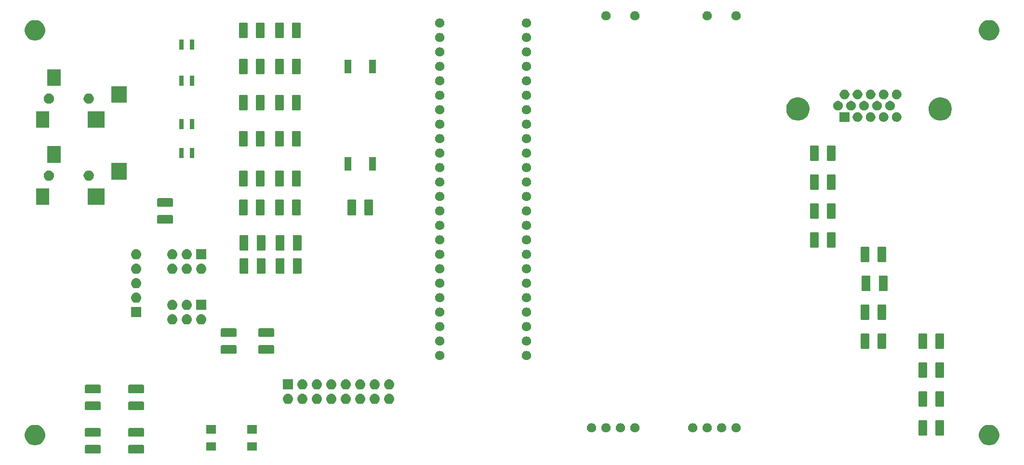
<source format=gbr>
G04 #@! TF.GenerationSoftware,KiCad,Pcbnew,(5.1.0)-1*
G04 #@! TF.CreationDate,2020-03-25T20:16:52-04:00*
G04 #@! TF.ProjectId,Bababooey,42616261-626f-46f6-9579-2e6b69636164,rev?*
G04 #@! TF.SameCoordinates,Original*
G04 #@! TF.FileFunction,Soldermask,Top*
G04 #@! TF.FilePolarity,Negative*
%FSLAX46Y46*%
G04 Gerber Fmt 4.6, Leading zero omitted, Abs format (unit mm)*
G04 Created by KiCad (PCBNEW (5.1.0)-1) date 2020-03-25 20:16:52*
%MOMM*%
%LPD*%
G04 APERTURE LIST*
%ADD10C,0.100000*%
G04 APERTURE END LIST*
D10*
G36*
X79965562Y-90644181D02*
G01*
X80000481Y-90654774D01*
X80032663Y-90671976D01*
X80060873Y-90695127D01*
X80084024Y-90723337D01*
X80101226Y-90755519D01*
X80111819Y-90790438D01*
X80116000Y-90832895D01*
X80116000Y-91974105D01*
X80111819Y-92016562D01*
X80101226Y-92051481D01*
X80084024Y-92083663D01*
X80060873Y-92111873D01*
X80032663Y-92135024D01*
X80000481Y-92152226D01*
X79965562Y-92162819D01*
X79923105Y-92167000D01*
X77556895Y-92167000D01*
X77514438Y-92162819D01*
X77479519Y-92152226D01*
X77447337Y-92135024D01*
X77419127Y-92111873D01*
X77395976Y-92083663D01*
X77378774Y-92051481D01*
X77368181Y-92016562D01*
X77364000Y-91974105D01*
X77364000Y-90832895D01*
X77368181Y-90790438D01*
X77378774Y-90755519D01*
X77395976Y-90723337D01*
X77419127Y-90695127D01*
X77447337Y-90671976D01*
X77479519Y-90654774D01*
X77514438Y-90644181D01*
X77556895Y-90640000D01*
X79923105Y-90640000D01*
X79965562Y-90644181D01*
X79965562Y-90644181D01*
G37*
G36*
X72345562Y-90644181D02*
G01*
X72380481Y-90654774D01*
X72412663Y-90671976D01*
X72440873Y-90695127D01*
X72464024Y-90723337D01*
X72481226Y-90755519D01*
X72491819Y-90790438D01*
X72496000Y-90832895D01*
X72496000Y-91974105D01*
X72491819Y-92016562D01*
X72481226Y-92051481D01*
X72464024Y-92083663D01*
X72440873Y-92111873D01*
X72412663Y-92135024D01*
X72380481Y-92152226D01*
X72345562Y-92162819D01*
X72303105Y-92167000D01*
X69936895Y-92167000D01*
X69894438Y-92162819D01*
X69859519Y-92152226D01*
X69827337Y-92135024D01*
X69799127Y-92111873D01*
X69775976Y-92083663D01*
X69758774Y-92051481D01*
X69748181Y-92016562D01*
X69744000Y-91974105D01*
X69744000Y-90832895D01*
X69748181Y-90790438D01*
X69758774Y-90755519D01*
X69775976Y-90723337D01*
X69799127Y-90695127D01*
X69827337Y-90671976D01*
X69859519Y-90654774D01*
X69894438Y-90644181D01*
X69936895Y-90640000D01*
X72303105Y-90640000D01*
X72345562Y-90644181D01*
X72345562Y-90644181D01*
G37*
G36*
X99955000Y-91659000D02*
G01*
X98253000Y-91659000D01*
X98253000Y-90157000D01*
X99955000Y-90157000D01*
X99955000Y-91659000D01*
X99955000Y-91659000D01*
G37*
G36*
X92755000Y-91659000D02*
G01*
X91053000Y-91659000D01*
X91053000Y-90157000D01*
X92755000Y-90157000D01*
X92755000Y-91659000D01*
X92755000Y-91659000D01*
G37*
G36*
X229125331Y-87168211D02*
G01*
X229453092Y-87303974D01*
X229748070Y-87501072D01*
X229998928Y-87751930D01*
X230196026Y-88046908D01*
X230331789Y-88374669D01*
X230401000Y-88722616D01*
X230401000Y-89077384D01*
X230331789Y-89425331D01*
X230196026Y-89753092D01*
X229998928Y-90048070D01*
X229748070Y-90298928D01*
X229453092Y-90496026D01*
X229125331Y-90631789D01*
X228777384Y-90701000D01*
X228422616Y-90701000D01*
X228074669Y-90631789D01*
X227746908Y-90496026D01*
X227451930Y-90298928D01*
X227201072Y-90048070D01*
X227003974Y-89753092D01*
X226868211Y-89425331D01*
X226799000Y-89077384D01*
X226799000Y-88722616D01*
X226868211Y-88374669D01*
X227003974Y-88046908D01*
X227201072Y-87751930D01*
X227451930Y-87501072D01*
X227746908Y-87303974D01*
X228074669Y-87168211D01*
X228422616Y-87099000D01*
X228777384Y-87099000D01*
X229125331Y-87168211D01*
X229125331Y-87168211D01*
G37*
G36*
X61485331Y-87168211D02*
G01*
X61813092Y-87303974D01*
X62108070Y-87501072D01*
X62358928Y-87751930D01*
X62556026Y-88046908D01*
X62691789Y-88374669D01*
X62761000Y-88722616D01*
X62761000Y-89077384D01*
X62691789Y-89425331D01*
X62556026Y-89753092D01*
X62358928Y-90048070D01*
X62108070Y-90298928D01*
X61813092Y-90496026D01*
X61485331Y-90631789D01*
X61137384Y-90701000D01*
X60782616Y-90701000D01*
X60434669Y-90631789D01*
X60106908Y-90496026D01*
X59811930Y-90298928D01*
X59561072Y-90048070D01*
X59363974Y-89753092D01*
X59228211Y-89425331D01*
X59159000Y-89077384D01*
X59159000Y-88722616D01*
X59228211Y-88374669D01*
X59363974Y-88046908D01*
X59561072Y-87751930D01*
X59811930Y-87501072D01*
X60106908Y-87303974D01*
X60434669Y-87168211D01*
X60782616Y-87099000D01*
X61137384Y-87099000D01*
X61485331Y-87168211D01*
X61485331Y-87168211D01*
G37*
G36*
X79965562Y-87669181D02*
G01*
X80000481Y-87679774D01*
X80032663Y-87696976D01*
X80060873Y-87720127D01*
X80084024Y-87748337D01*
X80101226Y-87780519D01*
X80111819Y-87815438D01*
X80116000Y-87857895D01*
X80116000Y-88999105D01*
X80111819Y-89041562D01*
X80101226Y-89076481D01*
X80084024Y-89108663D01*
X80060873Y-89136873D01*
X80032663Y-89160024D01*
X80000481Y-89177226D01*
X79965562Y-89187819D01*
X79923105Y-89192000D01*
X77556895Y-89192000D01*
X77514438Y-89187819D01*
X77479519Y-89177226D01*
X77447337Y-89160024D01*
X77419127Y-89136873D01*
X77395976Y-89108663D01*
X77378774Y-89076481D01*
X77368181Y-89041562D01*
X77364000Y-88999105D01*
X77364000Y-87857895D01*
X77368181Y-87815438D01*
X77378774Y-87780519D01*
X77395976Y-87748337D01*
X77419127Y-87720127D01*
X77447337Y-87696976D01*
X77479519Y-87679774D01*
X77514438Y-87669181D01*
X77556895Y-87665000D01*
X79923105Y-87665000D01*
X79965562Y-87669181D01*
X79965562Y-87669181D01*
G37*
G36*
X72345562Y-87669181D02*
G01*
X72380481Y-87679774D01*
X72412663Y-87696976D01*
X72440873Y-87720127D01*
X72464024Y-87748337D01*
X72481226Y-87780519D01*
X72491819Y-87815438D01*
X72496000Y-87857895D01*
X72496000Y-88999105D01*
X72491819Y-89041562D01*
X72481226Y-89076481D01*
X72464024Y-89108663D01*
X72440873Y-89136873D01*
X72412663Y-89160024D01*
X72380481Y-89177226D01*
X72345562Y-89187819D01*
X72303105Y-89192000D01*
X69936895Y-89192000D01*
X69894438Y-89187819D01*
X69859519Y-89177226D01*
X69827337Y-89160024D01*
X69799127Y-89136873D01*
X69775976Y-89108663D01*
X69758774Y-89076481D01*
X69748181Y-89041562D01*
X69744000Y-88999105D01*
X69744000Y-87857895D01*
X69748181Y-87815438D01*
X69758774Y-87780519D01*
X69775976Y-87748337D01*
X69799127Y-87720127D01*
X69827337Y-87696976D01*
X69859519Y-87679774D01*
X69894438Y-87669181D01*
X69936895Y-87665000D01*
X72303105Y-87665000D01*
X72345562Y-87669181D01*
X72345562Y-87669181D01*
G37*
G36*
X220540562Y-86258181D02*
G01*
X220575481Y-86268774D01*
X220607663Y-86285976D01*
X220635873Y-86309127D01*
X220659024Y-86337337D01*
X220676226Y-86369519D01*
X220686819Y-86404438D01*
X220691000Y-86446895D01*
X220691000Y-88813105D01*
X220686819Y-88855562D01*
X220676226Y-88890481D01*
X220659024Y-88922663D01*
X220635873Y-88950873D01*
X220607663Y-88974024D01*
X220575481Y-88991226D01*
X220540562Y-89001819D01*
X220498105Y-89006000D01*
X219356895Y-89006000D01*
X219314438Y-89001819D01*
X219279519Y-88991226D01*
X219247337Y-88974024D01*
X219219127Y-88950873D01*
X219195976Y-88922663D01*
X219178774Y-88890481D01*
X219168181Y-88855562D01*
X219164000Y-88813105D01*
X219164000Y-86446895D01*
X219168181Y-86404438D01*
X219178774Y-86369519D01*
X219195976Y-86337337D01*
X219219127Y-86309127D01*
X219247337Y-86285976D01*
X219279519Y-86268774D01*
X219314438Y-86258181D01*
X219356895Y-86254000D01*
X220498105Y-86254000D01*
X220540562Y-86258181D01*
X220540562Y-86258181D01*
G37*
G36*
X217565562Y-86258181D02*
G01*
X217600481Y-86268774D01*
X217632663Y-86285976D01*
X217660873Y-86309127D01*
X217684024Y-86337337D01*
X217701226Y-86369519D01*
X217711819Y-86404438D01*
X217716000Y-86446895D01*
X217716000Y-88813105D01*
X217711819Y-88855562D01*
X217701226Y-88890481D01*
X217684024Y-88922663D01*
X217660873Y-88950873D01*
X217632663Y-88974024D01*
X217600481Y-88991226D01*
X217565562Y-89001819D01*
X217523105Y-89006000D01*
X216381895Y-89006000D01*
X216339438Y-89001819D01*
X216304519Y-88991226D01*
X216272337Y-88974024D01*
X216244127Y-88950873D01*
X216220976Y-88922663D01*
X216203774Y-88890481D01*
X216193181Y-88855562D01*
X216189000Y-88813105D01*
X216189000Y-86446895D01*
X216193181Y-86404438D01*
X216203774Y-86369519D01*
X216220976Y-86337337D01*
X216244127Y-86309127D01*
X216272337Y-86285976D01*
X216304519Y-86268774D01*
X216339438Y-86258181D01*
X216381895Y-86254000D01*
X217523105Y-86254000D01*
X217565562Y-86258181D01*
X217565562Y-86258181D01*
G37*
G36*
X92755000Y-88659000D02*
G01*
X91053000Y-88659000D01*
X91053000Y-87157000D01*
X92755000Y-87157000D01*
X92755000Y-88659000D01*
X92755000Y-88659000D01*
G37*
G36*
X99955000Y-88659000D02*
G01*
X98253000Y-88659000D01*
X98253000Y-87157000D01*
X99955000Y-87157000D01*
X99955000Y-88659000D01*
X99955000Y-88659000D01*
G37*
G36*
X176767142Y-86848242D02*
G01*
X176915101Y-86909529D01*
X177048255Y-86998499D01*
X177161501Y-87111745D01*
X177250471Y-87244899D01*
X177311758Y-87392858D01*
X177343000Y-87549925D01*
X177343000Y-87710075D01*
X177311758Y-87867142D01*
X177250471Y-88015101D01*
X177161501Y-88148255D01*
X177048255Y-88261501D01*
X176915101Y-88350471D01*
X176767142Y-88411758D01*
X176610075Y-88443000D01*
X176449925Y-88443000D01*
X176292858Y-88411758D01*
X176144899Y-88350471D01*
X176011745Y-88261501D01*
X175898499Y-88148255D01*
X175809529Y-88015101D01*
X175748242Y-87867142D01*
X175717000Y-87710075D01*
X175717000Y-87549925D01*
X175748242Y-87392858D01*
X175809529Y-87244899D01*
X175898499Y-87111745D01*
X176011745Y-86998499D01*
X176144899Y-86909529D01*
X176292858Y-86848242D01*
X176449925Y-86817000D01*
X176610075Y-86817000D01*
X176767142Y-86848242D01*
X176767142Y-86848242D01*
G37*
G36*
X184387142Y-86848242D02*
G01*
X184535101Y-86909529D01*
X184668255Y-86998499D01*
X184781501Y-87111745D01*
X184870471Y-87244899D01*
X184931758Y-87392858D01*
X184963000Y-87549925D01*
X184963000Y-87710075D01*
X184931758Y-87867142D01*
X184870471Y-88015101D01*
X184781501Y-88148255D01*
X184668255Y-88261501D01*
X184535101Y-88350471D01*
X184387142Y-88411758D01*
X184230075Y-88443000D01*
X184069925Y-88443000D01*
X183912858Y-88411758D01*
X183764899Y-88350471D01*
X183631745Y-88261501D01*
X183518499Y-88148255D01*
X183429529Y-88015101D01*
X183368242Y-87867142D01*
X183337000Y-87710075D01*
X183337000Y-87549925D01*
X183368242Y-87392858D01*
X183429529Y-87244899D01*
X183518499Y-87111745D01*
X183631745Y-86998499D01*
X183764899Y-86909529D01*
X183912858Y-86848242D01*
X184069925Y-86817000D01*
X184230075Y-86817000D01*
X184387142Y-86848242D01*
X184387142Y-86848242D01*
G37*
G36*
X181847142Y-86848242D02*
G01*
X181995101Y-86909529D01*
X182128255Y-86998499D01*
X182241501Y-87111745D01*
X182330471Y-87244899D01*
X182391758Y-87392858D01*
X182423000Y-87549925D01*
X182423000Y-87710075D01*
X182391758Y-87867142D01*
X182330471Y-88015101D01*
X182241501Y-88148255D01*
X182128255Y-88261501D01*
X181995101Y-88350471D01*
X181847142Y-88411758D01*
X181690075Y-88443000D01*
X181529925Y-88443000D01*
X181372858Y-88411758D01*
X181224899Y-88350471D01*
X181091745Y-88261501D01*
X180978499Y-88148255D01*
X180889529Y-88015101D01*
X180828242Y-87867142D01*
X180797000Y-87710075D01*
X180797000Y-87549925D01*
X180828242Y-87392858D01*
X180889529Y-87244899D01*
X180978499Y-87111745D01*
X181091745Y-86998499D01*
X181224899Y-86909529D01*
X181372858Y-86848242D01*
X181529925Y-86817000D01*
X181690075Y-86817000D01*
X181847142Y-86848242D01*
X181847142Y-86848242D01*
G37*
G36*
X179307142Y-86848242D02*
G01*
X179455101Y-86909529D01*
X179588255Y-86998499D01*
X179701501Y-87111745D01*
X179790471Y-87244899D01*
X179851758Y-87392858D01*
X179883000Y-87549925D01*
X179883000Y-87710075D01*
X179851758Y-87867142D01*
X179790471Y-88015101D01*
X179701501Y-88148255D01*
X179588255Y-88261501D01*
X179455101Y-88350471D01*
X179307142Y-88411758D01*
X179150075Y-88443000D01*
X178989925Y-88443000D01*
X178832858Y-88411758D01*
X178684899Y-88350471D01*
X178551745Y-88261501D01*
X178438499Y-88148255D01*
X178349529Y-88015101D01*
X178288242Y-87867142D01*
X178257000Y-87710075D01*
X178257000Y-87549925D01*
X178288242Y-87392858D01*
X178349529Y-87244899D01*
X178438499Y-87111745D01*
X178551745Y-86998499D01*
X178684899Y-86909529D01*
X178832858Y-86848242D01*
X178989925Y-86817000D01*
X179150075Y-86817000D01*
X179307142Y-86848242D01*
X179307142Y-86848242D01*
G37*
G36*
X166607142Y-86848242D02*
G01*
X166755101Y-86909529D01*
X166888255Y-86998499D01*
X167001501Y-87111745D01*
X167090471Y-87244899D01*
X167151758Y-87392858D01*
X167183000Y-87549925D01*
X167183000Y-87710075D01*
X167151758Y-87867142D01*
X167090471Y-88015101D01*
X167001501Y-88148255D01*
X166888255Y-88261501D01*
X166755101Y-88350471D01*
X166607142Y-88411758D01*
X166450075Y-88443000D01*
X166289925Y-88443000D01*
X166132858Y-88411758D01*
X165984899Y-88350471D01*
X165851745Y-88261501D01*
X165738499Y-88148255D01*
X165649529Y-88015101D01*
X165588242Y-87867142D01*
X165557000Y-87710075D01*
X165557000Y-87549925D01*
X165588242Y-87392858D01*
X165649529Y-87244899D01*
X165738499Y-87111745D01*
X165851745Y-86998499D01*
X165984899Y-86909529D01*
X166132858Y-86848242D01*
X166289925Y-86817000D01*
X166450075Y-86817000D01*
X166607142Y-86848242D01*
X166607142Y-86848242D01*
G37*
G36*
X164067142Y-86848242D02*
G01*
X164215101Y-86909529D01*
X164348255Y-86998499D01*
X164461501Y-87111745D01*
X164550471Y-87244899D01*
X164611758Y-87392858D01*
X164643000Y-87549925D01*
X164643000Y-87710075D01*
X164611758Y-87867142D01*
X164550471Y-88015101D01*
X164461501Y-88148255D01*
X164348255Y-88261501D01*
X164215101Y-88350471D01*
X164067142Y-88411758D01*
X163910075Y-88443000D01*
X163749925Y-88443000D01*
X163592858Y-88411758D01*
X163444899Y-88350471D01*
X163311745Y-88261501D01*
X163198499Y-88148255D01*
X163109529Y-88015101D01*
X163048242Y-87867142D01*
X163017000Y-87710075D01*
X163017000Y-87549925D01*
X163048242Y-87392858D01*
X163109529Y-87244899D01*
X163198499Y-87111745D01*
X163311745Y-86998499D01*
X163444899Y-86909529D01*
X163592858Y-86848242D01*
X163749925Y-86817000D01*
X163910075Y-86817000D01*
X164067142Y-86848242D01*
X164067142Y-86848242D01*
G37*
G36*
X161527142Y-86848242D02*
G01*
X161675101Y-86909529D01*
X161808255Y-86998499D01*
X161921501Y-87111745D01*
X162010471Y-87244899D01*
X162071758Y-87392858D01*
X162103000Y-87549925D01*
X162103000Y-87710075D01*
X162071758Y-87867142D01*
X162010471Y-88015101D01*
X161921501Y-88148255D01*
X161808255Y-88261501D01*
X161675101Y-88350471D01*
X161527142Y-88411758D01*
X161370075Y-88443000D01*
X161209925Y-88443000D01*
X161052858Y-88411758D01*
X160904899Y-88350471D01*
X160771745Y-88261501D01*
X160658499Y-88148255D01*
X160569529Y-88015101D01*
X160508242Y-87867142D01*
X160477000Y-87710075D01*
X160477000Y-87549925D01*
X160508242Y-87392858D01*
X160569529Y-87244899D01*
X160658499Y-87111745D01*
X160771745Y-86998499D01*
X160904899Y-86909529D01*
X161052858Y-86848242D01*
X161209925Y-86817000D01*
X161370075Y-86817000D01*
X161527142Y-86848242D01*
X161527142Y-86848242D01*
G37*
G36*
X158987142Y-86848242D02*
G01*
X159135101Y-86909529D01*
X159268255Y-86998499D01*
X159381501Y-87111745D01*
X159470471Y-87244899D01*
X159531758Y-87392858D01*
X159563000Y-87549925D01*
X159563000Y-87710075D01*
X159531758Y-87867142D01*
X159470471Y-88015101D01*
X159381501Y-88148255D01*
X159268255Y-88261501D01*
X159135101Y-88350471D01*
X158987142Y-88411758D01*
X158830075Y-88443000D01*
X158669925Y-88443000D01*
X158512858Y-88411758D01*
X158364899Y-88350471D01*
X158231745Y-88261501D01*
X158118499Y-88148255D01*
X158029529Y-88015101D01*
X157968242Y-87867142D01*
X157937000Y-87710075D01*
X157937000Y-87549925D01*
X157968242Y-87392858D01*
X158029529Y-87244899D01*
X158118499Y-87111745D01*
X158231745Y-86998499D01*
X158364899Y-86909529D01*
X158512858Y-86848242D01*
X158669925Y-86817000D01*
X158830075Y-86817000D01*
X158987142Y-86848242D01*
X158987142Y-86848242D01*
G37*
G36*
X79965562Y-83024181D02*
G01*
X80000481Y-83034774D01*
X80032663Y-83051976D01*
X80060873Y-83075127D01*
X80084024Y-83103337D01*
X80101226Y-83135519D01*
X80111819Y-83170438D01*
X80116000Y-83212895D01*
X80116000Y-84354105D01*
X80111819Y-84396562D01*
X80101226Y-84431481D01*
X80084024Y-84463663D01*
X80060873Y-84491873D01*
X80032663Y-84515024D01*
X80000481Y-84532226D01*
X79965562Y-84542819D01*
X79923105Y-84547000D01*
X77556895Y-84547000D01*
X77514438Y-84542819D01*
X77479519Y-84532226D01*
X77447337Y-84515024D01*
X77419127Y-84491873D01*
X77395976Y-84463663D01*
X77378774Y-84431481D01*
X77368181Y-84396562D01*
X77364000Y-84354105D01*
X77364000Y-83212895D01*
X77368181Y-83170438D01*
X77378774Y-83135519D01*
X77395976Y-83103337D01*
X77419127Y-83075127D01*
X77447337Y-83051976D01*
X77479519Y-83034774D01*
X77514438Y-83024181D01*
X77556895Y-83020000D01*
X79923105Y-83020000D01*
X79965562Y-83024181D01*
X79965562Y-83024181D01*
G37*
G36*
X72345562Y-83024181D02*
G01*
X72380481Y-83034774D01*
X72412663Y-83051976D01*
X72440873Y-83075127D01*
X72464024Y-83103337D01*
X72481226Y-83135519D01*
X72491819Y-83170438D01*
X72496000Y-83212895D01*
X72496000Y-84354105D01*
X72491819Y-84396562D01*
X72481226Y-84431481D01*
X72464024Y-84463663D01*
X72440873Y-84491873D01*
X72412663Y-84515024D01*
X72380481Y-84532226D01*
X72345562Y-84542819D01*
X72303105Y-84547000D01*
X69936895Y-84547000D01*
X69894438Y-84542819D01*
X69859519Y-84532226D01*
X69827337Y-84515024D01*
X69799127Y-84491873D01*
X69775976Y-84463663D01*
X69758774Y-84431481D01*
X69748181Y-84396562D01*
X69744000Y-84354105D01*
X69744000Y-83212895D01*
X69748181Y-83170438D01*
X69758774Y-83135519D01*
X69775976Y-83103337D01*
X69799127Y-83075127D01*
X69827337Y-83051976D01*
X69859519Y-83034774D01*
X69894438Y-83024181D01*
X69936895Y-83020000D01*
X72303105Y-83020000D01*
X72345562Y-83024181D01*
X72345562Y-83024181D01*
G37*
G36*
X220540562Y-81178181D02*
G01*
X220575481Y-81188774D01*
X220607663Y-81205976D01*
X220635873Y-81229127D01*
X220659024Y-81257337D01*
X220676226Y-81289519D01*
X220686819Y-81324438D01*
X220691000Y-81366895D01*
X220691000Y-83733105D01*
X220686819Y-83775562D01*
X220676226Y-83810481D01*
X220659024Y-83842663D01*
X220635873Y-83870873D01*
X220607663Y-83894024D01*
X220575481Y-83911226D01*
X220540562Y-83921819D01*
X220498105Y-83926000D01*
X219356895Y-83926000D01*
X219314438Y-83921819D01*
X219279519Y-83911226D01*
X219247337Y-83894024D01*
X219219127Y-83870873D01*
X219195976Y-83842663D01*
X219178774Y-83810481D01*
X219168181Y-83775562D01*
X219164000Y-83733105D01*
X219164000Y-81366895D01*
X219168181Y-81324438D01*
X219178774Y-81289519D01*
X219195976Y-81257337D01*
X219219127Y-81229127D01*
X219247337Y-81205976D01*
X219279519Y-81188774D01*
X219314438Y-81178181D01*
X219356895Y-81174000D01*
X220498105Y-81174000D01*
X220540562Y-81178181D01*
X220540562Y-81178181D01*
G37*
G36*
X217565562Y-81178181D02*
G01*
X217600481Y-81188774D01*
X217632663Y-81205976D01*
X217660873Y-81229127D01*
X217684024Y-81257337D01*
X217701226Y-81289519D01*
X217711819Y-81324438D01*
X217716000Y-81366895D01*
X217716000Y-83733105D01*
X217711819Y-83775562D01*
X217701226Y-83810481D01*
X217684024Y-83842663D01*
X217660873Y-83870873D01*
X217632663Y-83894024D01*
X217600481Y-83911226D01*
X217565562Y-83921819D01*
X217523105Y-83926000D01*
X216381895Y-83926000D01*
X216339438Y-83921819D01*
X216304519Y-83911226D01*
X216272337Y-83894024D01*
X216244127Y-83870873D01*
X216220976Y-83842663D01*
X216203774Y-83810481D01*
X216193181Y-83775562D01*
X216189000Y-83733105D01*
X216189000Y-81366895D01*
X216193181Y-81324438D01*
X216203774Y-81289519D01*
X216220976Y-81257337D01*
X216244127Y-81229127D01*
X216272337Y-81205976D01*
X216304519Y-81188774D01*
X216339438Y-81178181D01*
X216381895Y-81174000D01*
X217523105Y-81174000D01*
X217565562Y-81178181D01*
X217565562Y-81178181D01*
G37*
G36*
X118220443Y-81655519D02*
G01*
X118286627Y-81662037D01*
X118456466Y-81713557D01*
X118612991Y-81797222D01*
X118648729Y-81826552D01*
X118750186Y-81909814D01*
X118833448Y-82011271D01*
X118862778Y-82047009D01*
X118946443Y-82203534D01*
X118997963Y-82373373D01*
X119015359Y-82550000D01*
X118997963Y-82726627D01*
X118946443Y-82896466D01*
X118862778Y-83052991D01*
X118852801Y-83065148D01*
X118750186Y-83190186D01*
X118648729Y-83273448D01*
X118612991Y-83302778D01*
X118456466Y-83386443D01*
X118286627Y-83437963D01*
X118220443Y-83444481D01*
X118154260Y-83451000D01*
X118065740Y-83451000D01*
X117999557Y-83444481D01*
X117933373Y-83437963D01*
X117763534Y-83386443D01*
X117607009Y-83302778D01*
X117571271Y-83273448D01*
X117469814Y-83190186D01*
X117367199Y-83065148D01*
X117357222Y-83052991D01*
X117273557Y-82896466D01*
X117222037Y-82726627D01*
X117204641Y-82550000D01*
X117222037Y-82373373D01*
X117273557Y-82203534D01*
X117357222Y-82047009D01*
X117386552Y-82011271D01*
X117469814Y-81909814D01*
X117571271Y-81826552D01*
X117607009Y-81797222D01*
X117763534Y-81713557D01*
X117933373Y-81662037D01*
X117999557Y-81655519D01*
X118065740Y-81649000D01*
X118154260Y-81649000D01*
X118220443Y-81655519D01*
X118220443Y-81655519D01*
G37*
G36*
X123300443Y-81655519D02*
G01*
X123366627Y-81662037D01*
X123536466Y-81713557D01*
X123692991Y-81797222D01*
X123728729Y-81826552D01*
X123830186Y-81909814D01*
X123913448Y-82011271D01*
X123942778Y-82047009D01*
X124026443Y-82203534D01*
X124077963Y-82373373D01*
X124095359Y-82550000D01*
X124077963Y-82726627D01*
X124026443Y-82896466D01*
X123942778Y-83052991D01*
X123932801Y-83065148D01*
X123830186Y-83190186D01*
X123728729Y-83273448D01*
X123692991Y-83302778D01*
X123536466Y-83386443D01*
X123366627Y-83437963D01*
X123300443Y-83444481D01*
X123234260Y-83451000D01*
X123145740Y-83451000D01*
X123079557Y-83444481D01*
X123013373Y-83437963D01*
X122843534Y-83386443D01*
X122687009Y-83302778D01*
X122651271Y-83273448D01*
X122549814Y-83190186D01*
X122447199Y-83065148D01*
X122437222Y-83052991D01*
X122353557Y-82896466D01*
X122302037Y-82726627D01*
X122284641Y-82550000D01*
X122302037Y-82373373D01*
X122353557Y-82203534D01*
X122437222Y-82047009D01*
X122466552Y-82011271D01*
X122549814Y-81909814D01*
X122651271Y-81826552D01*
X122687009Y-81797222D01*
X122843534Y-81713557D01*
X123013373Y-81662037D01*
X123079557Y-81655519D01*
X123145740Y-81649000D01*
X123234260Y-81649000D01*
X123300443Y-81655519D01*
X123300443Y-81655519D01*
G37*
G36*
X120760443Y-81655519D02*
G01*
X120826627Y-81662037D01*
X120996466Y-81713557D01*
X121152991Y-81797222D01*
X121188729Y-81826552D01*
X121290186Y-81909814D01*
X121373448Y-82011271D01*
X121402778Y-82047009D01*
X121486443Y-82203534D01*
X121537963Y-82373373D01*
X121555359Y-82550000D01*
X121537963Y-82726627D01*
X121486443Y-82896466D01*
X121402778Y-83052991D01*
X121392801Y-83065148D01*
X121290186Y-83190186D01*
X121188729Y-83273448D01*
X121152991Y-83302778D01*
X120996466Y-83386443D01*
X120826627Y-83437963D01*
X120760443Y-83444481D01*
X120694260Y-83451000D01*
X120605740Y-83451000D01*
X120539557Y-83444481D01*
X120473373Y-83437963D01*
X120303534Y-83386443D01*
X120147009Y-83302778D01*
X120111271Y-83273448D01*
X120009814Y-83190186D01*
X119907199Y-83065148D01*
X119897222Y-83052991D01*
X119813557Y-82896466D01*
X119762037Y-82726627D01*
X119744641Y-82550000D01*
X119762037Y-82373373D01*
X119813557Y-82203534D01*
X119897222Y-82047009D01*
X119926552Y-82011271D01*
X120009814Y-81909814D01*
X120111271Y-81826552D01*
X120147009Y-81797222D01*
X120303534Y-81713557D01*
X120473373Y-81662037D01*
X120539557Y-81655519D01*
X120605740Y-81649000D01*
X120694260Y-81649000D01*
X120760443Y-81655519D01*
X120760443Y-81655519D01*
G37*
G36*
X115680443Y-81655519D02*
G01*
X115746627Y-81662037D01*
X115916466Y-81713557D01*
X116072991Y-81797222D01*
X116108729Y-81826552D01*
X116210186Y-81909814D01*
X116293448Y-82011271D01*
X116322778Y-82047009D01*
X116406443Y-82203534D01*
X116457963Y-82373373D01*
X116475359Y-82550000D01*
X116457963Y-82726627D01*
X116406443Y-82896466D01*
X116322778Y-83052991D01*
X116312801Y-83065148D01*
X116210186Y-83190186D01*
X116108729Y-83273448D01*
X116072991Y-83302778D01*
X115916466Y-83386443D01*
X115746627Y-83437963D01*
X115680443Y-83444481D01*
X115614260Y-83451000D01*
X115525740Y-83451000D01*
X115459557Y-83444481D01*
X115393373Y-83437963D01*
X115223534Y-83386443D01*
X115067009Y-83302778D01*
X115031271Y-83273448D01*
X114929814Y-83190186D01*
X114827199Y-83065148D01*
X114817222Y-83052991D01*
X114733557Y-82896466D01*
X114682037Y-82726627D01*
X114664641Y-82550000D01*
X114682037Y-82373373D01*
X114733557Y-82203534D01*
X114817222Y-82047009D01*
X114846552Y-82011271D01*
X114929814Y-81909814D01*
X115031271Y-81826552D01*
X115067009Y-81797222D01*
X115223534Y-81713557D01*
X115393373Y-81662037D01*
X115459557Y-81655519D01*
X115525740Y-81649000D01*
X115614260Y-81649000D01*
X115680443Y-81655519D01*
X115680443Y-81655519D01*
G37*
G36*
X110600443Y-81655519D02*
G01*
X110666627Y-81662037D01*
X110836466Y-81713557D01*
X110992991Y-81797222D01*
X111028729Y-81826552D01*
X111130186Y-81909814D01*
X111213448Y-82011271D01*
X111242778Y-82047009D01*
X111326443Y-82203534D01*
X111377963Y-82373373D01*
X111395359Y-82550000D01*
X111377963Y-82726627D01*
X111326443Y-82896466D01*
X111242778Y-83052991D01*
X111232801Y-83065148D01*
X111130186Y-83190186D01*
X111028729Y-83273448D01*
X110992991Y-83302778D01*
X110836466Y-83386443D01*
X110666627Y-83437963D01*
X110600443Y-83444481D01*
X110534260Y-83451000D01*
X110445740Y-83451000D01*
X110379557Y-83444481D01*
X110313373Y-83437963D01*
X110143534Y-83386443D01*
X109987009Y-83302778D01*
X109951271Y-83273448D01*
X109849814Y-83190186D01*
X109747199Y-83065148D01*
X109737222Y-83052991D01*
X109653557Y-82896466D01*
X109602037Y-82726627D01*
X109584641Y-82550000D01*
X109602037Y-82373373D01*
X109653557Y-82203534D01*
X109737222Y-82047009D01*
X109766552Y-82011271D01*
X109849814Y-81909814D01*
X109951271Y-81826552D01*
X109987009Y-81797222D01*
X110143534Y-81713557D01*
X110313373Y-81662037D01*
X110379557Y-81655519D01*
X110445740Y-81649000D01*
X110534260Y-81649000D01*
X110600443Y-81655519D01*
X110600443Y-81655519D01*
G37*
G36*
X108060443Y-81655519D02*
G01*
X108126627Y-81662037D01*
X108296466Y-81713557D01*
X108452991Y-81797222D01*
X108488729Y-81826552D01*
X108590186Y-81909814D01*
X108673448Y-82011271D01*
X108702778Y-82047009D01*
X108786443Y-82203534D01*
X108837963Y-82373373D01*
X108855359Y-82550000D01*
X108837963Y-82726627D01*
X108786443Y-82896466D01*
X108702778Y-83052991D01*
X108692801Y-83065148D01*
X108590186Y-83190186D01*
X108488729Y-83273448D01*
X108452991Y-83302778D01*
X108296466Y-83386443D01*
X108126627Y-83437963D01*
X108060443Y-83444481D01*
X107994260Y-83451000D01*
X107905740Y-83451000D01*
X107839557Y-83444481D01*
X107773373Y-83437963D01*
X107603534Y-83386443D01*
X107447009Y-83302778D01*
X107411271Y-83273448D01*
X107309814Y-83190186D01*
X107207199Y-83065148D01*
X107197222Y-83052991D01*
X107113557Y-82896466D01*
X107062037Y-82726627D01*
X107044641Y-82550000D01*
X107062037Y-82373373D01*
X107113557Y-82203534D01*
X107197222Y-82047009D01*
X107226552Y-82011271D01*
X107309814Y-81909814D01*
X107411271Y-81826552D01*
X107447009Y-81797222D01*
X107603534Y-81713557D01*
X107773373Y-81662037D01*
X107839557Y-81655519D01*
X107905740Y-81649000D01*
X107994260Y-81649000D01*
X108060443Y-81655519D01*
X108060443Y-81655519D01*
G37*
G36*
X105520443Y-81655519D02*
G01*
X105586627Y-81662037D01*
X105756466Y-81713557D01*
X105912991Y-81797222D01*
X105948729Y-81826552D01*
X106050186Y-81909814D01*
X106133448Y-82011271D01*
X106162778Y-82047009D01*
X106246443Y-82203534D01*
X106297963Y-82373373D01*
X106315359Y-82550000D01*
X106297963Y-82726627D01*
X106246443Y-82896466D01*
X106162778Y-83052991D01*
X106152801Y-83065148D01*
X106050186Y-83190186D01*
X105948729Y-83273448D01*
X105912991Y-83302778D01*
X105756466Y-83386443D01*
X105586627Y-83437963D01*
X105520443Y-83444481D01*
X105454260Y-83451000D01*
X105365740Y-83451000D01*
X105299557Y-83444481D01*
X105233373Y-83437963D01*
X105063534Y-83386443D01*
X104907009Y-83302778D01*
X104871271Y-83273448D01*
X104769814Y-83190186D01*
X104667199Y-83065148D01*
X104657222Y-83052991D01*
X104573557Y-82896466D01*
X104522037Y-82726627D01*
X104504641Y-82550000D01*
X104522037Y-82373373D01*
X104573557Y-82203534D01*
X104657222Y-82047009D01*
X104686552Y-82011271D01*
X104769814Y-81909814D01*
X104871271Y-81826552D01*
X104907009Y-81797222D01*
X105063534Y-81713557D01*
X105233373Y-81662037D01*
X105299557Y-81655519D01*
X105365740Y-81649000D01*
X105454260Y-81649000D01*
X105520443Y-81655519D01*
X105520443Y-81655519D01*
G37*
G36*
X113140443Y-81655519D02*
G01*
X113206627Y-81662037D01*
X113376466Y-81713557D01*
X113532991Y-81797222D01*
X113568729Y-81826552D01*
X113670186Y-81909814D01*
X113753448Y-82011271D01*
X113782778Y-82047009D01*
X113866443Y-82203534D01*
X113917963Y-82373373D01*
X113935359Y-82550000D01*
X113917963Y-82726627D01*
X113866443Y-82896466D01*
X113782778Y-83052991D01*
X113772801Y-83065148D01*
X113670186Y-83190186D01*
X113568729Y-83273448D01*
X113532991Y-83302778D01*
X113376466Y-83386443D01*
X113206627Y-83437963D01*
X113140443Y-83444481D01*
X113074260Y-83451000D01*
X112985740Y-83451000D01*
X112919557Y-83444481D01*
X112853373Y-83437963D01*
X112683534Y-83386443D01*
X112527009Y-83302778D01*
X112491271Y-83273448D01*
X112389814Y-83190186D01*
X112287199Y-83065148D01*
X112277222Y-83052991D01*
X112193557Y-82896466D01*
X112142037Y-82726627D01*
X112124641Y-82550000D01*
X112142037Y-82373373D01*
X112193557Y-82203534D01*
X112277222Y-82047009D01*
X112306552Y-82011271D01*
X112389814Y-81909814D01*
X112491271Y-81826552D01*
X112527009Y-81797222D01*
X112683534Y-81713557D01*
X112853373Y-81662037D01*
X112919557Y-81655519D01*
X112985740Y-81649000D01*
X113074260Y-81649000D01*
X113140443Y-81655519D01*
X113140443Y-81655519D01*
G37*
G36*
X79965562Y-80049181D02*
G01*
X80000481Y-80059774D01*
X80032663Y-80076976D01*
X80060873Y-80100127D01*
X80084024Y-80128337D01*
X80101226Y-80160519D01*
X80111819Y-80195438D01*
X80116000Y-80237895D01*
X80116000Y-81379105D01*
X80111819Y-81421562D01*
X80101226Y-81456481D01*
X80084024Y-81488663D01*
X80060873Y-81516873D01*
X80032663Y-81540024D01*
X80000481Y-81557226D01*
X79965562Y-81567819D01*
X79923105Y-81572000D01*
X77556895Y-81572000D01*
X77514438Y-81567819D01*
X77479519Y-81557226D01*
X77447337Y-81540024D01*
X77419127Y-81516873D01*
X77395976Y-81488663D01*
X77378774Y-81456481D01*
X77368181Y-81421562D01*
X77364000Y-81379105D01*
X77364000Y-80237895D01*
X77368181Y-80195438D01*
X77378774Y-80160519D01*
X77395976Y-80128337D01*
X77419127Y-80100127D01*
X77447337Y-80076976D01*
X77479519Y-80059774D01*
X77514438Y-80049181D01*
X77556895Y-80045000D01*
X79923105Y-80045000D01*
X79965562Y-80049181D01*
X79965562Y-80049181D01*
G37*
G36*
X72345562Y-80049181D02*
G01*
X72380481Y-80059774D01*
X72412663Y-80076976D01*
X72440873Y-80100127D01*
X72464024Y-80128337D01*
X72481226Y-80160519D01*
X72491819Y-80195438D01*
X72496000Y-80237895D01*
X72496000Y-81379105D01*
X72491819Y-81421562D01*
X72481226Y-81456481D01*
X72464024Y-81488663D01*
X72440873Y-81516873D01*
X72412663Y-81540024D01*
X72380481Y-81557226D01*
X72345562Y-81567819D01*
X72303105Y-81572000D01*
X69936895Y-81572000D01*
X69894438Y-81567819D01*
X69859519Y-81557226D01*
X69827337Y-81540024D01*
X69799127Y-81516873D01*
X69775976Y-81488663D01*
X69758774Y-81456481D01*
X69748181Y-81421562D01*
X69744000Y-81379105D01*
X69744000Y-80237895D01*
X69748181Y-80195438D01*
X69758774Y-80160519D01*
X69775976Y-80128337D01*
X69799127Y-80100127D01*
X69827337Y-80076976D01*
X69859519Y-80059774D01*
X69894438Y-80049181D01*
X69936895Y-80045000D01*
X72303105Y-80045000D01*
X72345562Y-80049181D01*
X72345562Y-80049181D01*
G37*
G36*
X106311000Y-80911000D02*
G01*
X104509000Y-80911000D01*
X104509000Y-79109000D01*
X106311000Y-79109000D01*
X106311000Y-80911000D01*
X106311000Y-80911000D01*
G37*
G36*
X108060443Y-79115519D02*
G01*
X108126627Y-79122037D01*
X108296466Y-79173557D01*
X108452991Y-79257222D01*
X108488729Y-79286552D01*
X108590186Y-79369814D01*
X108673448Y-79471271D01*
X108702778Y-79507009D01*
X108786443Y-79663534D01*
X108837963Y-79833373D01*
X108855359Y-80010000D01*
X108837963Y-80186627D01*
X108786443Y-80356466D01*
X108702778Y-80512991D01*
X108673448Y-80548729D01*
X108590186Y-80650186D01*
X108488729Y-80733448D01*
X108452991Y-80762778D01*
X108296466Y-80846443D01*
X108126627Y-80897963D01*
X108060442Y-80904482D01*
X107994260Y-80911000D01*
X107905740Y-80911000D01*
X107839558Y-80904482D01*
X107773373Y-80897963D01*
X107603534Y-80846443D01*
X107447009Y-80762778D01*
X107411271Y-80733448D01*
X107309814Y-80650186D01*
X107226552Y-80548729D01*
X107197222Y-80512991D01*
X107113557Y-80356466D01*
X107062037Y-80186627D01*
X107044641Y-80010000D01*
X107062037Y-79833373D01*
X107113557Y-79663534D01*
X107197222Y-79507009D01*
X107226552Y-79471271D01*
X107309814Y-79369814D01*
X107411271Y-79286552D01*
X107447009Y-79257222D01*
X107603534Y-79173557D01*
X107773373Y-79122037D01*
X107839557Y-79115519D01*
X107905740Y-79109000D01*
X107994260Y-79109000D01*
X108060443Y-79115519D01*
X108060443Y-79115519D01*
G37*
G36*
X110600443Y-79115519D02*
G01*
X110666627Y-79122037D01*
X110836466Y-79173557D01*
X110992991Y-79257222D01*
X111028729Y-79286552D01*
X111130186Y-79369814D01*
X111213448Y-79471271D01*
X111242778Y-79507009D01*
X111326443Y-79663534D01*
X111377963Y-79833373D01*
X111395359Y-80010000D01*
X111377963Y-80186627D01*
X111326443Y-80356466D01*
X111242778Y-80512991D01*
X111213448Y-80548729D01*
X111130186Y-80650186D01*
X111028729Y-80733448D01*
X110992991Y-80762778D01*
X110836466Y-80846443D01*
X110666627Y-80897963D01*
X110600442Y-80904482D01*
X110534260Y-80911000D01*
X110445740Y-80911000D01*
X110379558Y-80904482D01*
X110313373Y-80897963D01*
X110143534Y-80846443D01*
X109987009Y-80762778D01*
X109951271Y-80733448D01*
X109849814Y-80650186D01*
X109766552Y-80548729D01*
X109737222Y-80512991D01*
X109653557Y-80356466D01*
X109602037Y-80186627D01*
X109584641Y-80010000D01*
X109602037Y-79833373D01*
X109653557Y-79663534D01*
X109737222Y-79507009D01*
X109766552Y-79471271D01*
X109849814Y-79369814D01*
X109951271Y-79286552D01*
X109987009Y-79257222D01*
X110143534Y-79173557D01*
X110313373Y-79122037D01*
X110379557Y-79115519D01*
X110445740Y-79109000D01*
X110534260Y-79109000D01*
X110600443Y-79115519D01*
X110600443Y-79115519D01*
G37*
G36*
X113140443Y-79115519D02*
G01*
X113206627Y-79122037D01*
X113376466Y-79173557D01*
X113532991Y-79257222D01*
X113568729Y-79286552D01*
X113670186Y-79369814D01*
X113753448Y-79471271D01*
X113782778Y-79507009D01*
X113866443Y-79663534D01*
X113917963Y-79833373D01*
X113935359Y-80010000D01*
X113917963Y-80186627D01*
X113866443Y-80356466D01*
X113782778Y-80512991D01*
X113753448Y-80548729D01*
X113670186Y-80650186D01*
X113568729Y-80733448D01*
X113532991Y-80762778D01*
X113376466Y-80846443D01*
X113206627Y-80897963D01*
X113140442Y-80904482D01*
X113074260Y-80911000D01*
X112985740Y-80911000D01*
X112919558Y-80904482D01*
X112853373Y-80897963D01*
X112683534Y-80846443D01*
X112527009Y-80762778D01*
X112491271Y-80733448D01*
X112389814Y-80650186D01*
X112306552Y-80548729D01*
X112277222Y-80512991D01*
X112193557Y-80356466D01*
X112142037Y-80186627D01*
X112124641Y-80010000D01*
X112142037Y-79833373D01*
X112193557Y-79663534D01*
X112277222Y-79507009D01*
X112306552Y-79471271D01*
X112389814Y-79369814D01*
X112491271Y-79286552D01*
X112527009Y-79257222D01*
X112683534Y-79173557D01*
X112853373Y-79122037D01*
X112919557Y-79115519D01*
X112985740Y-79109000D01*
X113074260Y-79109000D01*
X113140443Y-79115519D01*
X113140443Y-79115519D01*
G37*
G36*
X118220443Y-79115519D02*
G01*
X118286627Y-79122037D01*
X118456466Y-79173557D01*
X118612991Y-79257222D01*
X118648729Y-79286552D01*
X118750186Y-79369814D01*
X118833448Y-79471271D01*
X118862778Y-79507009D01*
X118946443Y-79663534D01*
X118997963Y-79833373D01*
X119015359Y-80010000D01*
X118997963Y-80186627D01*
X118946443Y-80356466D01*
X118862778Y-80512991D01*
X118833448Y-80548729D01*
X118750186Y-80650186D01*
X118648729Y-80733448D01*
X118612991Y-80762778D01*
X118456466Y-80846443D01*
X118286627Y-80897963D01*
X118220442Y-80904482D01*
X118154260Y-80911000D01*
X118065740Y-80911000D01*
X117999558Y-80904482D01*
X117933373Y-80897963D01*
X117763534Y-80846443D01*
X117607009Y-80762778D01*
X117571271Y-80733448D01*
X117469814Y-80650186D01*
X117386552Y-80548729D01*
X117357222Y-80512991D01*
X117273557Y-80356466D01*
X117222037Y-80186627D01*
X117204641Y-80010000D01*
X117222037Y-79833373D01*
X117273557Y-79663534D01*
X117357222Y-79507009D01*
X117386552Y-79471271D01*
X117469814Y-79369814D01*
X117571271Y-79286552D01*
X117607009Y-79257222D01*
X117763534Y-79173557D01*
X117933373Y-79122037D01*
X117999557Y-79115519D01*
X118065740Y-79109000D01*
X118154260Y-79109000D01*
X118220443Y-79115519D01*
X118220443Y-79115519D01*
G37*
G36*
X120760443Y-79115519D02*
G01*
X120826627Y-79122037D01*
X120996466Y-79173557D01*
X121152991Y-79257222D01*
X121188729Y-79286552D01*
X121290186Y-79369814D01*
X121373448Y-79471271D01*
X121402778Y-79507009D01*
X121486443Y-79663534D01*
X121537963Y-79833373D01*
X121555359Y-80010000D01*
X121537963Y-80186627D01*
X121486443Y-80356466D01*
X121402778Y-80512991D01*
X121373448Y-80548729D01*
X121290186Y-80650186D01*
X121188729Y-80733448D01*
X121152991Y-80762778D01*
X120996466Y-80846443D01*
X120826627Y-80897963D01*
X120760442Y-80904482D01*
X120694260Y-80911000D01*
X120605740Y-80911000D01*
X120539558Y-80904482D01*
X120473373Y-80897963D01*
X120303534Y-80846443D01*
X120147009Y-80762778D01*
X120111271Y-80733448D01*
X120009814Y-80650186D01*
X119926552Y-80548729D01*
X119897222Y-80512991D01*
X119813557Y-80356466D01*
X119762037Y-80186627D01*
X119744641Y-80010000D01*
X119762037Y-79833373D01*
X119813557Y-79663534D01*
X119897222Y-79507009D01*
X119926552Y-79471271D01*
X120009814Y-79369814D01*
X120111271Y-79286552D01*
X120147009Y-79257222D01*
X120303534Y-79173557D01*
X120473373Y-79122037D01*
X120539557Y-79115519D01*
X120605740Y-79109000D01*
X120694260Y-79109000D01*
X120760443Y-79115519D01*
X120760443Y-79115519D01*
G37*
G36*
X123300443Y-79115519D02*
G01*
X123366627Y-79122037D01*
X123536466Y-79173557D01*
X123692991Y-79257222D01*
X123728729Y-79286552D01*
X123830186Y-79369814D01*
X123913448Y-79471271D01*
X123942778Y-79507009D01*
X124026443Y-79663534D01*
X124077963Y-79833373D01*
X124095359Y-80010000D01*
X124077963Y-80186627D01*
X124026443Y-80356466D01*
X123942778Y-80512991D01*
X123913448Y-80548729D01*
X123830186Y-80650186D01*
X123728729Y-80733448D01*
X123692991Y-80762778D01*
X123536466Y-80846443D01*
X123366627Y-80897963D01*
X123300442Y-80904482D01*
X123234260Y-80911000D01*
X123145740Y-80911000D01*
X123079558Y-80904482D01*
X123013373Y-80897963D01*
X122843534Y-80846443D01*
X122687009Y-80762778D01*
X122651271Y-80733448D01*
X122549814Y-80650186D01*
X122466552Y-80548729D01*
X122437222Y-80512991D01*
X122353557Y-80356466D01*
X122302037Y-80186627D01*
X122284641Y-80010000D01*
X122302037Y-79833373D01*
X122353557Y-79663534D01*
X122437222Y-79507009D01*
X122466552Y-79471271D01*
X122549814Y-79369814D01*
X122651271Y-79286552D01*
X122687009Y-79257222D01*
X122843534Y-79173557D01*
X123013373Y-79122037D01*
X123079557Y-79115519D01*
X123145740Y-79109000D01*
X123234260Y-79109000D01*
X123300443Y-79115519D01*
X123300443Y-79115519D01*
G37*
G36*
X115680443Y-79115519D02*
G01*
X115746627Y-79122037D01*
X115916466Y-79173557D01*
X116072991Y-79257222D01*
X116108729Y-79286552D01*
X116210186Y-79369814D01*
X116293448Y-79471271D01*
X116322778Y-79507009D01*
X116406443Y-79663534D01*
X116457963Y-79833373D01*
X116475359Y-80010000D01*
X116457963Y-80186627D01*
X116406443Y-80356466D01*
X116322778Y-80512991D01*
X116293448Y-80548729D01*
X116210186Y-80650186D01*
X116108729Y-80733448D01*
X116072991Y-80762778D01*
X115916466Y-80846443D01*
X115746627Y-80897963D01*
X115680442Y-80904482D01*
X115614260Y-80911000D01*
X115525740Y-80911000D01*
X115459558Y-80904482D01*
X115393373Y-80897963D01*
X115223534Y-80846443D01*
X115067009Y-80762778D01*
X115031271Y-80733448D01*
X114929814Y-80650186D01*
X114846552Y-80548729D01*
X114817222Y-80512991D01*
X114733557Y-80356466D01*
X114682037Y-80186627D01*
X114664641Y-80010000D01*
X114682037Y-79833373D01*
X114733557Y-79663534D01*
X114817222Y-79507009D01*
X114846552Y-79471271D01*
X114929814Y-79369814D01*
X115031271Y-79286552D01*
X115067009Y-79257222D01*
X115223534Y-79173557D01*
X115393373Y-79122037D01*
X115459557Y-79115519D01*
X115525740Y-79109000D01*
X115614260Y-79109000D01*
X115680443Y-79115519D01*
X115680443Y-79115519D01*
G37*
G36*
X217565562Y-76098181D02*
G01*
X217600481Y-76108774D01*
X217632663Y-76125976D01*
X217660873Y-76149127D01*
X217684024Y-76177337D01*
X217701226Y-76209519D01*
X217711819Y-76244438D01*
X217716000Y-76286895D01*
X217716000Y-78653105D01*
X217711819Y-78695562D01*
X217701226Y-78730481D01*
X217684024Y-78762663D01*
X217660873Y-78790873D01*
X217632663Y-78814024D01*
X217600481Y-78831226D01*
X217565562Y-78841819D01*
X217523105Y-78846000D01*
X216381895Y-78846000D01*
X216339438Y-78841819D01*
X216304519Y-78831226D01*
X216272337Y-78814024D01*
X216244127Y-78790873D01*
X216220976Y-78762663D01*
X216203774Y-78730481D01*
X216193181Y-78695562D01*
X216189000Y-78653105D01*
X216189000Y-76286895D01*
X216193181Y-76244438D01*
X216203774Y-76209519D01*
X216220976Y-76177337D01*
X216244127Y-76149127D01*
X216272337Y-76125976D01*
X216304519Y-76108774D01*
X216339438Y-76098181D01*
X216381895Y-76094000D01*
X217523105Y-76094000D01*
X217565562Y-76098181D01*
X217565562Y-76098181D01*
G37*
G36*
X220540562Y-76098181D02*
G01*
X220575481Y-76108774D01*
X220607663Y-76125976D01*
X220635873Y-76149127D01*
X220659024Y-76177337D01*
X220676226Y-76209519D01*
X220686819Y-76244438D01*
X220691000Y-76286895D01*
X220691000Y-78653105D01*
X220686819Y-78695562D01*
X220676226Y-78730481D01*
X220659024Y-78762663D01*
X220635873Y-78790873D01*
X220607663Y-78814024D01*
X220575481Y-78831226D01*
X220540562Y-78841819D01*
X220498105Y-78846000D01*
X219356895Y-78846000D01*
X219314438Y-78841819D01*
X219279519Y-78831226D01*
X219247337Y-78814024D01*
X219219127Y-78790873D01*
X219195976Y-78762663D01*
X219178774Y-78730481D01*
X219168181Y-78695562D01*
X219164000Y-78653105D01*
X219164000Y-76286895D01*
X219168181Y-76244438D01*
X219178774Y-76209519D01*
X219195976Y-76177337D01*
X219219127Y-76149127D01*
X219247337Y-76125976D01*
X219279519Y-76108774D01*
X219314438Y-76098181D01*
X219356895Y-76094000D01*
X220498105Y-76094000D01*
X220540562Y-76098181D01*
X220540562Y-76098181D01*
G37*
G36*
X147557142Y-74148242D02*
G01*
X147705101Y-74209529D01*
X147838255Y-74298499D01*
X147951501Y-74411745D01*
X148040471Y-74544899D01*
X148101758Y-74692858D01*
X148133000Y-74849925D01*
X148133000Y-75010075D01*
X148101758Y-75167142D01*
X148040471Y-75315101D01*
X147951501Y-75448255D01*
X147838255Y-75561501D01*
X147705101Y-75650471D01*
X147557142Y-75711758D01*
X147400075Y-75743000D01*
X147239925Y-75743000D01*
X147082858Y-75711758D01*
X146934899Y-75650471D01*
X146801745Y-75561501D01*
X146688499Y-75448255D01*
X146599529Y-75315101D01*
X146538242Y-75167142D01*
X146507000Y-75010075D01*
X146507000Y-74849925D01*
X146538242Y-74692858D01*
X146599529Y-74544899D01*
X146688499Y-74411745D01*
X146801745Y-74298499D01*
X146934899Y-74209529D01*
X147082858Y-74148242D01*
X147239925Y-74117000D01*
X147400075Y-74117000D01*
X147557142Y-74148242D01*
X147557142Y-74148242D01*
G37*
G36*
X132317142Y-74148242D02*
G01*
X132465101Y-74209529D01*
X132598255Y-74298499D01*
X132711501Y-74411745D01*
X132800471Y-74544899D01*
X132861758Y-74692858D01*
X132893000Y-74849925D01*
X132893000Y-75010075D01*
X132861758Y-75167142D01*
X132800471Y-75315101D01*
X132711501Y-75448255D01*
X132598255Y-75561501D01*
X132465101Y-75650471D01*
X132317142Y-75711758D01*
X132160075Y-75743000D01*
X131999925Y-75743000D01*
X131842858Y-75711758D01*
X131694899Y-75650471D01*
X131561745Y-75561501D01*
X131448499Y-75448255D01*
X131359529Y-75315101D01*
X131298242Y-75167142D01*
X131267000Y-75010075D01*
X131267000Y-74849925D01*
X131298242Y-74692858D01*
X131359529Y-74544899D01*
X131448499Y-74411745D01*
X131561745Y-74298499D01*
X131694899Y-74209529D01*
X131842858Y-74148242D01*
X131999925Y-74117000D01*
X132160075Y-74117000D01*
X132317142Y-74148242D01*
X132317142Y-74148242D01*
G37*
G36*
X102825562Y-73118181D02*
G01*
X102860481Y-73128774D01*
X102892663Y-73145976D01*
X102920873Y-73169127D01*
X102944024Y-73197337D01*
X102961226Y-73229519D01*
X102971819Y-73264438D01*
X102976000Y-73306895D01*
X102976000Y-74448105D01*
X102971819Y-74490562D01*
X102961226Y-74525481D01*
X102944024Y-74557663D01*
X102920873Y-74585873D01*
X102892663Y-74609024D01*
X102860481Y-74626226D01*
X102825562Y-74636819D01*
X102783105Y-74641000D01*
X100416895Y-74641000D01*
X100374438Y-74636819D01*
X100339519Y-74626226D01*
X100307337Y-74609024D01*
X100279127Y-74585873D01*
X100255976Y-74557663D01*
X100238774Y-74525481D01*
X100228181Y-74490562D01*
X100224000Y-74448105D01*
X100224000Y-73306895D01*
X100228181Y-73264438D01*
X100238774Y-73229519D01*
X100255976Y-73197337D01*
X100279127Y-73169127D01*
X100307337Y-73145976D01*
X100339519Y-73128774D01*
X100374438Y-73118181D01*
X100416895Y-73114000D01*
X102783105Y-73114000D01*
X102825562Y-73118181D01*
X102825562Y-73118181D01*
G37*
G36*
X96218562Y-73118181D02*
G01*
X96253481Y-73128774D01*
X96285663Y-73145976D01*
X96313873Y-73169127D01*
X96337024Y-73197337D01*
X96354226Y-73229519D01*
X96364819Y-73264438D01*
X96369000Y-73306895D01*
X96369000Y-74448105D01*
X96364819Y-74490562D01*
X96354226Y-74525481D01*
X96337024Y-74557663D01*
X96313873Y-74585873D01*
X96285663Y-74609024D01*
X96253481Y-74626226D01*
X96218562Y-74636819D01*
X96176105Y-74641000D01*
X93809895Y-74641000D01*
X93767438Y-74636819D01*
X93732519Y-74626226D01*
X93700337Y-74609024D01*
X93672127Y-74585873D01*
X93648976Y-74557663D01*
X93631774Y-74525481D01*
X93621181Y-74490562D01*
X93617000Y-74448105D01*
X93617000Y-73306895D01*
X93621181Y-73264438D01*
X93631774Y-73229519D01*
X93648976Y-73197337D01*
X93672127Y-73169127D01*
X93700337Y-73145976D01*
X93732519Y-73128774D01*
X93767438Y-73118181D01*
X93809895Y-73114000D01*
X96176105Y-73114000D01*
X96218562Y-73118181D01*
X96218562Y-73118181D01*
G37*
G36*
X217565562Y-71018181D02*
G01*
X217600481Y-71028774D01*
X217632663Y-71045976D01*
X217660873Y-71069127D01*
X217684024Y-71097337D01*
X217701226Y-71129519D01*
X217711819Y-71164438D01*
X217716000Y-71206895D01*
X217716000Y-73573105D01*
X217711819Y-73615562D01*
X217701226Y-73650481D01*
X217684024Y-73682663D01*
X217660873Y-73710873D01*
X217632663Y-73734024D01*
X217600481Y-73751226D01*
X217565562Y-73761819D01*
X217523105Y-73766000D01*
X216381895Y-73766000D01*
X216339438Y-73761819D01*
X216304519Y-73751226D01*
X216272337Y-73734024D01*
X216244127Y-73710873D01*
X216220976Y-73682663D01*
X216203774Y-73650481D01*
X216193181Y-73615562D01*
X216189000Y-73573105D01*
X216189000Y-71206895D01*
X216193181Y-71164438D01*
X216203774Y-71129519D01*
X216220976Y-71097337D01*
X216244127Y-71069127D01*
X216272337Y-71045976D01*
X216304519Y-71028774D01*
X216339438Y-71018181D01*
X216381895Y-71014000D01*
X217523105Y-71014000D01*
X217565562Y-71018181D01*
X217565562Y-71018181D01*
G37*
G36*
X207405562Y-71018181D02*
G01*
X207440481Y-71028774D01*
X207472663Y-71045976D01*
X207500873Y-71069127D01*
X207524024Y-71097337D01*
X207541226Y-71129519D01*
X207551819Y-71164438D01*
X207556000Y-71206895D01*
X207556000Y-73573105D01*
X207551819Y-73615562D01*
X207541226Y-73650481D01*
X207524024Y-73682663D01*
X207500873Y-73710873D01*
X207472663Y-73734024D01*
X207440481Y-73751226D01*
X207405562Y-73761819D01*
X207363105Y-73766000D01*
X206221895Y-73766000D01*
X206179438Y-73761819D01*
X206144519Y-73751226D01*
X206112337Y-73734024D01*
X206084127Y-73710873D01*
X206060976Y-73682663D01*
X206043774Y-73650481D01*
X206033181Y-73615562D01*
X206029000Y-73573105D01*
X206029000Y-71206895D01*
X206033181Y-71164438D01*
X206043774Y-71129519D01*
X206060976Y-71097337D01*
X206084127Y-71069127D01*
X206112337Y-71045976D01*
X206144519Y-71028774D01*
X206179438Y-71018181D01*
X206221895Y-71014000D01*
X207363105Y-71014000D01*
X207405562Y-71018181D01*
X207405562Y-71018181D01*
G37*
G36*
X210380562Y-71018181D02*
G01*
X210415481Y-71028774D01*
X210447663Y-71045976D01*
X210475873Y-71069127D01*
X210499024Y-71097337D01*
X210516226Y-71129519D01*
X210526819Y-71164438D01*
X210531000Y-71206895D01*
X210531000Y-73573105D01*
X210526819Y-73615562D01*
X210516226Y-73650481D01*
X210499024Y-73682663D01*
X210475873Y-73710873D01*
X210447663Y-73734024D01*
X210415481Y-73751226D01*
X210380562Y-73761819D01*
X210338105Y-73766000D01*
X209196895Y-73766000D01*
X209154438Y-73761819D01*
X209119519Y-73751226D01*
X209087337Y-73734024D01*
X209059127Y-73710873D01*
X209035976Y-73682663D01*
X209018774Y-73650481D01*
X209008181Y-73615562D01*
X209004000Y-73573105D01*
X209004000Y-71206895D01*
X209008181Y-71164438D01*
X209018774Y-71129519D01*
X209035976Y-71097337D01*
X209059127Y-71069127D01*
X209087337Y-71045976D01*
X209119519Y-71028774D01*
X209154438Y-71018181D01*
X209196895Y-71014000D01*
X210338105Y-71014000D01*
X210380562Y-71018181D01*
X210380562Y-71018181D01*
G37*
G36*
X220540562Y-71018181D02*
G01*
X220575481Y-71028774D01*
X220607663Y-71045976D01*
X220635873Y-71069127D01*
X220659024Y-71097337D01*
X220676226Y-71129519D01*
X220686819Y-71164438D01*
X220691000Y-71206895D01*
X220691000Y-73573105D01*
X220686819Y-73615562D01*
X220676226Y-73650481D01*
X220659024Y-73682663D01*
X220635873Y-73710873D01*
X220607663Y-73734024D01*
X220575481Y-73751226D01*
X220540562Y-73761819D01*
X220498105Y-73766000D01*
X219356895Y-73766000D01*
X219314438Y-73761819D01*
X219279519Y-73751226D01*
X219247337Y-73734024D01*
X219219127Y-73710873D01*
X219195976Y-73682663D01*
X219178774Y-73650481D01*
X219168181Y-73615562D01*
X219164000Y-73573105D01*
X219164000Y-71206895D01*
X219168181Y-71164438D01*
X219178774Y-71129519D01*
X219195976Y-71097337D01*
X219219127Y-71069127D01*
X219247337Y-71045976D01*
X219279519Y-71028774D01*
X219314438Y-71018181D01*
X219356895Y-71014000D01*
X220498105Y-71014000D01*
X220540562Y-71018181D01*
X220540562Y-71018181D01*
G37*
G36*
X147557142Y-71608242D02*
G01*
X147705101Y-71669529D01*
X147838255Y-71758499D01*
X147951501Y-71871745D01*
X148040471Y-72004899D01*
X148101758Y-72152858D01*
X148133000Y-72309925D01*
X148133000Y-72470075D01*
X148101758Y-72627142D01*
X148040471Y-72775101D01*
X147951501Y-72908255D01*
X147838255Y-73021501D01*
X147705101Y-73110471D01*
X147557142Y-73171758D01*
X147400075Y-73203000D01*
X147239925Y-73203000D01*
X147082858Y-73171758D01*
X146934899Y-73110471D01*
X146801745Y-73021501D01*
X146688499Y-72908255D01*
X146599529Y-72775101D01*
X146538242Y-72627142D01*
X146507000Y-72470075D01*
X146507000Y-72309925D01*
X146538242Y-72152858D01*
X146599529Y-72004899D01*
X146688499Y-71871745D01*
X146801745Y-71758499D01*
X146934899Y-71669529D01*
X147082858Y-71608242D01*
X147239925Y-71577000D01*
X147400075Y-71577000D01*
X147557142Y-71608242D01*
X147557142Y-71608242D01*
G37*
G36*
X132317142Y-71608242D02*
G01*
X132465101Y-71669529D01*
X132598255Y-71758499D01*
X132711501Y-71871745D01*
X132800471Y-72004899D01*
X132861758Y-72152858D01*
X132893000Y-72309925D01*
X132893000Y-72470075D01*
X132861758Y-72627142D01*
X132800471Y-72775101D01*
X132711501Y-72908255D01*
X132598255Y-73021501D01*
X132465101Y-73110471D01*
X132317142Y-73171758D01*
X132160075Y-73203000D01*
X131999925Y-73203000D01*
X131842858Y-73171758D01*
X131694899Y-73110471D01*
X131561745Y-73021501D01*
X131448499Y-72908255D01*
X131359529Y-72775101D01*
X131298242Y-72627142D01*
X131267000Y-72470075D01*
X131267000Y-72309925D01*
X131298242Y-72152858D01*
X131359529Y-72004899D01*
X131448499Y-71871745D01*
X131561745Y-71758499D01*
X131694899Y-71669529D01*
X131842858Y-71608242D01*
X131999925Y-71577000D01*
X132160075Y-71577000D01*
X132317142Y-71608242D01*
X132317142Y-71608242D01*
G37*
G36*
X96218562Y-70143181D02*
G01*
X96253481Y-70153774D01*
X96285663Y-70170976D01*
X96313873Y-70194127D01*
X96337024Y-70222337D01*
X96354226Y-70254519D01*
X96364819Y-70289438D01*
X96369000Y-70331895D01*
X96369000Y-71473105D01*
X96364819Y-71515562D01*
X96354226Y-71550481D01*
X96337024Y-71582663D01*
X96313873Y-71610873D01*
X96285663Y-71634024D01*
X96253481Y-71651226D01*
X96218562Y-71661819D01*
X96176105Y-71666000D01*
X93809895Y-71666000D01*
X93767438Y-71661819D01*
X93732519Y-71651226D01*
X93700337Y-71634024D01*
X93672127Y-71610873D01*
X93648976Y-71582663D01*
X93631774Y-71550481D01*
X93621181Y-71515562D01*
X93617000Y-71473105D01*
X93617000Y-70331895D01*
X93621181Y-70289438D01*
X93631774Y-70254519D01*
X93648976Y-70222337D01*
X93672127Y-70194127D01*
X93700337Y-70170976D01*
X93732519Y-70153774D01*
X93767438Y-70143181D01*
X93809895Y-70139000D01*
X96176105Y-70139000D01*
X96218562Y-70143181D01*
X96218562Y-70143181D01*
G37*
G36*
X102825562Y-70143181D02*
G01*
X102860481Y-70153774D01*
X102892663Y-70170976D01*
X102920873Y-70194127D01*
X102944024Y-70222337D01*
X102961226Y-70254519D01*
X102971819Y-70289438D01*
X102976000Y-70331895D01*
X102976000Y-71473105D01*
X102971819Y-71515562D01*
X102961226Y-71550481D01*
X102944024Y-71582663D01*
X102920873Y-71610873D01*
X102892663Y-71634024D01*
X102860481Y-71651226D01*
X102825562Y-71661819D01*
X102783105Y-71666000D01*
X100416895Y-71666000D01*
X100374438Y-71661819D01*
X100339519Y-71651226D01*
X100307337Y-71634024D01*
X100279127Y-71610873D01*
X100255976Y-71582663D01*
X100238774Y-71550481D01*
X100228181Y-71515562D01*
X100224000Y-71473105D01*
X100224000Y-70331895D01*
X100228181Y-70289438D01*
X100238774Y-70254519D01*
X100255976Y-70222337D01*
X100279127Y-70194127D01*
X100307337Y-70170976D01*
X100339519Y-70153774D01*
X100374438Y-70143181D01*
X100416895Y-70139000D01*
X102783105Y-70139000D01*
X102825562Y-70143181D01*
X102825562Y-70143181D01*
G37*
G36*
X147557142Y-69068242D02*
G01*
X147705101Y-69129529D01*
X147838255Y-69218499D01*
X147951501Y-69331745D01*
X148040471Y-69464899D01*
X148101758Y-69612858D01*
X148133000Y-69769925D01*
X148133000Y-69930075D01*
X148101758Y-70087142D01*
X148040471Y-70235101D01*
X147951501Y-70368255D01*
X147838255Y-70481501D01*
X147705101Y-70570471D01*
X147557142Y-70631758D01*
X147400075Y-70663000D01*
X147239925Y-70663000D01*
X147082858Y-70631758D01*
X146934899Y-70570471D01*
X146801745Y-70481501D01*
X146688499Y-70368255D01*
X146599529Y-70235101D01*
X146538242Y-70087142D01*
X146507000Y-69930075D01*
X146507000Y-69769925D01*
X146538242Y-69612858D01*
X146599529Y-69464899D01*
X146688499Y-69331745D01*
X146801745Y-69218499D01*
X146934899Y-69129529D01*
X147082858Y-69068242D01*
X147239925Y-69037000D01*
X147400075Y-69037000D01*
X147557142Y-69068242D01*
X147557142Y-69068242D01*
G37*
G36*
X132317142Y-69068242D02*
G01*
X132465101Y-69129529D01*
X132598255Y-69218499D01*
X132711501Y-69331745D01*
X132800471Y-69464899D01*
X132861758Y-69612858D01*
X132893000Y-69769925D01*
X132893000Y-69930075D01*
X132861758Y-70087142D01*
X132800471Y-70235101D01*
X132711501Y-70368255D01*
X132598255Y-70481501D01*
X132465101Y-70570471D01*
X132317142Y-70631758D01*
X132160075Y-70663000D01*
X131999925Y-70663000D01*
X131842858Y-70631758D01*
X131694899Y-70570471D01*
X131561745Y-70481501D01*
X131448499Y-70368255D01*
X131359529Y-70235101D01*
X131298242Y-70087142D01*
X131267000Y-69930075D01*
X131267000Y-69769925D01*
X131298242Y-69612858D01*
X131359529Y-69464899D01*
X131448499Y-69331745D01*
X131561745Y-69218499D01*
X131694899Y-69129529D01*
X131842858Y-69068242D01*
X131999925Y-69037000D01*
X132160075Y-69037000D01*
X132317142Y-69068242D01*
X132317142Y-69068242D01*
G37*
G36*
X90280443Y-67685519D02*
G01*
X90346627Y-67692037D01*
X90516466Y-67743557D01*
X90672991Y-67827222D01*
X90708729Y-67856552D01*
X90810186Y-67939814D01*
X90884585Y-68030471D01*
X90922778Y-68077009D01*
X91006443Y-68233534D01*
X91057963Y-68403373D01*
X91075359Y-68580000D01*
X91057963Y-68756627D01*
X91006443Y-68926466D01*
X90922778Y-69082991D01*
X90893448Y-69118729D01*
X90810186Y-69220186D01*
X90708729Y-69303448D01*
X90672991Y-69332778D01*
X90516466Y-69416443D01*
X90346627Y-69467963D01*
X90280442Y-69474482D01*
X90214260Y-69481000D01*
X90125740Y-69481000D01*
X90059558Y-69474482D01*
X89993373Y-69467963D01*
X89823534Y-69416443D01*
X89667009Y-69332778D01*
X89631271Y-69303448D01*
X89529814Y-69220186D01*
X89446552Y-69118729D01*
X89417222Y-69082991D01*
X89333557Y-68926466D01*
X89282037Y-68756627D01*
X89264641Y-68580000D01*
X89282037Y-68403373D01*
X89333557Y-68233534D01*
X89417222Y-68077009D01*
X89455415Y-68030471D01*
X89529814Y-67939814D01*
X89631271Y-67856552D01*
X89667009Y-67827222D01*
X89823534Y-67743557D01*
X89993373Y-67692037D01*
X90059557Y-67685519D01*
X90125740Y-67679000D01*
X90214260Y-67679000D01*
X90280443Y-67685519D01*
X90280443Y-67685519D01*
G37*
G36*
X85200443Y-67685519D02*
G01*
X85266627Y-67692037D01*
X85436466Y-67743557D01*
X85592991Y-67827222D01*
X85628729Y-67856552D01*
X85730186Y-67939814D01*
X85804585Y-68030471D01*
X85842778Y-68077009D01*
X85926443Y-68233534D01*
X85977963Y-68403373D01*
X85995359Y-68580000D01*
X85977963Y-68756627D01*
X85926443Y-68926466D01*
X85842778Y-69082991D01*
X85813448Y-69118729D01*
X85730186Y-69220186D01*
X85628729Y-69303448D01*
X85592991Y-69332778D01*
X85436466Y-69416443D01*
X85266627Y-69467963D01*
X85200442Y-69474482D01*
X85134260Y-69481000D01*
X85045740Y-69481000D01*
X84979558Y-69474482D01*
X84913373Y-69467963D01*
X84743534Y-69416443D01*
X84587009Y-69332778D01*
X84551271Y-69303448D01*
X84449814Y-69220186D01*
X84366552Y-69118729D01*
X84337222Y-69082991D01*
X84253557Y-68926466D01*
X84202037Y-68756627D01*
X84184641Y-68580000D01*
X84202037Y-68403373D01*
X84253557Y-68233534D01*
X84337222Y-68077009D01*
X84375415Y-68030471D01*
X84449814Y-67939814D01*
X84551271Y-67856552D01*
X84587009Y-67827222D01*
X84743534Y-67743557D01*
X84913373Y-67692037D01*
X84979557Y-67685519D01*
X85045740Y-67679000D01*
X85134260Y-67679000D01*
X85200443Y-67685519D01*
X85200443Y-67685519D01*
G37*
G36*
X87740443Y-67685519D02*
G01*
X87806627Y-67692037D01*
X87976466Y-67743557D01*
X88132991Y-67827222D01*
X88168729Y-67856552D01*
X88270186Y-67939814D01*
X88344585Y-68030471D01*
X88382778Y-68077009D01*
X88466443Y-68233534D01*
X88517963Y-68403373D01*
X88535359Y-68580000D01*
X88517963Y-68756627D01*
X88466443Y-68926466D01*
X88382778Y-69082991D01*
X88353448Y-69118729D01*
X88270186Y-69220186D01*
X88168729Y-69303448D01*
X88132991Y-69332778D01*
X87976466Y-69416443D01*
X87806627Y-69467963D01*
X87740442Y-69474482D01*
X87674260Y-69481000D01*
X87585740Y-69481000D01*
X87519558Y-69474482D01*
X87453373Y-69467963D01*
X87283534Y-69416443D01*
X87127009Y-69332778D01*
X87091271Y-69303448D01*
X86989814Y-69220186D01*
X86906552Y-69118729D01*
X86877222Y-69082991D01*
X86793557Y-68926466D01*
X86742037Y-68756627D01*
X86724641Y-68580000D01*
X86742037Y-68403373D01*
X86793557Y-68233534D01*
X86877222Y-68077009D01*
X86915415Y-68030471D01*
X86989814Y-67939814D01*
X87091271Y-67856552D01*
X87127009Y-67827222D01*
X87283534Y-67743557D01*
X87453373Y-67692037D01*
X87519557Y-67685519D01*
X87585740Y-67679000D01*
X87674260Y-67679000D01*
X87740443Y-67685519D01*
X87740443Y-67685519D01*
G37*
G36*
X207405562Y-65938181D02*
G01*
X207440481Y-65948774D01*
X207472663Y-65965976D01*
X207500873Y-65989127D01*
X207524024Y-66017337D01*
X207541226Y-66049519D01*
X207551819Y-66084438D01*
X207556000Y-66126895D01*
X207556000Y-68493105D01*
X207551819Y-68535562D01*
X207541226Y-68570481D01*
X207524024Y-68602663D01*
X207500873Y-68630873D01*
X207472663Y-68654024D01*
X207440481Y-68671226D01*
X207405562Y-68681819D01*
X207363105Y-68686000D01*
X206221895Y-68686000D01*
X206179438Y-68681819D01*
X206144519Y-68671226D01*
X206112337Y-68654024D01*
X206084127Y-68630873D01*
X206060976Y-68602663D01*
X206043774Y-68570481D01*
X206033181Y-68535562D01*
X206029000Y-68493105D01*
X206029000Y-66126895D01*
X206033181Y-66084438D01*
X206043774Y-66049519D01*
X206060976Y-66017337D01*
X206084127Y-65989127D01*
X206112337Y-65965976D01*
X206144519Y-65948774D01*
X206179438Y-65938181D01*
X206221895Y-65934000D01*
X207363105Y-65934000D01*
X207405562Y-65938181D01*
X207405562Y-65938181D01*
G37*
G36*
X210380562Y-65938181D02*
G01*
X210415481Y-65948774D01*
X210447663Y-65965976D01*
X210475873Y-65989127D01*
X210499024Y-66017337D01*
X210516226Y-66049519D01*
X210526819Y-66084438D01*
X210531000Y-66126895D01*
X210531000Y-68493105D01*
X210526819Y-68535562D01*
X210516226Y-68570481D01*
X210499024Y-68602663D01*
X210475873Y-68630873D01*
X210447663Y-68654024D01*
X210415481Y-68671226D01*
X210380562Y-68681819D01*
X210338105Y-68686000D01*
X209196895Y-68686000D01*
X209154438Y-68681819D01*
X209119519Y-68671226D01*
X209087337Y-68654024D01*
X209059127Y-68630873D01*
X209035976Y-68602663D01*
X209018774Y-68570481D01*
X209008181Y-68535562D01*
X209004000Y-68493105D01*
X209004000Y-66126895D01*
X209008181Y-66084438D01*
X209018774Y-66049519D01*
X209035976Y-66017337D01*
X209059127Y-65989127D01*
X209087337Y-65965976D01*
X209119519Y-65948774D01*
X209154438Y-65938181D01*
X209196895Y-65934000D01*
X210338105Y-65934000D01*
X210380562Y-65938181D01*
X210380562Y-65938181D01*
G37*
G36*
X79641000Y-68211000D02*
G01*
X77839000Y-68211000D01*
X77839000Y-66409000D01*
X79641000Y-66409000D01*
X79641000Y-68211000D01*
X79641000Y-68211000D01*
G37*
G36*
X147557142Y-66528242D02*
G01*
X147705101Y-66589529D01*
X147838255Y-66678499D01*
X147951501Y-66791745D01*
X148040471Y-66924899D01*
X148101758Y-67072858D01*
X148133000Y-67229925D01*
X148133000Y-67390075D01*
X148101758Y-67547142D01*
X148040471Y-67695101D01*
X147951501Y-67828255D01*
X147838255Y-67941501D01*
X147705101Y-68030471D01*
X147557142Y-68091758D01*
X147400075Y-68123000D01*
X147239925Y-68123000D01*
X147082858Y-68091758D01*
X146934899Y-68030471D01*
X146801745Y-67941501D01*
X146688499Y-67828255D01*
X146599529Y-67695101D01*
X146538242Y-67547142D01*
X146507000Y-67390075D01*
X146507000Y-67229925D01*
X146538242Y-67072858D01*
X146599529Y-66924899D01*
X146688499Y-66791745D01*
X146801745Y-66678499D01*
X146934899Y-66589529D01*
X147082858Y-66528242D01*
X147239925Y-66497000D01*
X147400075Y-66497000D01*
X147557142Y-66528242D01*
X147557142Y-66528242D01*
G37*
G36*
X132317142Y-66528242D02*
G01*
X132465101Y-66589529D01*
X132598255Y-66678499D01*
X132711501Y-66791745D01*
X132800471Y-66924899D01*
X132861758Y-67072858D01*
X132893000Y-67229925D01*
X132893000Y-67390075D01*
X132861758Y-67547142D01*
X132800471Y-67695101D01*
X132711501Y-67828255D01*
X132598255Y-67941501D01*
X132465101Y-68030471D01*
X132317142Y-68091758D01*
X132160075Y-68123000D01*
X131999925Y-68123000D01*
X131842858Y-68091758D01*
X131694899Y-68030471D01*
X131561745Y-67941501D01*
X131448499Y-67828255D01*
X131359529Y-67695101D01*
X131298242Y-67547142D01*
X131267000Y-67390075D01*
X131267000Y-67229925D01*
X131298242Y-67072858D01*
X131359529Y-66924899D01*
X131448499Y-66791745D01*
X131561745Y-66678499D01*
X131694899Y-66589529D01*
X131842858Y-66528242D01*
X131999925Y-66497000D01*
X132160075Y-66497000D01*
X132317142Y-66528242D01*
X132317142Y-66528242D01*
G37*
G36*
X87740442Y-65145518D02*
G01*
X87806627Y-65152037D01*
X87976466Y-65203557D01*
X88132991Y-65287222D01*
X88168729Y-65316552D01*
X88270186Y-65399814D01*
X88344585Y-65490471D01*
X88382778Y-65537009D01*
X88466443Y-65693534D01*
X88517963Y-65863373D01*
X88535359Y-66040000D01*
X88517963Y-66216627D01*
X88466443Y-66386466D01*
X88382778Y-66542991D01*
X88353448Y-66578729D01*
X88270186Y-66680186D01*
X88168729Y-66763448D01*
X88132991Y-66792778D01*
X87976466Y-66876443D01*
X87806627Y-66927963D01*
X87740442Y-66934482D01*
X87674260Y-66941000D01*
X87585740Y-66941000D01*
X87519558Y-66934482D01*
X87453373Y-66927963D01*
X87283534Y-66876443D01*
X87127009Y-66792778D01*
X87091271Y-66763448D01*
X86989814Y-66680186D01*
X86906552Y-66578729D01*
X86877222Y-66542991D01*
X86793557Y-66386466D01*
X86742037Y-66216627D01*
X86724641Y-66040000D01*
X86742037Y-65863373D01*
X86793557Y-65693534D01*
X86877222Y-65537009D01*
X86915415Y-65490471D01*
X86989814Y-65399814D01*
X87091271Y-65316552D01*
X87127009Y-65287222D01*
X87283534Y-65203557D01*
X87453373Y-65152037D01*
X87519558Y-65145518D01*
X87585740Y-65139000D01*
X87674260Y-65139000D01*
X87740442Y-65145518D01*
X87740442Y-65145518D01*
G37*
G36*
X91071000Y-66941000D02*
G01*
X89269000Y-66941000D01*
X89269000Y-65139000D01*
X91071000Y-65139000D01*
X91071000Y-66941000D01*
X91071000Y-66941000D01*
G37*
G36*
X85200442Y-65145518D02*
G01*
X85266627Y-65152037D01*
X85436466Y-65203557D01*
X85592991Y-65287222D01*
X85628729Y-65316552D01*
X85730186Y-65399814D01*
X85804585Y-65490471D01*
X85842778Y-65537009D01*
X85926443Y-65693534D01*
X85977963Y-65863373D01*
X85995359Y-66040000D01*
X85977963Y-66216627D01*
X85926443Y-66386466D01*
X85842778Y-66542991D01*
X85813448Y-66578729D01*
X85730186Y-66680186D01*
X85628729Y-66763448D01*
X85592991Y-66792778D01*
X85436466Y-66876443D01*
X85266627Y-66927963D01*
X85200442Y-66934482D01*
X85134260Y-66941000D01*
X85045740Y-66941000D01*
X84979558Y-66934482D01*
X84913373Y-66927963D01*
X84743534Y-66876443D01*
X84587009Y-66792778D01*
X84551271Y-66763448D01*
X84449814Y-66680186D01*
X84366552Y-66578729D01*
X84337222Y-66542991D01*
X84253557Y-66386466D01*
X84202037Y-66216627D01*
X84184641Y-66040000D01*
X84202037Y-65863373D01*
X84253557Y-65693534D01*
X84337222Y-65537009D01*
X84375415Y-65490471D01*
X84449814Y-65399814D01*
X84551271Y-65316552D01*
X84587009Y-65287222D01*
X84743534Y-65203557D01*
X84913373Y-65152037D01*
X84979558Y-65145518D01*
X85045740Y-65139000D01*
X85134260Y-65139000D01*
X85200442Y-65145518D01*
X85200442Y-65145518D01*
G37*
G36*
X78850442Y-63875518D02*
G01*
X78916627Y-63882037D01*
X79086466Y-63933557D01*
X79242991Y-64017222D01*
X79278729Y-64046552D01*
X79380186Y-64129814D01*
X79463448Y-64231271D01*
X79492778Y-64267009D01*
X79576443Y-64423534D01*
X79627963Y-64593373D01*
X79645359Y-64770000D01*
X79627963Y-64946627D01*
X79576443Y-65116466D01*
X79492778Y-65272991D01*
X79480251Y-65288255D01*
X79380186Y-65410186D01*
X79282357Y-65490471D01*
X79242991Y-65522778D01*
X79086466Y-65606443D01*
X78916627Y-65657963D01*
X78850442Y-65664482D01*
X78784260Y-65671000D01*
X78695740Y-65671000D01*
X78629558Y-65664482D01*
X78563373Y-65657963D01*
X78393534Y-65606443D01*
X78237009Y-65522778D01*
X78197643Y-65490471D01*
X78099814Y-65410186D01*
X77999749Y-65288255D01*
X77987222Y-65272991D01*
X77903557Y-65116466D01*
X77852037Y-64946627D01*
X77834641Y-64770000D01*
X77852037Y-64593373D01*
X77903557Y-64423534D01*
X77987222Y-64267009D01*
X78016552Y-64231271D01*
X78099814Y-64129814D01*
X78201271Y-64046552D01*
X78237009Y-64017222D01*
X78393534Y-63933557D01*
X78563373Y-63882037D01*
X78629558Y-63875518D01*
X78695740Y-63869000D01*
X78784260Y-63869000D01*
X78850442Y-63875518D01*
X78850442Y-63875518D01*
G37*
G36*
X132317142Y-63988242D02*
G01*
X132465101Y-64049529D01*
X132598255Y-64138499D01*
X132711501Y-64251745D01*
X132800471Y-64384899D01*
X132861758Y-64532858D01*
X132893000Y-64689925D01*
X132893000Y-64850075D01*
X132861758Y-65007142D01*
X132800471Y-65155101D01*
X132711501Y-65288255D01*
X132598255Y-65401501D01*
X132465101Y-65490471D01*
X132317142Y-65551758D01*
X132160075Y-65583000D01*
X131999925Y-65583000D01*
X131842858Y-65551758D01*
X131694899Y-65490471D01*
X131561745Y-65401501D01*
X131448499Y-65288255D01*
X131359529Y-65155101D01*
X131298242Y-65007142D01*
X131267000Y-64850075D01*
X131267000Y-64689925D01*
X131298242Y-64532858D01*
X131359529Y-64384899D01*
X131448499Y-64251745D01*
X131561745Y-64138499D01*
X131694899Y-64049529D01*
X131842858Y-63988242D01*
X131999925Y-63957000D01*
X132160075Y-63957000D01*
X132317142Y-63988242D01*
X132317142Y-63988242D01*
G37*
G36*
X147557142Y-63988242D02*
G01*
X147705101Y-64049529D01*
X147838255Y-64138499D01*
X147951501Y-64251745D01*
X148040471Y-64384899D01*
X148101758Y-64532858D01*
X148133000Y-64689925D01*
X148133000Y-64850075D01*
X148101758Y-65007142D01*
X148040471Y-65155101D01*
X147951501Y-65288255D01*
X147838255Y-65401501D01*
X147705101Y-65490471D01*
X147557142Y-65551758D01*
X147400075Y-65583000D01*
X147239925Y-65583000D01*
X147082858Y-65551758D01*
X146934899Y-65490471D01*
X146801745Y-65401501D01*
X146688499Y-65288255D01*
X146599529Y-65155101D01*
X146538242Y-65007142D01*
X146507000Y-64850075D01*
X146507000Y-64689925D01*
X146538242Y-64532858D01*
X146599529Y-64384899D01*
X146688499Y-64251745D01*
X146801745Y-64138499D01*
X146934899Y-64049529D01*
X147082858Y-63988242D01*
X147239925Y-63957000D01*
X147400075Y-63957000D01*
X147557142Y-63988242D01*
X147557142Y-63988242D01*
G37*
G36*
X207623062Y-60858181D02*
G01*
X207657981Y-60868774D01*
X207690163Y-60885976D01*
X207718373Y-60909127D01*
X207741524Y-60937337D01*
X207758726Y-60969519D01*
X207769319Y-61004438D01*
X207773500Y-61046895D01*
X207773500Y-63413105D01*
X207769319Y-63455562D01*
X207758726Y-63490481D01*
X207741524Y-63522663D01*
X207718373Y-63550873D01*
X207690163Y-63574024D01*
X207657981Y-63591226D01*
X207623062Y-63601819D01*
X207580605Y-63606000D01*
X206439395Y-63606000D01*
X206396938Y-63601819D01*
X206362019Y-63591226D01*
X206329837Y-63574024D01*
X206301627Y-63550873D01*
X206278476Y-63522663D01*
X206261274Y-63490481D01*
X206250681Y-63455562D01*
X206246500Y-63413105D01*
X206246500Y-61046895D01*
X206250681Y-61004438D01*
X206261274Y-60969519D01*
X206278476Y-60937337D01*
X206301627Y-60909127D01*
X206329837Y-60885976D01*
X206362019Y-60868774D01*
X206396938Y-60858181D01*
X206439395Y-60854000D01*
X207580605Y-60854000D01*
X207623062Y-60858181D01*
X207623062Y-60858181D01*
G37*
G36*
X210598062Y-60858181D02*
G01*
X210632981Y-60868774D01*
X210665163Y-60885976D01*
X210693373Y-60909127D01*
X210716524Y-60937337D01*
X210733726Y-60969519D01*
X210744319Y-61004438D01*
X210748500Y-61046895D01*
X210748500Y-63413105D01*
X210744319Y-63455562D01*
X210733726Y-63490481D01*
X210716524Y-63522663D01*
X210693373Y-63550873D01*
X210665163Y-63574024D01*
X210632981Y-63591226D01*
X210598062Y-63601819D01*
X210555605Y-63606000D01*
X209414395Y-63606000D01*
X209371938Y-63601819D01*
X209337019Y-63591226D01*
X209304837Y-63574024D01*
X209276627Y-63550873D01*
X209253476Y-63522663D01*
X209236274Y-63490481D01*
X209225681Y-63455562D01*
X209221500Y-63413105D01*
X209221500Y-61046895D01*
X209225681Y-61004438D01*
X209236274Y-60969519D01*
X209253476Y-60937337D01*
X209276627Y-60909127D01*
X209304837Y-60885976D01*
X209337019Y-60868774D01*
X209371938Y-60858181D01*
X209414395Y-60854000D01*
X210555605Y-60854000D01*
X210598062Y-60858181D01*
X210598062Y-60858181D01*
G37*
G36*
X78850443Y-61335519D02*
G01*
X78916627Y-61342037D01*
X79086466Y-61393557D01*
X79242991Y-61477222D01*
X79278729Y-61506552D01*
X79380186Y-61589814D01*
X79463448Y-61691271D01*
X79492778Y-61727009D01*
X79576443Y-61883534D01*
X79627963Y-62053373D01*
X79645359Y-62230000D01*
X79627963Y-62406627D01*
X79576443Y-62576466D01*
X79492778Y-62732991D01*
X79480251Y-62748255D01*
X79380186Y-62870186D01*
X79282357Y-62950471D01*
X79242991Y-62982778D01*
X79086466Y-63066443D01*
X78916627Y-63117963D01*
X78850443Y-63124481D01*
X78784260Y-63131000D01*
X78695740Y-63131000D01*
X78629557Y-63124481D01*
X78563373Y-63117963D01*
X78393534Y-63066443D01*
X78237009Y-62982778D01*
X78197643Y-62950471D01*
X78099814Y-62870186D01*
X77999749Y-62748255D01*
X77987222Y-62732991D01*
X77903557Y-62576466D01*
X77852037Y-62406627D01*
X77834641Y-62230000D01*
X77852037Y-62053373D01*
X77903557Y-61883534D01*
X77987222Y-61727009D01*
X78016552Y-61691271D01*
X78099814Y-61589814D01*
X78201271Y-61506552D01*
X78237009Y-61477222D01*
X78393534Y-61393557D01*
X78563373Y-61342037D01*
X78629557Y-61335519D01*
X78695740Y-61329000D01*
X78784260Y-61329000D01*
X78850443Y-61335519D01*
X78850443Y-61335519D01*
G37*
G36*
X147557142Y-61448242D02*
G01*
X147705101Y-61509529D01*
X147838255Y-61598499D01*
X147951501Y-61711745D01*
X148040471Y-61844899D01*
X148101758Y-61992858D01*
X148133000Y-62149925D01*
X148133000Y-62310075D01*
X148101758Y-62467142D01*
X148040471Y-62615101D01*
X147951501Y-62748255D01*
X147838255Y-62861501D01*
X147705101Y-62950471D01*
X147557142Y-63011758D01*
X147400075Y-63043000D01*
X147239925Y-63043000D01*
X147082858Y-63011758D01*
X146934899Y-62950471D01*
X146801745Y-62861501D01*
X146688499Y-62748255D01*
X146599529Y-62615101D01*
X146538242Y-62467142D01*
X146507000Y-62310075D01*
X146507000Y-62149925D01*
X146538242Y-61992858D01*
X146599529Y-61844899D01*
X146688499Y-61711745D01*
X146801745Y-61598499D01*
X146934899Y-61509529D01*
X147082858Y-61448242D01*
X147239925Y-61417000D01*
X147400075Y-61417000D01*
X147557142Y-61448242D01*
X147557142Y-61448242D01*
G37*
G36*
X132317142Y-61448242D02*
G01*
X132465101Y-61509529D01*
X132598255Y-61598499D01*
X132711501Y-61711745D01*
X132800471Y-61844899D01*
X132861758Y-61992858D01*
X132893000Y-62149925D01*
X132893000Y-62310075D01*
X132861758Y-62467142D01*
X132800471Y-62615101D01*
X132711501Y-62748255D01*
X132598255Y-62861501D01*
X132465101Y-62950471D01*
X132317142Y-63011758D01*
X132160075Y-63043000D01*
X131999925Y-63043000D01*
X131842858Y-63011758D01*
X131694899Y-62950471D01*
X131561745Y-62861501D01*
X131448499Y-62748255D01*
X131359529Y-62615101D01*
X131298242Y-62467142D01*
X131267000Y-62310075D01*
X131267000Y-62149925D01*
X131298242Y-61992858D01*
X131359529Y-61844899D01*
X131448499Y-61711745D01*
X131561745Y-61598499D01*
X131694899Y-61509529D01*
X131842858Y-61448242D01*
X131999925Y-61417000D01*
X132160075Y-61417000D01*
X132317142Y-61448242D01*
X132317142Y-61448242D01*
G37*
G36*
X78850442Y-58795518D02*
G01*
X78916627Y-58802037D01*
X79086466Y-58853557D01*
X79242991Y-58937222D01*
X79278729Y-58966552D01*
X79380186Y-59049814D01*
X79463448Y-59151271D01*
X79492778Y-59187009D01*
X79576443Y-59343534D01*
X79627963Y-59513373D01*
X79645359Y-59690000D01*
X79627963Y-59866627D01*
X79576443Y-60036466D01*
X79492778Y-60192991D01*
X79480251Y-60208255D01*
X79380186Y-60330186D01*
X79285902Y-60407562D01*
X79242991Y-60442778D01*
X79086466Y-60526443D01*
X78916627Y-60577963D01*
X78850443Y-60584481D01*
X78784260Y-60591000D01*
X78695740Y-60591000D01*
X78629557Y-60584481D01*
X78563373Y-60577963D01*
X78393534Y-60526443D01*
X78237009Y-60442778D01*
X78194098Y-60407562D01*
X78099814Y-60330186D01*
X77999749Y-60208255D01*
X77987222Y-60192991D01*
X77903557Y-60036466D01*
X77852037Y-59866627D01*
X77834641Y-59690000D01*
X77852037Y-59513373D01*
X77903557Y-59343534D01*
X77987222Y-59187009D01*
X78016552Y-59151271D01*
X78099814Y-59049814D01*
X78201271Y-58966552D01*
X78237009Y-58937222D01*
X78393534Y-58853557D01*
X78563373Y-58802037D01*
X78629558Y-58795518D01*
X78695740Y-58789000D01*
X78784260Y-58789000D01*
X78850442Y-58795518D01*
X78850442Y-58795518D01*
G37*
G36*
X85200442Y-58795518D02*
G01*
X85266627Y-58802037D01*
X85436466Y-58853557D01*
X85592991Y-58937222D01*
X85628729Y-58966552D01*
X85730186Y-59049814D01*
X85813448Y-59151271D01*
X85842778Y-59187009D01*
X85926443Y-59343534D01*
X85977963Y-59513373D01*
X85995359Y-59690000D01*
X85977963Y-59866627D01*
X85926443Y-60036466D01*
X85842778Y-60192991D01*
X85830251Y-60208255D01*
X85730186Y-60330186D01*
X85635902Y-60407562D01*
X85592991Y-60442778D01*
X85436466Y-60526443D01*
X85266627Y-60577963D01*
X85200443Y-60584481D01*
X85134260Y-60591000D01*
X85045740Y-60591000D01*
X84979557Y-60584481D01*
X84913373Y-60577963D01*
X84743534Y-60526443D01*
X84587009Y-60442778D01*
X84544098Y-60407562D01*
X84449814Y-60330186D01*
X84349749Y-60208255D01*
X84337222Y-60192991D01*
X84253557Y-60036466D01*
X84202037Y-59866627D01*
X84184641Y-59690000D01*
X84202037Y-59513373D01*
X84253557Y-59343534D01*
X84337222Y-59187009D01*
X84366552Y-59151271D01*
X84449814Y-59049814D01*
X84551271Y-58966552D01*
X84587009Y-58937222D01*
X84743534Y-58853557D01*
X84913373Y-58802037D01*
X84979558Y-58795518D01*
X85045740Y-58789000D01*
X85134260Y-58789000D01*
X85200442Y-58795518D01*
X85200442Y-58795518D01*
G37*
G36*
X87740442Y-58795518D02*
G01*
X87806627Y-58802037D01*
X87976466Y-58853557D01*
X88132991Y-58937222D01*
X88168729Y-58966552D01*
X88270186Y-59049814D01*
X88353448Y-59151271D01*
X88382778Y-59187009D01*
X88466443Y-59343534D01*
X88517963Y-59513373D01*
X88535359Y-59690000D01*
X88517963Y-59866627D01*
X88466443Y-60036466D01*
X88382778Y-60192991D01*
X88370251Y-60208255D01*
X88270186Y-60330186D01*
X88175902Y-60407562D01*
X88132991Y-60442778D01*
X87976466Y-60526443D01*
X87806627Y-60577963D01*
X87740443Y-60584481D01*
X87674260Y-60591000D01*
X87585740Y-60591000D01*
X87519557Y-60584481D01*
X87453373Y-60577963D01*
X87283534Y-60526443D01*
X87127009Y-60442778D01*
X87084098Y-60407562D01*
X86989814Y-60330186D01*
X86889749Y-60208255D01*
X86877222Y-60192991D01*
X86793557Y-60036466D01*
X86742037Y-59866627D01*
X86724641Y-59690000D01*
X86742037Y-59513373D01*
X86793557Y-59343534D01*
X86877222Y-59187009D01*
X86906552Y-59151271D01*
X86989814Y-59049814D01*
X87091271Y-58966552D01*
X87127009Y-58937222D01*
X87283534Y-58853557D01*
X87453373Y-58802037D01*
X87519558Y-58795518D01*
X87585740Y-58789000D01*
X87674260Y-58789000D01*
X87740442Y-58795518D01*
X87740442Y-58795518D01*
G37*
G36*
X90280442Y-58795518D02*
G01*
X90346627Y-58802037D01*
X90516466Y-58853557D01*
X90672991Y-58937222D01*
X90708729Y-58966552D01*
X90810186Y-59049814D01*
X90893448Y-59151271D01*
X90922778Y-59187009D01*
X91006443Y-59343534D01*
X91057963Y-59513373D01*
X91075359Y-59690000D01*
X91057963Y-59866627D01*
X91006443Y-60036466D01*
X90922778Y-60192991D01*
X90910251Y-60208255D01*
X90810186Y-60330186D01*
X90715902Y-60407562D01*
X90672991Y-60442778D01*
X90516466Y-60526443D01*
X90346627Y-60577963D01*
X90280443Y-60584481D01*
X90214260Y-60591000D01*
X90125740Y-60591000D01*
X90059557Y-60584481D01*
X89993373Y-60577963D01*
X89823534Y-60526443D01*
X89667009Y-60442778D01*
X89624098Y-60407562D01*
X89529814Y-60330186D01*
X89429749Y-60208255D01*
X89417222Y-60192991D01*
X89333557Y-60036466D01*
X89282037Y-59866627D01*
X89264641Y-59690000D01*
X89282037Y-59513373D01*
X89333557Y-59343534D01*
X89417222Y-59187009D01*
X89446552Y-59151271D01*
X89529814Y-59049814D01*
X89631271Y-58966552D01*
X89667009Y-58937222D01*
X89823534Y-58853557D01*
X89993373Y-58802037D01*
X90059558Y-58795518D01*
X90125740Y-58789000D01*
X90214260Y-58789000D01*
X90280442Y-58795518D01*
X90280442Y-58795518D01*
G37*
G36*
X107637562Y-57810181D02*
G01*
X107672481Y-57820774D01*
X107704663Y-57837976D01*
X107732873Y-57861127D01*
X107756024Y-57889337D01*
X107773226Y-57921519D01*
X107783819Y-57956438D01*
X107788000Y-57998895D01*
X107788000Y-60365105D01*
X107783819Y-60407562D01*
X107773226Y-60442481D01*
X107756024Y-60474663D01*
X107732873Y-60502873D01*
X107704663Y-60526024D01*
X107672481Y-60543226D01*
X107637562Y-60553819D01*
X107595105Y-60558000D01*
X106453895Y-60558000D01*
X106411438Y-60553819D01*
X106376519Y-60543226D01*
X106344337Y-60526024D01*
X106316127Y-60502873D01*
X106292976Y-60474663D01*
X106275774Y-60442481D01*
X106265181Y-60407562D01*
X106261000Y-60365105D01*
X106261000Y-57998895D01*
X106265181Y-57956438D01*
X106275774Y-57921519D01*
X106292976Y-57889337D01*
X106316127Y-57861127D01*
X106344337Y-57837976D01*
X106376519Y-57820774D01*
X106411438Y-57810181D01*
X106453895Y-57806000D01*
X107595105Y-57806000D01*
X107637562Y-57810181D01*
X107637562Y-57810181D01*
G37*
G36*
X104662562Y-57810181D02*
G01*
X104697481Y-57820774D01*
X104729663Y-57837976D01*
X104757873Y-57861127D01*
X104781024Y-57889337D01*
X104798226Y-57921519D01*
X104808819Y-57956438D01*
X104813000Y-57998895D01*
X104813000Y-60365105D01*
X104808819Y-60407562D01*
X104798226Y-60442481D01*
X104781024Y-60474663D01*
X104757873Y-60502873D01*
X104729663Y-60526024D01*
X104697481Y-60543226D01*
X104662562Y-60553819D01*
X104620105Y-60558000D01*
X103478895Y-60558000D01*
X103436438Y-60553819D01*
X103401519Y-60543226D01*
X103369337Y-60526024D01*
X103341127Y-60502873D01*
X103317976Y-60474663D01*
X103300774Y-60442481D01*
X103290181Y-60407562D01*
X103286000Y-60365105D01*
X103286000Y-57998895D01*
X103290181Y-57956438D01*
X103300774Y-57921519D01*
X103317976Y-57889337D01*
X103341127Y-57861127D01*
X103369337Y-57837976D01*
X103401519Y-57820774D01*
X103436438Y-57810181D01*
X103478895Y-57806000D01*
X104620105Y-57806000D01*
X104662562Y-57810181D01*
X104662562Y-57810181D01*
G37*
G36*
X98312562Y-57810181D02*
G01*
X98347481Y-57820774D01*
X98379663Y-57837976D01*
X98407873Y-57861127D01*
X98431024Y-57889337D01*
X98448226Y-57921519D01*
X98458819Y-57956438D01*
X98463000Y-57998895D01*
X98463000Y-60365105D01*
X98458819Y-60407562D01*
X98448226Y-60442481D01*
X98431024Y-60474663D01*
X98407873Y-60502873D01*
X98379663Y-60526024D01*
X98347481Y-60543226D01*
X98312562Y-60553819D01*
X98270105Y-60558000D01*
X97128895Y-60558000D01*
X97086438Y-60553819D01*
X97051519Y-60543226D01*
X97019337Y-60526024D01*
X96991127Y-60502873D01*
X96967976Y-60474663D01*
X96950774Y-60442481D01*
X96940181Y-60407562D01*
X96936000Y-60365105D01*
X96936000Y-57998895D01*
X96940181Y-57956438D01*
X96950774Y-57921519D01*
X96967976Y-57889337D01*
X96991127Y-57861127D01*
X97019337Y-57837976D01*
X97051519Y-57820774D01*
X97086438Y-57810181D01*
X97128895Y-57806000D01*
X98270105Y-57806000D01*
X98312562Y-57810181D01*
X98312562Y-57810181D01*
G37*
G36*
X101287562Y-57810181D02*
G01*
X101322481Y-57820774D01*
X101354663Y-57837976D01*
X101382873Y-57861127D01*
X101406024Y-57889337D01*
X101423226Y-57921519D01*
X101433819Y-57956438D01*
X101438000Y-57998895D01*
X101438000Y-60365105D01*
X101433819Y-60407562D01*
X101423226Y-60442481D01*
X101406024Y-60474663D01*
X101382873Y-60502873D01*
X101354663Y-60526024D01*
X101322481Y-60543226D01*
X101287562Y-60553819D01*
X101245105Y-60558000D01*
X100103895Y-60558000D01*
X100061438Y-60553819D01*
X100026519Y-60543226D01*
X99994337Y-60526024D01*
X99966127Y-60502873D01*
X99942976Y-60474663D01*
X99925774Y-60442481D01*
X99915181Y-60407562D01*
X99911000Y-60365105D01*
X99911000Y-57998895D01*
X99915181Y-57956438D01*
X99925774Y-57921519D01*
X99942976Y-57889337D01*
X99966127Y-57861127D01*
X99994337Y-57837976D01*
X100026519Y-57820774D01*
X100061438Y-57810181D01*
X100103895Y-57806000D01*
X101245105Y-57806000D01*
X101287562Y-57810181D01*
X101287562Y-57810181D01*
G37*
G36*
X132317142Y-58908242D02*
G01*
X132465101Y-58969529D01*
X132598255Y-59058499D01*
X132711501Y-59171745D01*
X132800471Y-59304899D01*
X132861758Y-59452858D01*
X132893000Y-59609925D01*
X132893000Y-59770075D01*
X132861758Y-59927142D01*
X132800471Y-60075101D01*
X132711501Y-60208255D01*
X132598255Y-60321501D01*
X132465101Y-60410471D01*
X132317142Y-60471758D01*
X132160075Y-60503000D01*
X131999925Y-60503000D01*
X131842858Y-60471758D01*
X131694899Y-60410471D01*
X131561745Y-60321501D01*
X131448499Y-60208255D01*
X131359529Y-60075101D01*
X131298242Y-59927142D01*
X131267000Y-59770075D01*
X131267000Y-59609925D01*
X131298242Y-59452858D01*
X131359529Y-59304899D01*
X131448499Y-59171745D01*
X131561745Y-59058499D01*
X131694899Y-58969529D01*
X131842858Y-58908242D01*
X131999925Y-58877000D01*
X132160075Y-58877000D01*
X132317142Y-58908242D01*
X132317142Y-58908242D01*
G37*
G36*
X147557142Y-58908242D02*
G01*
X147705101Y-58969529D01*
X147838255Y-59058499D01*
X147951501Y-59171745D01*
X148040471Y-59304899D01*
X148101758Y-59452858D01*
X148133000Y-59609925D01*
X148133000Y-59770075D01*
X148101758Y-59927142D01*
X148040471Y-60075101D01*
X147951501Y-60208255D01*
X147838255Y-60321501D01*
X147705101Y-60410471D01*
X147557142Y-60471758D01*
X147400075Y-60503000D01*
X147239925Y-60503000D01*
X147082858Y-60471758D01*
X146934899Y-60410471D01*
X146801745Y-60321501D01*
X146688499Y-60208255D01*
X146599529Y-60075101D01*
X146538242Y-59927142D01*
X146507000Y-59770075D01*
X146507000Y-59609925D01*
X146538242Y-59452858D01*
X146599529Y-59304899D01*
X146688499Y-59171745D01*
X146801745Y-59058499D01*
X146934899Y-58969529D01*
X147082858Y-58908242D01*
X147239925Y-58877000D01*
X147400075Y-58877000D01*
X147557142Y-58908242D01*
X147557142Y-58908242D01*
G37*
G36*
X207405562Y-55778181D02*
G01*
X207440481Y-55788774D01*
X207472663Y-55805976D01*
X207500873Y-55829127D01*
X207524024Y-55857337D01*
X207541226Y-55889519D01*
X207551819Y-55924438D01*
X207556000Y-55966895D01*
X207556000Y-58333105D01*
X207551819Y-58375562D01*
X207541226Y-58410481D01*
X207524024Y-58442663D01*
X207500873Y-58470873D01*
X207472663Y-58494024D01*
X207440481Y-58511226D01*
X207405562Y-58521819D01*
X207363105Y-58526000D01*
X206221895Y-58526000D01*
X206179438Y-58521819D01*
X206144519Y-58511226D01*
X206112337Y-58494024D01*
X206084127Y-58470873D01*
X206060976Y-58442663D01*
X206043774Y-58410481D01*
X206033181Y-58375562D01*
X206029000Y-58333105D01*
X206029000Y-55966895D01*
X206033181Y-55924438D01*
X206043774Y-55889519D01*
X206060976Y-55857337D01*
X206084127Y-55829127D01*
X206112337Y-55805976D01*
X206144519Y-55788774D01*
X206179438Y-55778181D01*
X206221895Y-55774000D01*
X207363105Y-55774000D01*
X207405562Y-55778181D01*
X207405562Y-55778181D01*
G37*
G36*
X210380562Y-55778181D02*
G01*
X210415481Y-55788774D01*
X210447663Y-55805976D01*
X210475873Y-55829127D01*
X210499024Y-55857337D01*
X210516226Y-55889519D01*
X210526819Y-55924438D01*
X210531000Y-55966895D01*
X210531000Y-58333105D01*
X210526819Y-58375562D01*
X210516226Y-58410481D01*
X210499024Y-58442663D01*
X210475873Y-58470873D01*
X210447663Y-58494024D01*
X210415481Y-58511226D01*
X210380562Y-58521819D01*
X210338105Y-58526000D01*
X209196895Y-58526000D01*
X209154438Y-58521819D01*
X209119519Y-58511226D01*
X209087337Y-58494024D01*
X209059127Y-58470873D01*
X209035976Y-58442663D01*
X209018774Y-58410481D01*
X209008181Y-58375562D01*
X209004000Y-58333105D01*
X209004000Y-55966895D01*
X209008181Y-55924438D01*
X209018774Y-55889519D01*
X209035976Y-55857337D01*
X209059127Y-55829127D01*
X209087337Y-55805976D01*
X209119519Y-55788774D01*
X209154438Y-55778181D01*
X209196895Y-55774000D01*
X210338105Y-55774000D01*
X210380562Y-55778181D01*
X210380562Y-55778181D01*
G37*
G36*
X91071000Y-58051000D02*
G01*
X89269000Y-58051000D01*
X89269000Y-56249000D01*
X91071000Y-56249000D01*
X91071000Y-58051000D01*
X91071000Y-58051000D01*
G37*
G36*
X85200443Y-56255519D02*
G01*
X85266627Y-56262037D01*
X85436466Y-56313557D01*
X85592991Y-56397222D01*
X85615305Y-56415535D01*
X85730186Y-56509814D01*
X85813448Y-56611271D01*
X85842778Y-56647009D01*
X85926443Y-56803534D01*
X85977963Y-56973373D01*
X85995359Y-57150000D01*
X85977963Y-57326627D01*
X85926443Y-57496466D01*
X85842778Y-57652991D01*
X85830251Y-57668255D01*
X85730186Y-57790186D01*
X85655902Y-57851148D01*
X85592991Y-57902778D01*
X85436466Y-57986443D01*
X85266627Y-58037963D01*
X85200442Y-58044482D01*
X85134260Y-58051000D01*
X85045740Y-58051000D01*
X84979558Y-58044482D01*
X84913373Y-58037963D01*
X84743534Y-57986443D01*
X84587009Y-57902778D01*
X84524098Y-57851148D01*
X84449814Y-57790186D01*
X84349749Y-57668255D01*
X84337222Y-57652991D01*
X84253557Y-57496466D01*
X84202037Y-57326627D01*
X84184641Y-57150000D01*
X84202037Y-56973373D01*
X84253557Y-56803534D01*
X84337222Y-56647009D01*
X84366552Y-56611271D01*
X84449814Y-56509814D01*
X84564695Y-56415535D01*
X84587009Y-56397222D01*
X84743534Y-56313557D01*
X84913373Y-56262037D01*
X84979557Y-56255519D01*
X85045740Y-56249000D01*
X85134260Y-56249000D01*
X85200443Y-56255519D01*
X85200443Y-56255519D01*
G37*
G36*
X87740443Y-56255519D02*
G01*
X87806627Y-56262037D01*
X87976466Y-56313557D01*
X88132991Y-56397222D01*
X88155305Y-56415535D01*
X88270186Y-56509814D01*
X88353448Y-56611271D01*
X88382778Y-56647009D01*
X88466443Y-56803534D01*
X88517963Y-56973373D01*
X88535359Y-57150000D01*
X88517963Y-57326627D01*
X88466443Y-57496466D01*
X88382778Y-57652991D01*
X88370251Y-57668255D01*
X88270186Y-57790186D01*
X88195902Y-57851148D01*
X88132991Y-57902778D01*
X87976466Y-57986443D01*
X87806627Y-58037963D01*
X87740442Y-58044482D01*
X87674260Y-58051000D01*
X87585740Y-58051000D01*
X87519558Y-58044482D01*
X87453373Y-58037963D01*
X87283534Y-57986443D01*
X87127009Y-57902778D01*
X87064098Y-57851148D01*
X86989814Y-57790186D01*
X86889749Y-57668255D01*
X86877222Y-57652991D01*
X86793557Y-57496466D01*
X86742037Y-57326627D01*
X86724641Y-57150000D01*
X86742037Y-56973373D01*
X86793557Y-56803534D01*
X86877222Y-56647009D01*
X86906552Y-56611271D01*
X86989814Y-56509814D01*
X87104695Y-56415535D01*
X87127009Y-56397222D01*
X87283534Y-56313557D01*
X87453373Y-56262037D01*
X87519557Y-56255519D01*
X87585740Y-56249000D01*
X87674260Y-56249000D01*
X87740443Y-56255519D01*
X87740443Y-56255519D01*
G37*
G36*
X78850443Y-56255519D02*
G01*
X78916627Y-56262037D01*
X79086466Y-56313557D01*
X79242991Y-56397222D01*
X79265305Y-56415535D01*
X79380186Y-56509814D01*
X79463448Y-56611271D01*
X79492778Y-56647009D01*
X79576443Y-56803534D01*
X79627963Y-56973373D01*
X79645359Y-57150000D01*
X79627963Y-57326627D01*
X79576443Y-57496466D01*
X79492778Y-57652991D01*
X79480251Y-57668255D01*
X79380186Y-57790186D01*
X79305902Y-57851148D01*
X79242991Y-57902778D01*
X79086466Y-57986443D01*
X78916627Y-58037963D01*
X78850442Y-58044482D01*
X78784260Y-58051000D01*
X78695740Y-58051000D01*
X78629558Y-58044482D01*
X78563373Y-58037963D01*
X78393534Y-57986443D01*
X78237009Y-57902778D01*
X78174098Y-57851148D01*
X78099814Y-57790186D01*
X77999749Y-57668255D01*
X77987222Y-57652991D01*
X77903557Y-57496466D01*
X77852037Y-57326627D01*
X77834641Y-57150000D01*
X77852037Y-56973373D01*
X77903557Y-56803534D01*
X77987222Y-56647009D01*
X78016552Y-56611271D01*
X78099814Y-56509814D01*
X78214695Y-56415535D01*
X78237009Y-56397222D01*
X78393534Y-56313557D01*
X78563373Y-56262037D01*
X78629557Y-56255519D01*
X78695740Y-56249000D01*
X78784260Y-56249000D01*
X78850443Y-56255519D01*
X78850443Y-56255519D01*
G37*
G36*
X132317142Y-56368242D02*
G01*
X132465101Y-56429529D01*
X132598255Y-56518499D01*
X132711501Y-56631745D01*
X132800471Y-56764899D01*
X132861758Y-56912858D01*
X132893000Y-57069925D01*
X132893000Y-57230075D01*
X132861758Y-57387142D01*
X132800471Y-57535101D01*
X132711501Y-57668255D01*
X132598255Y-57781501D01*
X132465101Y-57870471D01*
X132317142Y-57931758D01*
X132160075Y-57963000D01*
X131999925Y-57963000D01*
X131842858Y-57931758D01*
X131694899Y-57870471D01*
X131561745Y-57781501D01*
X131448499Y-57668255D01*
X131359529Y-57535101D01*
X131298242Y-57387142D01*
X131267000Y-57230075D01*
X131267000Y-57069925D01*
X131298242Y-56912858D01*
X131359529Y-56764899D01*
X131448499Y-56631745D01*
X131561745Y-56518499D01*
X131694899Y-56429529D01*
X131842858Y-56368242D01*
X131999925Y-56337000D01*
X132160075Y-56337000D01*
X132317142Y-56368242D01*
X132317142Y-56368242D01*
G37*
G36*
X147557142Y-56368242D02*
G01*
X147705101Y-56429529D01*
X147838255Y-56518499D01*
X147951501Y-56631745D01*
X148040471Y-56764899D01*
X148101758Y-56912858D01*
X148133000Y-57069925D01*
X148133000Y-57230075D01*
X148101758Y-57387142D01*
X148040471Y-57535101D01*
X147951501Y-57668255D01*
X147838255Y-57781501D01*
X147705101Y-57870471D01*
X147557142Y-57931758D01*
X147400075Y-57963000D01*
X147239925Y-57963000D01*
X147082858Y-57931758D01*
X146934899Y-57870471D01*
X146801745Y-57781501D01*
X146688499Y-57668255D01*
X146599529Y-57535101D01*
X146538242Y-57387142D01*
X146507000Y-57230075D01*
X146507000Y-57069925D01*
X146538242Y-56912858D01*
X146599529Y-56764899D01*
X146688499Y-56631745D01*
X146801745Y-56518499D01*
X146934899Y-56429529D01*
X147082858Y-56368242D01*
X147239925Y-56337000D01*
X147400075Y-56337000D01*
X147557142Y-56368242D01*
X147557142Y-56368242D01*
G37*
G36*
X104662562Y-53746181D02*
G01*
X104697481Y-53756774D01*
X104729663Y-53773976D01*
X104757873Y-53797127D01*
X104781024Y-53825337D01*
X104798226Y-53857519D01*
X104808819Y-53892438D01*
X104813000Y-53934895D01*
X104813000Y-56301105D01*
X104808819Y-56343562D01*
X104798226Y-56378481D01*
X104781024Y-56410663D01*
X104757873Y-56438873D01*
X104729663Y-56462024D01*
X104697481Y-56479226D01*
X104662562Y-56489819D01*
X104620105Y-56494000D01*
X103478895Y-56494000D01*
X103436438Y-56489819D01*
X103401519Y-56479226D01*
X103369337Y-56462024D01*
X103341127Y-56438873D01*
X103317976Y-56410663D01*
X103300774Y-56378481D01*
X103290181Y-56343562D01*
X103286000Y-56301105D01*
X103286000Y-53934895D01*
X103290181Y-53892438D01*
X103300774Y-53857519D01*
X103317976Y-53825337D01*
X103341127Y-53797127D01*
X103369337Y-53773976D01*
X103401519Y-53756774D01*
X103436438Y-53746181D01*
X103478895Y-53742000D01*
X104620105Y-53742000D01*
X104662562Y-53746181D01*
X104662562Y-53746181D01*
G37*
G36*
X101287562Y-53746181D02*
G01*
X101322481Y-53756774D01*
X101354663Y-53773976D01*
X101382873Y-53797127D01*
X101406024Y-53825337D01*
X101423226Y-53857519D01*
X101433819Y-53892438D01*
X101438000Y-53934895D01*
X101438000Y-56301105D01*
X101433819Y-56343562D01*
X101423226Y-56378481D01*
X101406024Y-56410663D01*
X101382873Y-56438873D01*
X101354663Y-56462024D01*
X101322481Y-56479226D01*
X101287562Y-56489819D01*
X101245105Y-56494000D01*
X100103895Y-56494000D01*
X100061438Y-56489819D01*
X100026519Y-56479226D01*
X99994337Y-56462024D01*
X99966127Y-56438873D01*
X99942976Y-56410663D01*
X99925774Y-56378481D01*
X99915181Y-56343562D01*
X99911000Y-56301105D01*
X99911000Y-53934895D01*
X99915181Y-53892438D01*
X99925774Y-53857519D01*
X99942976Y-53825337D01*
X99966127Y-53797127D01*
X99994337Y-53773976D01*
X100026519Y-53756774D01*
X100061438Y-53746181D01*
X100103895Y-53742000D01*
X101245105Y-53742000D01*
X101287562Y-53746181D01*
X101287562Y-53746181D01*
G37*
G36*
X98312562Y-53746181D02*
G01*
X98347481Y-53756774D01*
X98379663Y-53773976D01*
X98407873Y-53797127D01*
X98431024Y-53825337D01*
X98448226Y-53857519D01*
X98458819Y-53892438D01*
X98463000Y-53934895D01*
X98463000Y-56301105D01*
X98458819Y-56343562D01*
X98448226Y-56378481D01*
X98431024Y-56410663D01*
X98407873Y-56438873D01*
X98379663Y-56462024D01*
X98347481Y-56479226D01*
X98312562Y-56489819D01*
X98270105Y-56494000D01*
X97128895Y-56494000D01*
X97086438Y-56489819D01*
X97051519Y-56479226D01*
X97019337Y-56462024D01*
X96991127Y-56438873D01*
X96967976Y-56410663D01*
X96950774Y-56378481D01*
X96940181Y-56343562D01*
X96936000Y-56301105D01*
X96936000Y-53934895D01*
X96940181Y-53892438D01*
X96950774Y-53857519D01*
X96967976Y-53825337D01*
X96991127Y-53797127D01*
X97019337Y-53773976D01*
X97051519Y-53756774D01*
X97086438Y-53746181D01*
X97128895Y-53742000D01*
X98270105Y-53742000D01*
X98312562Y-53746181D01*
X98312562Y-53746181D01*
G37*
G36*
X107637562Y-53746181D02*
G01*
X107672481Y-53756774D01*
X107704663Y-53773976D01*
X107732873Y-53797127D01*
X107756024Y-53825337D01*
X107773226Y-53857519D01*
X107783819Y-53892438D01*
X107788000Y-53934895D01*
X107788000Y-56301105D01*
X107783819Y-56343562D01*
X107773226Y-56378481D01*
X107756024Y-56410663D01*
X107732873Y-56438873D01*
X107704663Y-56462024D01*
X107672481Y-56479226D01*
X107637562Y-56489819D01*
X107595105Y-56494000D01*
X106453895Y-56494000D01*
X106411438Y-56489819D01*
X106376519Y-56479226D01*
X106344337Y-56462024D01*
X106316127Y-56438873D01*
X106292976Y-56410663D01*
X106275774Y-56378481D01*
X106265181Y-56343562D01*
X106261000Y-56301105D01*
X106261000Y-53934895D01*
X106265181Y-53892438D01*
X106275774Y-53857519D01*
X106292976Y-53825337D01*
X106316127Y-53797127D01*
X106344337Y-53773976D01*
X106376519Y-53756774D01*
X106411438Y-53746181D01*
X106453895Y-53742000D01*
X107595105Y-53742000D01*
X107637562Y-53746181D01*
X107637562Y-53746181D01*
G37*
G36*
X201490562Y-53238181D02*
G01*
X201525481Y-53248774D01*
X201557663Y-53265976D01*
X201585873Y-53289127D01*
X201609024Y-53317337D01*
X201626226Y-53349519D01*
X201636819Y-53384438D01*
X201641000Y-53426895D01*
X201641000Y-55793105D01*
X201636819Y-55835562D01*
X201626226Y-55870481D01*
X201609024Y-55902663D01*
X201585873Y-55930873D01*
X201557663Y-55954024D01*
X201525481Y-55971226D01*
X201490562Y-55981819D01*
X201448105Y-55986000D01*
X200306895Y-55986000D01*
X200264438Y-55981819D01*
X200229519Y-55971226D01*
X200197337Y-55954024D01*
X200169127Y-55930873D01*
X200145976Y-55902663D01*
X200128774Y-55870481D01*
X200118181Y-55835562D01*
X200114000Y-55793105D01*
X200114000Y-53426895D01*
X200118181Y-53384438D01*
X200128774Y-53349519D01*
X200145976Y-53317337D01*
X200169127Y-53289127D01*
X200197337Y-53265976D01*
X200229519Y-53248774D01*
X200264438Y-53238181D01*
X200306895Y-53234000D01*
X201448105Y-53234000D01*
X201490562Y-53238181D01*
X201490562Y-53238181D01*
G37*
G36*
X198515562Y-53238181D02*
G01*
X198550481Y-53248774D01*
X198582663Y-53265976D01*
X198610873Y-53289127D01*
X198634024Y-53317337D01*
X198651226Y-53349519D01*
X198661819Y-53384438D01*
X198666000Y-53426895D01*
X198666000Y-55793105D01*
X198661819Y-55835562D01*
X198651226Y-55870481D01*
X198634024Y-55902663D01*
X198610873Y-55930873D01*
X198582663Y-55954024D01*
X198550481Y-55971226D01*
X198515562Y-55981819D01*
X198473105Y-55986000D01*
X197331895Y-55986000D01*
X197289438Y-55981819D01*
X197254519Y-55971226D01*
X197222337Y-55954024D01*
X197194127Y-55930873D01*
X197170976Y-55902663D01*
X197153774Y-55870481D01*
X197143181Y-55835562D01*
X197139000Y-55793105D01*
X197139000Y-53426895D01*
X197143181Y-53384438D01*
X197153774Y-53349519D01*
X197170976Y-53317337D01*
X197194127Y-53289127D01*
X197222337Y-53265976D01*
X197254519Y-53248774D01*
X197289438Y-53238181D01*
X197331895Y-53234000D01*
X198473105Y-53234000D01*
X198515562Y-53238181D01*
X198515562Y-53238181D01*
G37*
G36*
X147557142Y-53828242D02*
G01*
X147705101Y-53889529D01*
X147838255Y-53978499D01*
X147951501Y-54091745D01*
X148040471Y-54224899D01*
X148101758Y-54372858D01*
X148133000Y-54529925D01*
X148133000Y-54690075D01*
X148101758Y-54847142D01*
X148040471Y-54995101D01*
X147951501Y-55128255D01*
X147838255Y-55241501D01*
X147705101Y-55330471D01*
X147557142Y-55391758D01*
X147400075Y-55423000D01*
X147239925Y-55423000D01*
X147082858Y-55391758D01*
X146934899Y-55330471D01*
X146801745Y-55241501D01*
X146688499Y-55128255D01*
X146599529Y-54995101D01*
X146538242Y-54847142D01*
X146507000Y-54690075D01*
X146507000Y-54529925D01*
X146538242Y-54372858D01*
X146599529Y-54224899D01*
X146688499Y-54091745D01*
X146801745Y-53978499D01*
X146934899Y-53889529D01*
X147082858Y-53828242D01*
X147239925Y-53797000D01*
X147400075Y-53797000D01*
X147557142Y-53828242D01*
X147557142Y-53828242D01*
G37*
G36*
X132317142Y-53828242D02*
G01*
X132465101Y-53889529D01*
X132598255Y-53978499D01*
X132711501Y-54091745D01*
X132800471Y-54224899D01*
X132861758Y-54372858D01*
X132893000Y-54529925D01*
X132893000Y-54690075D01*
X132861758Y-54847142D01*
X132800471Y-54995101D01*
X132711501Y-55128255D01*
X132598255Y-55241501D01*
X132465101Y-55330471D01*
X132317142Y-55391758D01*
X132160075Y-55423000D01*
X131999925Y-55423000D01*
X131842858Y-55391758D01*
X131694899Y-55330471D01*
X131561745Y-55241501D01*
X131448499Y-55128255D01*
X131359529Y-54995101D01*
X131298242Y-54847142D01*
X131267000Y-54690075D01*
X131267000Y-54529925D01*
X131298242Y-54372858D01*
X131359529Y-54224899D01*
X131448499Y-54091745D01*
X131561745Y-53978499D01*
X131694899Y-53889529D01*
X131842858Y-53828242D01*
X131999925Y-53797000D01*
X132160075Y-53797000D01*
X132317142Y-53828242D01*
X132317142Y-53828242D01*
G37*
G36*
X132317142Y-51288242D02*
G01*
X132465101Y-51349529D01*
X132598255Y-51438499D01*
X132711501Y-51551745D01*
X132800471Y-51684899D01*
X132861758Y-51832858D01*
X132893000Y-51989925D01*
X132893000Y-52150075D01*
X132861758Y-52307142D01*
X132800471Y-52455101D01*
X132711501Y-52588255D01*
X132598255Y-52701501D01*
X132465101Y-52790471D01*
X132317142Y-52851758D01*
X132160075Y-52883000D01*
X131999925Y-52883000D01*
X131842858Y-52851758D01*
X131694899Y-52790471D01*
X131561745Y-52701501D01*
X131448499Y-52588255D01*
X131359529Y-52455101D01*
X131298242Y-52307142D01*
X131267000Y-52150075D01*
X131267000Y-51989925D01*
X131298242Y-51832858D01*
X131359529Y-51684899D01*
X131448499Y-51551745D01*
X131561745Y-51438499D01*
X131694899Y-51349529D01*
X131842858Y-51288242D01*
X131999925Y-51257000D01*
X132160075Y-51257000D01*
X132317142Y-51288242D01*
X132317142Y-51288242D01*
G37*
G36*
X147557142Y-51288242D02*
G01*
X147705101Y-51349529D01*
X147838255Y-51438499D01*
X147951501Y-51551745D01*
X148040471Y-51684899D01*
X148101758Y-51832858D01*
X148133000Y-51989925D01*
X148133000Y-52150075D01*
X148101758Y-52307142D01*
X148040471Y-52455101D01*
X147951501Y-52588255D01*
X147838255Y-52701501D01*
X147705101Y-52790471D01*
X147557142Y-52851758D01*
X147400075Y-52883000D01*
X147239925Y-52883000D01*
X147082858Y-52851758D01*
X146934899Y-52790471D01*
X146801745Y-52701501D01*
X146688499Y-52588255D01*
X146599529Y-52455101D01*
X146538242Y-52307142D01*
X146507000Y-52150075D01*
X146507000Y-51989925D01*
X146538242Y-51832858D01*
X146599529Y-51684899D01*
X146688499Y-51551745D01*
X146801745Y-51438499D01*
X146934899Y-51349529D01*
X147082858Y-51288242D01*
X147239925Y-51257000D01*
X147400075Y-51257000D01*
X147557142Y-51288242D01*
X147557142Y-51288242D01*
G37*
G36*
X85045562Y-50258181D02*
G01*
X85080481Y-50268774D01*
X85112663Y-50285976D01*
X85140873Y-50309127D01*
X85164024Y-50337337D01*
X85181226Y-50369519D01*
X85191819Y-50404438D01*
X85196000Y-50446895D01*
X85196000Y-51588105D01*
X85191819Y-51630562D01*
X85181226Y-51665481D01*
X85164024Y-51697663D01*
X85140873Y-51725873D01*
X85112663Y-51749024D01*
X85080481Y-51766226D01*
X85045562Y-51776819D01*
X85003105Y-51781000D01*
X82636895Y-51781000D01*
X82594438Y-51776819D01*
X82559519Y-51766226D01*
X82527337Y-51749024D01*
X82499127Y-51725873D01*
X82475976Y-51697663D01*
X82458774Y-51665481D01*
X82448181Y-51630562D01*
X82444000Y-51588105D01*
X82444000Y-50446895D01*
X82448181Y-50404438D01*
X82458774Y-50369519D01*
X82475976Y-50337337D01*
X82499127Y-50309127D01*
X82527337Y-50285976D01*
X82559519Y-50268774D01*
X82594438Y-50258181D01*
X82636895Y-50254000D01*
X85003105Y-50254000D01*
X85045562Y-50258181D01*
X85045562Y-50258181D01*
G37*
G36*
X201490562Y-48158181D02*
G01*
X201525481Y-48168774D01*
X201557663Y-48185976D01*
X201585873Y-48209127D01*
X201609024Y-48237337D01*
X201626226Y-48269519D01*
X201636819Y-48304438D01*
X201641000Y-48346895D01*
X201641000Y-50713105D01*
X201636819Y-50755562D01*
X201626226Y-50790481D01*
X201609024Y-50822663D01*
X201585873Y-50850873D01*
X201557663Y-50874024D01*
X201525481Y-50891226D01*
X201490562Y-50901819D01*
X201448105Y-50906000D01*
X200306895Y-50906000D01*
X200264438Y-50901819D01*
X200229519Y-50891226D01*
X200197337Y-50874024D01*
X200169127Y-50850873D01*
X200145976Y-50822663D01*
X200128774Y-50790481D01*
X200118181Y-50755562D01*
X200114000Y-50713105D01*
X200114000Y-48346895D01*
X200118181Y-48304438D01*
X200128774Y-48269519D01*
X200145976Y-48237337D01*
X200169127Y-48209127D01*
X200197337Y-48185976D01*
X200229519Y-48168774D01*
X200264438Y-48158181D01*
X200306895Y-48154000D01*
X201448105Y-48154000D01*
X201490562Y-48158181D01*
X201490562Y-48158181D01*
G37*
G36*
X198515562Y-48158181D02*
G01*
X198550481Y-48168774D01*
X198582663Y-48185976D01*
X198610873Y-48209127D01*
X198634024Y-48237337D01*
X198651226Y-48269519D01*
X198661819Y-48304438D01*
X198666000Y-48346895D01*
X198666000Y-50713105D01*
X198661819Y-50755562D01*
X198651226Y-50790481D01*
X198634024Y-50822663D01*
X198610873Y-50850873D01*
X198582663Y-50874024D01*
X198550481Y-50891226D01*
X198515562Y-50901819D01*
X198473105Y-50906000D01*
X197331895Y-50906000D01*
X197289438Y-50901819D01*
X197254519Y-50891226D01*
X197222337Y-50874024D01*
X197194127Y-50850873D01*
X197170976Y-50822663D01*
X197153774Y-50790481D01*
X197143181Y-50755562D01*
X197139000Y-50713105D01*
X197139000Y-48346895D01*
X197143181Y-48304438D01*
X197153774Y-48269519D01*
X197170976Y-48237337D01*
X197194127Y-48209127D01*
X197222337Y-48185976D01*
X197254519Y-48168774D01*
X197289438Y-48158181D01*
X197331895Y-48154000D01*
X198473105Y-48154000D01*
X198515562Y-48158181D01*
X198515562Y-48158181D01*
G37*
G36*
X147557142Y-48748242D02*
G01*
X147705101Y-48809529D01*
X147838255Y-48898499D01*
X147951501Y-49011745D01*
X148040471Y-49144899D01*
X148101758Y-49292858D01*
X148133000Y-49449925D01*
X148133000Y-49610075D01*
X148101758Y-49767142D01*
X148040471Y-49915101D01*
X147951501Y-50048255D01*
X147838255Y-50161501D01*
X147705101Y-50250471D01*
X147557142Y-50311758D01*
X147400075Y-50343000D01*
X147239925Y-50343000D01*
X147082858Y-50311758D01*
X146934899Y-50250471D01*
X146801745Y-50161501D01*
X146688499Y-50048255D01*
X146599529Y-49915101D01*
X146538242Y-49767142D01*
X146507000Y-49610075D01*
X146507000Y-49449925D01*
X146538242Y-49292858D01*
X146599529Y-49144899D01*
X146688499Y-49011745D01*
X146801745Y-48898499D01*
X146934899Y-48809529D01*
X147082858Y-48748242D01*
X147239925Y-48717000D01*
X147400075Y-48717000D01*
X147557142Y-48748242D01*
X147557142Y-48748242D01*
G37*
G36*
X132317142Y-48748242D02*
G01*
X132465101Y-48809529D01*
X132598255Y-48898499D01*
X132711501Y-49011745D01*
X132800471Y-49144899D01*
X132861758Y-49292858D01*
X132893000Y-49449925D01*
X132893000Y-49610075D01*
X132861758Y-49767142D01*
X132800471Y-49915101D01*
X132711501Y-50048255D01*
X132598255Y-50161501D01*
X132465101Y-50250471D01*
X132317142Y-50311758D01*
X132160075Y-50343000D01*
X131999925Y-50343000D01*
X131842858Y-50311758D01*
X131694899Y-50250471D01*
X131561745Y-50161501D01*
X131448499Y-50048255D01*
X131359529Y-49915101D01*
X131298242Y-49767142D01*
X131267000Y-49610075D01*
X131267000Y-49449925D01*
X131298242Y-49292858D01*
X131359529Y-49144899D01*
X131448499Y-49011745D01*
X131561745Y-48898499D01*
X131694899Y-48809529D01*
X131842858Y-48748242D01*
X131999925Y-48717000D01*
X132160075Y-48717000D01*
X132317142Y-48748242D01*
X132317142Y-48748242D01*
G37*
G36*
X98185562Y-47523181D02*
G01*
X98220481Y-47533774D01*
X98252663Y-47550976D01*
X98280873Y-47574127D01*
X98304024Y-47602337D01*
X98321226Y-47634519D01*
X98331819Y-47669438D01*
X98336000Y-47711895D01*
X98336000Y-50078105D01*
X98331819Y-50120562D01*
X98321226Y-50155481D01*
X98304024Y-50187663D01*
X98280873Y-50215873D01*
X98252663Y-50239024D01*
X98220481Y-50256226D01*
X98185562Y-50266819D01*
X98143105Y-50271000D01*
X97001895Y-50271000D01*
X96959438Y-50266819D01*
X96924519Y-50256226D01*
X96892337Y-50239024D01*
X96864127Y-50215873D01*
X96840976Y-50187663D01*
X96823774Y-50155481D01*
X96813181Y-50120562D01*
X96809000Y-50078105D01*
X96809000Y-47711895D01*
X96813181Y-47669438D01*
X96823774Y-47634519D01*
X96840976Y-47602337D01*
X96864127Y-47574127D01*
X96892337Y-47550976D01*
X96924519Y-47533774D01*
X96959438Y-47523181D01*
X97001895Y-47519000D01*
X98143105Y-47519000D01*
X98185562Y-47523181D01*
X98185562Y-47523181D01*
G37*
G36*
X104535562Y-47523181D02*
G01*
X104570481Y-47533774D01*
X104602663Y-47550976D01*
X104630873Y-47574127D01*
X104654024Y-47602337D01*
X104671226Y-47634519D01*
X104681819Y-47669438D01*
X104686000Y-47711895D01*
X104686000Y-50078105D01*
X104681819Y-50120562D01*
X104671226Y-50155481D01*
X104654024Y-50187663D01*
X104630873Y-50215873D01*
X104602663Y-50239024D01*
X104570481Y-50256226D01*
X104535562Y-50266819D01*
X104493105Y-50271000D01*
X103351895Y-50271000D01*
X103309438Y-50266819D01*
X103274519Y-50256226D01*
X103242337Y-50239024D01*
X103214127Y-50215873D01*
X103190976Y-50187663D01*
X103173774Y-50155481D01*
X103163181Y-50120562D01*
X103159000Y-50078105D01*
X103159000Y-47711895D01*
X103163181Y-47669438D01*
X103173774Y-47634519D01*
X103190976Y-47602337D01*
X103214127Y-47574127D01*
X103242337Y-47550976D01*
X103274519Y-47533774D01*
X103309438Y-47523181D01*
X103351895Y-47519000D01*
X104493105Y-47519000D01*
X104535562Y-47523181D01*
X104535562Y-47523181D01*
G37*
G36*
X107510562Y-47523181D02*
G01*
X107545481Y-47533774D01*
X107577663Y-47550976D01*
X107605873Y-47574127D01*
X107629024Y-47602337D01*
X107646226Y-47634519D01*
X107656819Y-47669438D01*
X107661000Y-47711895D01*
X107661000Y-50078105D01*
X107656819Y-50120562D01*
X107646226Y-50155481D01*
X107629024Y-50187663D01*
X107605873Y-50215873D01*
X107577663Y-50239024D01*
X107545481Y-50256226D01*
X107510562Y-50266819D01*
X107468105Y-50271000D01*
X106326895Y-50271000D01*
X106284438Y-50266819D01*
X106249519Y-50256226D01*
X106217337Y-50239024D01*
X106189127Y-50215873D01*
X106165976Y-50187663D01*
X106148774Y-50155481D01*
X106138181Y-50120562D01*
X106134000Y-50078105D01*
X106134000Y-47711895D01*
X106138181Y-47669438D01*
X106148774Y-47634519D01*
X106165976Y-47602337D01*
X106189127Y-47574127D01*
X106217337Y-47550976D01*
X106249519Y-47533774D01*
X106284438Y-47523181D01*
X106326895Y-47519000D01*
X107468105Y-47519000D01*
X107510562Y-47523181D01*
X107510562Y-47523181D01*
G37*
G36*
X120210562Y-47523181D02*
G01*
X120245481Y-47533774D01*
X120277663Y-47550976D01*
X120305873Y-47574127D01*
X120329024Y-47602337D01*
X120346226Y-47634519D01*
X120356819Y-47669438D01*
X120361000Y-47711895D01*
X120361000Y-50078105D01*
X120356819Y-50120562D01*
X120346226Y-50155481D01*
X120329024Y-50187663D01*
X120305873Y-50215873D01*
X120277663Y-50239024D01*
X120245481Y-50256226D01*
X120210562Y-50266819D01*
X120168105Y-50271000D01*
X119026895Y-50271000D01*
X118984438Y-50266819D01*
X118949519Y-50256226D01*
X118917337Y-50239024D01*
X118889127Y-50215873D01*
X118865976Y-50187663D01*
X118848774Y-50155481D01*
X118838181Y-50120562D01*
X118834000Y-50078105D01*
X118834000Y-47711895D01*
X118838181Y-47669438D01*
X118848774Y-47634519D01*
X118865976Y-47602337D01*
X118889127Y-47574127D01*
X118917337Y-47550976D01*
X118949519Y-47533774D01*
X118984438Y-47523181D01*
X119026895Y-47519000D01*
X120168105Y-47519000D01*
X120210562Y-47523181D01*
X120210562Y-47523181D01*
G37*
G36*
X101160562Y-47523181D02*
G01*
X101195481Y-47533774D01*
X101227663Y-47550976D01*
X101255873Y-47574127D01*
X101279024Y-47602337D01*
X101296226Y-47634519D01*
X101306819Y-47669438D01*
X101311000Y-47711895D01*
X101311000Y-50078105D01*
X101306819Y-50120562D01*
X101296226Y-50155481D01*
X101279024Y-50187663D01*
X101255873Y-50215873D01*
X101227663Y-50239024D01*
X101195481Y-50256226D01*
X101160562Y-50266819D01*
X101118105Y-50271000D01*
X99976895Y-50271000D01*
X99934438Y-50266819D01*
X99899519Y-50256226D01*
X99867337Y-50239024D01*
X99839127Y-50215873D01*
X99815976Y-50187663D01*
X99798774Y-50155481D01*
X99788181Y-50120562D01*
X99784000Y-50078105D01*
X99784000Y-47711895D01*
X99788181Y-47669438D01*
X99798774Y-47634519D01*
X99815976Y-47602337D01*
X99839127Y-47574127D01*
X99867337Y-47550976D01*
X99899519Y-47533774D01*
X99934438Y-47523181D01*
X99976895Y-47519000D01*
X101118105Y-47519000D01*
X101160562Y-47523181D01*
X101160562Y-47523181D01*
G37*
G36*
X117235562Y-47523181D02*
G01*
X117270481Y-47533774D01*
X117302663Y-47550976D01*
X117330873Y-47574127D01*
X117354024Y-47602337D01*
X117371226Y-47634519D01*
X117381819Y-47669438D01*
X117386000Y-47711895D01*
X117386000Y-50078105D01*
X117381819Y-50120562D01*
X117371226Y-50155481D01*
X117354024Y-50187663D01*
X117330873Y-50215873D01*
X117302663Y-50239024D01*
X117270481Y-50256226D01*
X117235562Y-50266819D01*
X117193105Y-50271000D01*
X116051895Y-50271000D01*
X116009438Y-50266819D01*
X115974519Y-50256226D01*
X115942337Y-50239024D01*
X115914127Y-50215873D01*
X115890976Y-50187663D01*
X115873774Y-50155481D01*
X115863181Y-50120562D01*
X115859000Y-50078105D01*
X115859000Y-47711895D01*
X115863181Y-47669438D01*
X115873774Y-47634519D01*
X115890976Y-47602337D01*
X115914127Y-47574127D01*
X115942337Y-47550976D01*
X115974519Y-47533774D01*
X116009438Y-47523181D01*
X116051895Y-47519000D01*
X117193105Y-47519000D01*
X117235562Y-47523181D01*
X117235562Y-47523181D01*
G37*
G36*
X85045562Y-47283181D02*
G01*
X85080481Y-47293774D01*
X85112663Y-47310976D01*
X85140873Y-47334127D01*
X85164024Y-47362337D01*
X85181226Y-47394519D01*
X85191819Y-47429438D01*
X85196000Y-47471895D01*
X85196000Y-48613105D01*
X85191819Y-48655562D01*
X85181226Y-48690481D01*
X85164024Y-48722663D01*
X85140873Y-48750873D01*
X85112663Y-48774024D01*
X85080481Y-48791226D01*
X85045562Y-48801819D01*
X85003105Y-48806000D01*
X82636895Y-48806000D01*
X82594438Y-48801819D01*
X82559519Y-48791226D01*
X82527337Y-48774024D01*
X82499127Y-48750873D01*
X82475976Y-48722663D01*
X82458774Y-48690481D01*
X82448181Y-48655562D01*
X82444000Y-48613105D01*
X82444000Y-47471895D01*
X82448181Y-47429438D01*
X82458774Y-47394519D01*
X82475976Y-47362337D01*
X82499127Y-47334127D01*
X82527337Y-47310976D01*
X82559519Y-47293774D01*
X82594438Y-47283181D01*
X82636895Y-47279000D01*
X85003105Y-47279000D01*
X85045562Y-47283181D01*
X85045562Y-47283181D01*
G37*
G36*
X73164000Y-48458000D02*
G01*
X70262000Y-48458000D01*
X70262000Y-45556000D01*
X73164000Y-45556000D01*
X73164000Y-48458000D01*
X73164000Y-48458000D01*
G37*
G36*
X63464000Y-48458000D02*
G01*
X61162000Y-48458000D01*
X61162000Y-45556000D01*
X63464000Y-45556000D01*
X63464000Y-48458000D01*
X63464000Y-48458000D01*
G37*
G36*
X147557142Y-46208242D02*
G01*
X147705101Y-46269529D01*
X147838255Y-46358499D01*
X147951501Y-46471745D01*
X148040471Y-46604899D01*
X148101758Y-46752858D01*
X148133000Y-46909925D01*
X148133000Y-47070075D01*
X148101758Y-47227142D01*
X148040471Y-47375101D01*
X147951501Y-47508255D01*
X147838255Y-47621501D01*
X147705101Y-47710471D01*
X147557142Y-47771758D01*
X147400075Y-47803000D01*
X147239925Y-47803000D01*
X147082858Y-47771758D01*
X146934899Y-47710471D01*
X146801745Y-47621501D01*
X146688499Y-47508255D01*
X146599529Y-47375101D01*
X146538242Y-47227142D01*
X146507000Y-47070075D01*
X146507000Y-46909925D01*
X146538242Y-46752858D01*
X146599529Y-46604899D01*
X146688499Y-46471745D01*
X146801745Y-46358499D01*
X146934899Y-46269529D01*
X147082858Y-46208242D01*
X147239925Y-46177000D01*
X147400075Y-46177000D01*
X147557142Y-46208242D01*
X147557142Y-46208242D01*
G37*
G36*
X132317142Y-46208242D02*
G01*
X132465101Y-46269529D01*
X132598255Y-46358499D01*
X132711501Y-46471745D01*
X132800471Y-46604899D01*
X132861758Y-46752858D01*
X132893000Y-46909925D01*
X132893000Y-47070075D01*
X132861758Y-47227142D01*
X132800471Y-47375101D01*
X132711501Y-47508255D01*
X132598255Y-47621501D01*
X132465101Y-47710471D01*
X132317142Y-47771758D01*
X132160075Y-47803000D01*
X131999925Y-47803000D01*
X131842858Y-47771758D01*
X131694899Y-47710471D01*
X131561745Y-47621501D01*
X131448499Y-47508255D01*
X131359529Y-47375101D01*
X131298242Y-47227142D01*
X131267000Y-47070075D01*
X131267000Y-46909925D01*
X131298242Y-46752858D01*
X131359529Y-46604899D01*
X131448499Y-46471745D01*
X131561745Y-46358499D01*
X131694899Y-46269529D01*
X131842858Y-46208242D01*
X131999925Y-46177000D01*
X132160075Y-46177000D01*
X132317142Y-46208242D01*
X132317142Y-46208242D01*
G37*
G36*
X201490562Y-43078181D02*
G01*
X201525481Y-43088774D01*
X201557663Y-43105976D01*
X201585873Y-43129127D01*
X201609024Y-43157337D01*
X201626226Y-43189519D01*
X201636819Y-43224438D01*
X201641000Y-43266895D01*
X201641000Y-45633105D01*
X201636819Y-45675562D01*
X201626226Y-45710481D01*
X201609024Y-45742663D01*
X201585873Y-45770873D01*
X201557663Y-45794024D01*
X201525481Y-45811226D01*
X201490562Y-45821819D01*
X201448105Y-45826000D01*
X200306895Y-45826000D01*
X200264438Y-45821819D01*
X200229519Y-45811226D01*
X200197337Y-45794024D01*
X200169127Y-45770873D01*
X200145976Y-45742663D01*
X200128774Y-45710481D01*
X200118181Y-45675562D01*
X200114000Y-45633105D01*
X200114000Y-43266895D01*
X200118181Y-43224438D01*
X200128774Y-43189519D01*
X200145976Y-43157337D01*
X200169127Y-43129127D01*
X200197337Y-43105976D01*
X200229519Y-43088774D01*
X200264438Y-43078181D01*
X200306895Y-43074000D01*
X201448105Y-43074000D01*
X201490562Y-43078181D01*
X201490562Y-43078181D01*
G37*
G36*
X198515562Y-43078181D02*
G01*
X198550481Y-43088774D01*
X198582663Y-43105976D01*
X198610873Y-43129127D01*
X198634024Y-43157337D01*
X198651226Y-43189519D01*
X198661819Y-43224438D01*
X198666000Y-43266895D01*
X198666000Y-45633105D01*
X198661819Y-45675562D01*
X198651226Y-45710481D01*
X198634024Y-45742663D01*
X198610873Y-45770873D01*
X198582663Y-45794024D01*
X198550481Y-45811226D01*
X198515562Y-45821819D01*
X198473105Y-45826000D01*
X197331895Y-45826000D01*
X197289438Y-45821819D01*
X197254519Y-45811226D01*
X197222337Y-45794024D01*
X197194127Y-45770873D01*
X197170976Y-45742663D01*
X197153774Y-45710481D01*
X197143181Y-45675562D01*
X197139000Y-45633105D01*
X197139000Y-43266895D01*
X197143181Y-43224438D01*
X197153774Y-43189519D01*
X197170976Y-43157337D01*
X197194127Y-43129127D01*
X197222337Y-43105976D01*
X197254519Y-43088774D01*
X197289438Y-43078181D01*
X197331895Y-43074000D01*
X198473105Y-43074000D01*
X198515562Y-43078181D01*
X198515562Y-43078181D01*
G37*
G36*
X132317142Y-43668242D02*
G01*
X132465101Y-43729529D01*
X132598255Y-43818499D01*
X132711501Y-43931745D01*
X132800471Y-44064899D01*
X132861758Y-44212858D01*
X132893000Y-44369925D01*
X132893000Y-44530075D01*
X132861758Y-44687142D01*
X132800471Y-44835101D01*
X132711501Y-44968255D01*
X132598255Y-45081501D01*
X132465101Y-45170471D01*
X132317142Y-45231758D01*
X132160075Y-45263000D01*
X131999925Y-45263000D01*
X131842858Y-45231758D01*
X131694899Y-45170471D01*
X131561745Y-45081501D01*
X131448499Y-44968255D01*
X131359529Y-44835101D01*
X131298242Y-44687142D01*
X131267000Y-44530075D01*
X131267000Y-44369925D01*
X131298242Y-44212858D01*
X131359529Y-44064899D01*
X131448499Y-43931745D01*
X131561745Y-43818499D01*
X131694899Y-43729529D01*
X131842858Y-43668242D01*
X131999925Y-43637000D01*
X132160075Y-43637000D01*
X132317142Y-43668242D01*
X132317142Y-43668242D01*
G37*
G36*
X147557142Y-43668242D02*
G01*
X147705101Y-43729529D01*
X147838255Y-43818499D01*
X147951501Y-43931745D01*
X148040471Y-44064899D01*
X148101758Y-44212858D01*
X148133000Y-44369925D01*
X148133000Y-44530075D01*
X148101758Y-44687142D01*
X148040471Y-44835101D01*
X147951501Y-44968255D01*
X147838255Y-45081501D01*
X147705101Y-45170471D01*
X147557142Y-45231758D01*
X147400075Y-45263000D01*
X147239925Y-45263000D01*
X147082858Y-45231758D01*
X146934899Y-45170471D01*
X146801745Y-45081501D01*
X146688499Y-44968255D01*
X146599529Y-44835101D01*
X146538242Y-44687142D01*
X146507000Y-44530075D01*
X146507000Y-44369925D01*
X146538242Y-44212858D01*
X146599529Y-44064899D01*
X146688499Y-43931745D01*
X146801745Y-43818499D01*
X146934899Y-43729529D01*
X147082858Y-43668242D01*
X147239925Y-43637000D01*
X147400075Y-43637000D01*
X147557142Y-43668242D01*
X147557142Y-43668242D01*
G37*
G36*
X107510562Y-42443181D02*
G01*
X107545481Y-42453774D01*
X107577663Y-42470976D01*
X107605873Y-42494127D01*
X107629024Y-42522337D01*
X107646226Y-42554519D01*
X107656819Y-42589438D01*
X107661000Y-42631895D01*
X107661000Y-44998105D01*
X107656819Y-45040562D01*
X107646226Y-45075481D01*
X107629024Y-45107663D01*
X107605873Y-45135873D01*
X107577663Y-45159024D01*
X107545481Y-45176226D01*
X107510562Y-45186819D01*
X107468105Y-45191000D01*
X106326895Y-45191000D01*
X106284438Y-45186819D01*
X106249519Y-45176226D01*
X106217337Y-45159024D01*
X106189127Y-45135873D01*
X106165976Y-45107663D01*
X106148774Y-45075481D01*
X106138181Y-45040562D01*
X106134000Y-44998105D01*
X106134000Y-42631895D01*
X106138181Y-42589438D01*
X106148774Y-42554519D01*
X106165976Y-42522337D01*
X106189127Y-42494127D01*
X106217337Y-42470976D01*
X106249519Y-42453774D01*
X106284438Y-42443181D01*
X106326895Y-42439000D01*
X107468105Y-42439000D01*
X107510562Y-42443181D01*
X107510562Y-42443181D01*
G37*
G36*
X104535562Y-42443181D02*
G01*
X104570481Y-42453774D01*
X104602663Y-42470976D01*
X104630873Y-42494127D01*
X104654024Y-42522337D01*
X104671226Y-42554519D01*
X104681819Y-42589438D01*
X104686000Y-42631895D01*
X104686000Y-44998105D01*
X104681819Y-45040562D01*
X104671226Y-45075481D01*
X104654024Y-45107663D01*
X104630873Y-45135873D01*
X104602663Y-45159024D01*
X104570481Y-45176226D01*
X104535562Y-45186819D01*
X104493105Y-45191000D01*
X103351895Y-45191000D01*
X103309438Y-45186819D01*
X103274519Y-45176226D01*
X103242337Y-45159024D01*
X103214127Y-45135873D01*
X103190976Y-45107663D01*
X103173774Y-45075481D01*
X103163181Y-45040562D01*
X103159000Y-44998105D01*
X103159000Y-42631895D01*
X103163181Y-42589438D01*
X103173774Y-42554519D01*
X103190976Y-42522337D01*
X103214127Y-42494127D01*
X103242337Y-42470976D01*
X103274519Y-42453774D01*
X103309438Y-42443181D01*
X103351895Y-42439000D01*
X104493105Y-42439000D01*
X104535562Y-42443181D01*
X104535562Y-42443181D01*
G37*
G36*
X98185562Y-42443181D02*
G01*
X98220481Y-42453774D01*
X98252663Y-42470976D01*
X98280873Y-42494127D01*
X98304024Y-42522337D01*
X98321226Y-42554519D01*
X98331819Y-42589438D01*
X98336000Y-42631895D01*
X98336000Y-44998105D01*
X98331819Y-45040562D01*
X98321226Y-45075481D01*
X98304024Y-45107663D01*
X98280873Y-45135873D01*
X98252663Y-45159024D01*
X98220481Y-45176226D01*
X98185562Y-45186819D01*
X98143105Y-45191000D01*
X97001895Y-45191000D01*
X96959438Y-45186819D01*
X96924519Y-45176226D01*
X96892337Y-45159024D01*
X96864127Y-45135873D01*
X96840976Y-45107663D01*
X96823774Y-45075481D01*
X96813181Y-45040562D01*
X96809000Y-44998105D01*
X96809000Y-42631895D01*
X96813181Y-42589438D01*
X96823774Y-42554519D01*
X96840976Y-42522337D01*
X96864127Y-42494127D01*
X96892337Y-42470976D01*
X96924519Y-42453774D01*
X96959438Y-42443181D01*
X97001895Y-42439000D01*
X98143105Y-42439000D01*
X98185562Y-42443181D01*
X98185562Y-42443181D01*
G37*
G36*
X101160562Y-42443181D02*
G01*
X101195481Y-42453774D01*
X101227663Y-42470976D01*
X101255873Y-42494127D01*
X101279024Y-42522337D01*
X101296226Y-42554519D01*
X101306819Y-42589438D01*
X101311000Y-42631895D01*
X101311000Y-44998105D01*
X101306819Y-45040562D01*
X101296226Y-45075481D01*
X101279024Y-45107663D01*
X101255873Y-45135873D01*
X101227663Y-45159024D01*
X101195481Y-45176226D01*
X101160562Y-45186819D01*
X101118105Y-45191000D01*
X99976895Y-45191000D01*
X99934438Y-45186819D01*
X99899519Y-45176226D01*
X99867337Y-45159024D01*
X99839127Y-45135873D01*
X99815976Y-45107663D01*
X99798774Y-45075481D01*
X99788181Y-45040562D01*
X99784000Y-44998105D01*
X99784000Y-42631895D01*
X99788181Y-42589438D01*
X99798774Y-42554519D01*
X99815976Y-42522337D01*
X99839127Y-42494127D01*
X99867337Y-42470976D01*
X99899519Y-42453774D01*
X99934438Y-42443181D01*
X99976895Y-42439000D01*
X101118105Y-42439000D01*
X101160562Y-42443181D01*
X101160562Y-42443181D01*
G37*
G36*
X70526512Y-42410927D02*
G01*
X70675812Y-42440624D01*
X70839784Y-42508544D01*
X70987354Y-42607147D01*
X71112853Y-42732646D01*
X71211456Y-42880216D01*
X71279376Y-43044188D01*
X71314000Y-43218259D01*
X71314000Y-43395741D01*
X71279376Y-43569812D01*
X71211456Y-43733784D01*
X71112853Y-43881354D01*
X70987354Y-44006853D01*
X70839784Y-44105456D01*
X70675812Y-44173376D01*
X70526512Y-44203073D01*
X70501742Y-44208000D01*
X70324258Y-44208000D01*
X70299488Y-44203073D01*
X70150188Y-44173376D01*
X69986216Y-44105456D01*
X69838646Y-44006853D01*
X69713147Y-43881354D01*
X69614544Y-43733784D01*
X69546624Y-43569812D01*
X69512000Y-43395741D01*
X69512000Y-43218259D01*
X69546624Y-43044188D01*
X69614544Y-42880216D01*
X69713147Y-42732646D01*
X69838646Y-42607147D01*
X69986216Y-42508544D01*
X70150188Y-42440624D01*
X70299488Y-42410927D01*
X70324258Y-42406000D01*
X70501742Y-42406000D01*
X70526512Y-42410927D01*
X70526512Y-42410927D01*
G37*
G36*
X63526512Y-42410927D02*
G01*
X63675812Y-42440624D01*
X63839784Y-42508544D01*
X63987354Y-42607147D01*
X64112853Y-42732646D01*
X64211456Y-42880216D01*
X64279376Y-43044188D01*
X64314000Y-43218259D01*
X64314000Y-43395741D01*
X64279376Y-43569812D01*
X64211456Y-43733784D01*
X64112853Y-43881354D01*
X63987354Y-44006853D01*
X63839784Y-44105456D01*
X63675812Y-44173376D01*
X63526512Y-44203073D01*
X63501742Y-44208000D01*
X63324258Y-44208000D01*
X63299488Y-44203073D01*
X63150188Y-44173376D01*
X62986216Y-44105456D01*
X62838646Y-44006853D01*
X62713147Y-43881354D01*
X62614544Y-43733784D01*
X62546624Y-43569812D01*
X62512000Y-43395741D01*
X62512000Y-43218259D01*
X62546624Y-43044188D01*
X62614544Y-42880216D01*
X62713147Y-42732646D01*
X62838646Y-42607147D01*
X62986216Y-42508544D01*
X63150188Y-42440624D01*
X63299488Y-42410927D01*
X63324258Y-42406000D01*
X63501742Y-42406000D01*
X63526512Y-42410927D01*
X63526512Y-42410927D01*
G37*
G36*
X77064000Y-44008000D02*
G01*
X74362000Y-44008000D01*
X74362000Y-41106000D01*
X77064000Y-41106000D01*
X77064000Y-44008000D01*
X77064000Y-44008000D01*
G37*
G36*
X147557142Y-41128242D02*
G01*
X147705101Y-41189529D01*
X147838255Y-41278499D01*
X147951501Y-41391745D01*
X148040471Y-41524899D01*
X148101758Y-41672858D01*
X148133000Y-41829925D01*
X148133000Y-41990075D01*
X148101758Y-42147142D01*
X148040471Y-42295101D01*
X147951501Y-42428255D01*
X147838255Y-42541501D01*
X147705101Y-42630471D01*
X147557142Y-42691758D01*
X147400075Y-42723000D01*
X147239925Y-42723000D01*
X147082858Y-42691758D01*
X146934899Y-42630471D01*
X146801745Y-42541501D01*
X146688499Y-42428255D01*
X146599529Y-42295101D01*
X146538242Y-42147142D01*
X146507000Y-41990075D01*
X146507000Y-41829925D01*
X146538242Y-41672858D01*
X146599529Y-41524899D01*
X146688499Y-41391745D01*
X146801745Y-41278499D01*
X146934899Y-41189529D01*
X147082858Y-41128242D01*
X147239925Y-41097000D01*
X147400075Y-41097000D01*
X147557142Y-41128242D01*
X147557142Y-41128242D01*
G37*
G36*
X132317142Y-41128242D02*
G01*
X132465101Y-41189529D01*
X132598255Y-41278499D01*
X132711501Y-41391745D01*
X132800471Y-41524899D01*
X132861758Y-41672858D01*
X132893000Y-41829925D01*
X132893000Y-41990075D01*
X132861758Y-42147142D01*
X132800471Y-42295101D01*
X132711501Y-42428255D01*
X132598255Y-42541501D01*
X132465101Y-42630471D01*
X132317142Y-42691758D01*
X132160075Y-42723000D01*
X131999925Y-42723000D01*
X131842858Y-42691758D01*
X131694899Y-42630471D01*
X131561745Y-42541501D01*
X131448499Y-42428255D01*
X131359529Y-42295101D01*
X131298242Y-42147142D01*
X131267000Y-41990075D01*
X131267000Y-41829925D01*
X131298242Y-41672858D01*
X131359529Y-41524899D01*
X131448499Y-41391745D01*
X131561745Y-41278499D01*
X131694899Y-41189529D01*
X131842858Y-41128242D01*
X131999925Y-41097000D01*
X132160075Y-41097000D01*
X132317142Y-41128242D01*
X132317142Y-41128242D01*
G37*
G36*
X116561000Y-42451000D02*
G01*
X115359000Y-42451000D01*
X115359000Y-40099000D01*
X116561000Y-40099000D01*
X116561000Y-42451000D01*
X116561000Y-42451000D01*
G37*
G36*
X120861000Y-42451000D02*
G01*
X119659000Y-42451000D01*
X119659000Y-40099000D01*
X120861000Y-40099000D01*
X120861000Y-42451000D01*
X120861000Y-42451000D01*
G37*
G36*
X65464000Y-41058000D02*
G01*
X63162000Y-41058000D01*
X63162000Y-38156000D01*
X65464000Y-38156000D01*
X65464000Y-41058000D01*
X65464000Y-41058000D01*
G37*
G36*
X201490562Y-37998181D02*
G01*
X201525481Y-38008774D01*
X201557663Y-38025976D01*
X201585873Y-38049127D01*
X201609024Y-38077337D01*
X201626226Y-38109519D01*
X201636819Y-38144438D01*
X201641000Y-38186895D01*
X201641000Y-40553105D01*
X201636819Y-40595562D01*
X201626226Y-40630481D01*
X201609024Y-40662663D01*
X201585873Y-40690873D01*
X201557663Y-40714024D01*
X201525481Y-40731226D01*
X201490562Y-40741819D01*
X201448105Y-40746000D01*
X200306895Y-40746000D01*
X200264438Y-40741819D01*
X200229519Y-40731226D01*
X200197337Y-40714024D01*
X200169127Y-40690873D01*
X200145976Y-40662663D01*
X200128774Y-40630481D01*
X200118181Y-40595562D01*
X200114000Y-40553105D01*
X200114000Y-38186895D01*
X200118181Y-38144438D01*
X200128774Y-38109519D01*
X200145976Y-38077337D01*
X200169127Y-38049127D01*
X200197337Y-38025976D01*
X200229519Y-38008774D01*
X200264438Y-37998181D01*
X200306895Y-37994000D01*
X201448105Y-37994000D01*
X201490562Y-37998181D01*
X201490562Y-37998181D01*
G37*
G36*
X198515562Y-37998181D02*
G01*
X198550481Y-38008774D01*
X198582663Y-38025976D01*
X198610873Y-38049127D01*
X198634024Y-38077337D01*
X198651226Y-38109519D01*
X198661819Y-38144438D01*
X198666000Y-38186895D01*
X198666000Y-40553105D01*
X198661819Y-40595562D01*
X198651226Y-40630481D01*
X198634024Y-40662663D01*
X198610873Y-40690873D01*
X198582663Y-40714024D01*
X198550481Y-40731226D01*
X198515562Y-40741819D01*
X198473105Y-40746000D01*
X197331895Y-40746000D01*
X197289438Y-40741819D01*
X197254519Y-40731226D01*
X197222337Y-40714024D01*
X197194127Y-40690873D01*
X197170976Y-40662663D01*
X197153774Y-40630481D01*
X197143181Y-40595562D01*
X197139000Y-40553105D01*
X197139000Y-38186895D01*
X197143181Y-38144438D01*
X197153774Y-38109519D01*
X197170976Y-38077337D01*
X197194127Y-38049127D01*
X197222337Y-38025976D01*
X197254519Y-38008774D01*
X197289438Y-37998181D01*
X197331895Y-37994000D01*
X198473105Y-37994000D01*
X198515562Y-37998181D01*
X198515562Y-37998181D01*
G37*
G36*
X87056000Y-40271000D02*
G01*
X86304000Y-40271000D01*
X86304000Y-38469000D01*
X87056000Y-38469000D01*
X87056000Y-40271000D01*
X87056000Y-40271000D01*
G37*
G36*
X88956000Y-40271000D02*
G01*
X88204000Y-40271000D01*
X88204000Y-38469000D01*
X88956000Y-38469000D01*
X88956000Y-40271000D01*
X88956000Y-40271000D01*
G37*
G36*
X132317142Y-38588242D02*
G01*
X132465101Y-38649529D01*
X132598255Y-38738499D01*
X132711501Y-38851745D01*
X132800471Y-38984899D01*
X132861758Y-39132858D01*
X132893000Y-39289925D01*
X132893000Y-39450075D01*
X132861758Y-39607142D01*
X132800471Y-39755101D01*
X132711501Y-39888255D01*
X132598255Y-40001501D01*
X132465101Y-40090471D01*
X132317142Y-40151758D01*
X132160075Y-40183000D01*
X131999925Y-40183000D01*
X131842858Y-40151758D01*
X131694899Y-40090471D01*
X131561745Y-40001501D01*
X131448499Y-39888255D01*
X131359529Y-39755101D01*
X131298242Y-39607142D01*
X131267000Y-39450075D01*
X131267000Y-39289925D01*
X131298242Y-39132858D01*
X131359529Y-38984899D01*
X131448499Y-38851745D01*
X131561745Y-38738499D01*
X131694899Y-38649529D01*
X131842858Y-38588242D01*
X131999925Y-38557000D01*
X132160075Y-38557000D01*
X132317142Y-38588242D01*
X132317142Y-38588242D01*
G37*
G36*
X147557142Y-38588242D02*
G01*
X147705101Y-38649529D01*
X147838255Y-38738499D01*
X147951501Y-38851745D01*
X148040471Y-38984899D01*
X148101758Y-39132858D01*
X148133000Y-39289925D01*
X148133000Y-39450075D01*
X148101758Y-39607142D01*
X148040471Y-39755101D01*
X147951501Y-39888255D01*
X147838255Y-40001501D01*
X147705101Y-40090471D01*
X147557142Y-40151758D01*
X147400075Y-40183000D01*
X147239925Y-40183000D01*
X147082858Y-40151758D01*
X146934899Y-40090471D01*
X146801745Y-40001501D01*
X146688499Y-39888255D01*
X146599529Y-39755101D01*
X146538242Y-39607142D01*
X146507000Y-39450075D01*
X146507000Y-39289925D01*
X146538242Y-39132858D01*
X146599529Y-38984899D01*
X146688499Y-38851745D01*
X146801745Y-38738499D01*
X146934899Y-38649529D01*
X147082858Y-38588242D01*
X147239925Y-38557000D01*
X147400075Y-38557000D01*
X147557142Y-38588242D01*
X147557142Y-38588242D01*
G37*
G36*
X104535562Y-35458181D02*
G01*
X104570481Y-35468774D01*
X104602663Y-35485976D01*
X104630873Y-35509127D01*
X104654024Y-35537337D01*
X104671226Y-35569519D01*
X104681819Y-35604438D01*
X104686000Y-35646895D01*
X104686000Y-38013105D01*
X104681819Y-38055562D01*
X104671226Y-38090481D01*
X104654024Y-38122663D01*
X104630873Y-38150873D01*
X104602663Y-38174024D01*
X104570481Y-38191226D01*
X104535562Y-38201819D01*
X104493105Y-38206000D01*
X103351895Y-38206000D01*
X103309438Y-38201819D01*
X103274519Y-38191226D01*
X103242337Y-38174024D01*
X103214127Y-38150873D01*
X103190976Y-38122663D01*
X103173774Y-38090481D01*
X103163181Y-38055562D01*
X103159000Y-38013105D01*
X103159000Y-35646895D01*
X103163181Y-35604438D01*
X103173774Y-35569519D01*
X103190976Y-35537337D01*
X103214127Y-35509127D01*
X103242337Y-35485976D01*
X103274519Y-35468774D01*
X103309438Y-35458181D01*
X103351895Y-35454000D01*
X104493105Y-35454000D01*
X104535562Y-35458181D01*
X104535562Y-35458181D01*
G37*
G36*
X107510562Y-35458181D02*
G01*
X107545481Y-35468774D01*
X107577663Y-35485976D01*
X107605873Y-35509127D01*
X107629024Y-35537337D01*
X107646226Y-35569519D01*
X107656819Y-35604438D01*
X107661000Y-35646895D01*
X107661000Y-38013105D01*
X107656819Y-38055562D01*
X107646226Y-38090481D01*
X107629024Y-38122663D01*
X107605873Y-38150873D01*
X107577663Y-38174024D01*
X107545481Y-38191226D01*
X107510562Y-38201819D01*
X107468105Y-38206000D01*
X106326895Y-38206000D01*
X106284438Y-38201819D01*
X106249519Y-38191226D01*
X106217337Y-38174024D01*
X106189127Y-38150873D01*
X106165976Y-38122663D01*
X106148774Y-38090481D01*
X106138181Y-38055562D01*
X106134000Y-38013105D01*
X106134000Y-35646895D01*
X106138181Y-35604438D01*
X106148774Y-35569519D01*
X106165976Y-35537337D01*
X106189127Y-35509127D01*
X106217337Y-35485976D01*
X106249519Y-35468774D01*
X106284438Y-35458181D01*
X106326895Y-35454000D01*
X107468105Y-35454000D01*
X107510562Y-35458181D01*
X107510562Y-35458181D01*
G37*
G36*
X101160562Y-35458181D02*
G01*
X101195481Y-35468774D01*
X101227663Y-35485976D01*
X101255873Y-35509127D01*
X101279024Y-35537337D01*
X101296226Y-35569519D01*
X101306819Y-35604438D01*
X101311000Y-35646895D01*
X101311000Y-38013105D01*
X101306819Y-38055562D01*
X101296226Y-38090481D01*
X101279024Y-38122663D01*
X101255873Y-38150873D01*
X101227663Y-38174024D01*
X101195481Y-38191226D01*
X101160562Y-38201819D01*
X101118105Y-38206000D01*
X99976895Y-38206000D01*
X99934438Y-38201819D01*
X99899519Y-38191226D01*
X99867337Y-38174024D01*
X99839127Y-38150873D01*
X99815976Y-38122663D01*
X99798774Y-38090481D01*
X99788181Y-38055562D01*
X99784000Y-38013105D01*
X99784000Y-35646895D01*
X99788181Y-35604438D01*
X99798774Y-35569519D01*
X99815976Y-35537337D01*
X99839127Y-35509127D01*
X99867337Y-35485976D01*
X99899519Y-35468774D01*
X99934438Y-35458181D01*
X99976895Y-35454000D01*
X101118105Y-35454000D01*
X101160562Y-35458181D01*
X101160562Y-35458181D01*
G37*
G36*
X98185562Y-35458181D02*
G01*
X98220481Y-35468774D01*
X98252663Y-35485976D01*
X98280873Y-35509127D01*
X98304024Y-35537337D01*
X98321226Y-35569519D01*
X98331819Y-35604438D01*
X98336000Y-35646895D01*
X98336000Y-38013105D01*
X98331819Y-38055562D01*
X98321226Y-38090481D01*
X98304024Y-38122663D01*
X98280873Y-38150873D01*
X98252663Y-38174024D01*
X98220481Y-38191226D01*
X98185562Y-38201819D01*
X98143105Y-38206000D01*
X97001895Y-38206000D01*
X96959438Y-38201819D01*
X96924519Y-38191226D01*
X96892337Y-38174024D01*
X96864127Y-38150873D01*
X96840976Y-38122663D01*
X96823774Y-38090481D01*
X96813181Y-38055562D01*
X96809000Y-38013105D01*
X96809000Y-35646895D01*
X96813181Y-35604438D01*
X96823774Y-35569519D01*
X96840976Y-35537337D01*
X96864127Y-35509127D01*
X96892337Y-35485976D01*
X96924519Y-35468774D01*
X96959438Y-35458181D01*
X97001895Y-35454000D01*
X98143105Y-35454000D01*
X98185562Y-35458181D01*
X98185562Y-35458181D01*
G37*
G36*
X147557142Y-36048242D02*
G01*
X147705101Y-36109529D01*
X147838255Y-36198499D01*
X147951501Y-36311745D01*
X148040471Y-36444899D01*
X148101758Y-36592858D01*
X148133000Y-36749925D01*
X148133000Y-36910075D01*
X148101758Y-37067142D01*
X148040471Y-37215101D01*
X147951501Y-37348255D01*
X147838255Y-37461501D01*
X147705101Y-37550471D01*
X147557142Y-37611758D01*
X147400075Y-37643000D01*
X147239925Y-37643000D01*
X147082858Y-37611758D01*
X146934899Y-37550471D01*
X146801745Y-37461501D01*
X146688499Y-37348255D01*
X146599529Y-37215101D01*
X146538242Y-37067142D01*
X146507000Y-36910075D01*
X146507000Y-36749925D01*
X146538242Y-36592858D01*
X146599529Y-36444899D01*
X146688499Y-36311745D01*
X146801745Y-36198499D01*
X146934899Y-36109529D01*
X147082858Y-36048242D01*
X147239925Y-36017000D01*
X147400075Y-36017000D01*
X147557142Y-36048242D01*
X147557142Y-36048242D01*
G37*
G36*
X132317142Y-36048242D02*
G01*
X132465101Y-36109529D01*
X132598255Y-36198499D01*
X132711501Y-36311745D01*
X132800471Y-36444899D01*
X132861758Y-36592858D01*
X132893000Y-36749925D01*
X132893000Y-36910075D01*
X132861758Y-37067142D01*
X132800471Y-37215101D01*
X132711501Y-37348255D01*
X132598255Y-37461501D01*
X132465101Y-37550471D01*
X132317142Y-37611758D01*
X132160075Y-37643000D01*
X131999925Y-37643000D01*
X131842858Y-37611758D01*
X131694899Y-37550471D01*
X131561745Y-37461501D01*
X131448499Y-37348255D01*
X131359529Y-37215101D01*
X131298242Y-37067142D01*
X131267000Y-36910075D01*
X131267000Y-36749925D01*
X131298242Y-36592858D01*
X131359529Y-36444899D01*
X131448499Y-36311745D01*
X131561745Y-36198499D01*
X131694899Y-36109529D01*
X131842858Y-36048242D01*
X131999925Y-36017000D01*
X132160075Y-36017000D01*
X132317142Y-36048242D01*
X132317142Y-36048242D01*
G37*
G36*
X88956000Y-35191000D02*
G01*
X88204000Y-35191000D01*
X88204000Y-33389000D01*
X88956000Y-33389000D01*
X88956000Y-35191000D01*
X88956000Y-35191000D01*
G37*
G36*
X87056000Y-35191000D02*
G01*
X86304000Y-35191000D01*
X86304000Y-33389000D01*
X87056000Y-33389000D01*
X87056000Y-35191000D01*
X87056000Y-35191000D01*
G37*
G36*
X147557142Y-33508242D02*
G01*
X147705101Y-33569529D01*
X147838255Y-33658499D01*
X147951501Y-33771745D01*
X148040471Y-33904899D01*
X148101758Y-34052858D01*
X148133000Y-34209925D01*
X148133000Y-34370075D01*
X148101758Y-34527142D01*
X148040471Y-34675101D01*
X147951501Y-34808255D01*
X147838255Y-34921501D01*
X147705101Y-35010471D01*
X147557142Y-35071758D01*
X147400075Y-35103000D01*
X147239925Y-35103000D01*
X147082858Y-35071758D01*
X146934899Y-35010471D01*
X146801745Y-34921501D01*
X146688499Y-34808255D01*
X146599529Y-34675101D01*
X146538242Y-34527142D01*
X146507000Y-34370075D01*
X146507000Y-34209925D01*
X146538242Y-34052858D01*
X146599529Y-33904899D01*
X146688499Y-33771745D01*
X146801745Y-33658499D01*
X146934899Y-33569529D01*
X147082858Y-33508242D01*
X147239925Y-33477000D01*
X147400075Y-33477000D01*
X147557142Y-33508242D01*
X147557142Y-33508242D01*
G37*
G36*
X132317142Y-33508242D02*
G01*
X132465101Y-33569529D01*
X132598255Y-33658499D01*
X132711501Y-33771745D01*
X132800471Y-33904899D01*
X132861758Y-34052858D01*
X132893000Y-34209925D01*
X132893000Y-34370075D01*
X132861758Y-34527142D01*
X132800471Y-34675101D01*
X132711501Y-34808255D01*
X132598255Y-34921501D01*
X132465101Y-35010471D01*
X132317142Y-35071758D01*
X132160075Y-35103000D01*
X131999925Y-35103000D01*
X131842858Y-35071758D01*
X131694899Y-35010471D01*
X131561745Y-34921501D01*
X131448499Y-34808255D01*
X131359529Y-34675101D01*
X131298242Y-34527142D01*
X131267000Y-34370075D01*
X131267000Y-34209925D01*
X131298242Y-34052858D01*
X131359529Y-33904899D01*
X131448499Y-33771745D01*
X131561745Y-33658499D01*
X131694899Y-33569529D01*
X131842858Y-33508242D01*
X131999925Y-33477000D01*
X132160075Y-33477000D01*
X132317142Y-33508242D01*
X132317142Y-33508242D01*
G37*
G36*
X73164000Y-34938000D02*
G01*
X70262000Y-34938000D01*
X70262000Y-32036000D01*
X73164000Y-32036000D01*
X73164000Y-34938000D01*
X73164000Y-34938000D01*
G37*
G36*
X63464000Y-34938000D02*
G01*
X61162000Y-34938000D01*
X61162000Y-32036000D01*
X63464000Y-32036000D01*
X63464000Y-34938000D01*
X63464000Y-34938000D01*
G37*
G36*
X204051000Y-33871000D02*
G01*
X202349000Y-33871000D01*
X202349000Y-32169000D01*
X204051000Y-32169000D01*
X204051000Y-33871000D01*
X204051000Y-33871000D01*
G37*
G36*
X212608228Y-32201703D02*
G01*
X212763100Y-32265853D01*
X212902481Y-32358985D01*
X213021015Y-32477519D01*
X213114147Y-32616900D01*
X213178297Y-32771772D01*
X213211000Y-32936184D01*
X213211000Y-33103816D01*
X213178297Y-33268228D01*
X213114147Y-33423100D01*
X213021015Y-33562481D01*
X212902481Y-33681015D01*
X212763100Y-33774147D01*
X212608228Y-33838297D01*
X212443816Y-33871000D01*
X212276184Y-33871000D01*
X212111772Y-33838297D01*
X211956900Y-33774147D01*
X211817519Y-33681015D01*
X211698985Y-33562481D01*
X211605853Y-33423100D01*
X211541703Y-33268228D01*
X211509000Y-33103816D01*
X211509000Y-32936184D01*
X211541703Y-32771772D01*
X211605853Y-32616900D01*
X211698985Y-32477519D01*
X211817519Y-32358985D01*
X211956900Y-32265853D01*
X212111772Y-32201703D01*
X212276184Y-32169000D01*
X212443816Y-32169000D01*
X212608228Y-32201703D01*
X212608228Y-32201703D01*
G37*
G36*
X210318228Y-32201703D02*
G01*
X210473100Y-32265853D01*
X210612481Y-32358985D01*
X210731015Y-32477519D01*
X210824147Y-32616900D01*
X210888297Y-32771772D01*
X210921000Y-32936184D01*
X210921000Y-33103816D01*
X210888297Y-33268228D01*
X210824147Y-33423100D01*
X210731015Y-33562481D01*
X210612481Y-33681015D01*
X210473100Y-33774147D01*
X210318228Y-33838297D01*
X210153816Y-33871000D01*
X209986184Y-33871000D01*
X209821772Y-33838297D01*
X209666900Y-33774147D01*
X209527519Y-33681015D01*
X209408985Y-33562481D01*
X209315853Y-33423100D01*
X209251703Y-33268228D01*
X209219000Y-33103816D01*
X209219000Y-32936184D01*
X209251703Y-32771772D01*
X209315853Y-32616900D01*
X209408985Y-32477519D01*
X209527519Y-32358985D01*
X209666900Y-32265853D01*
X209821772Y-32201703D01*
X209986184Y-32169000D01*
X210153816Y-32169000D01*
X210318228Y-32201703D01*
X210318228Y-32201703D01*
G37*
G36*
X208028228Y-32201703D02*
G01*
X208183100Y-32265853D01*
X208322481Y-32358985D01*
X208441015Y-32477519D01*
X208534147Y-32616900D01*
X208598297Y-32771772D01*
X208631000Y-32936184D01*
X208631000Y-33103816D01*
X208598297Y-33268228D01*
X208534147Y-33423100D01*
X208441015Y-33562481D01*
X208322481Y-33681015D01*
X208183100Y-33774147D01*
X208028228Y-33838297D01*
X207863816Y-33871000D01*
X207696184Y-33871000D01*
X207531772Y-33838297D01*
X207376900Y-33774147D01*
X207237519Y-33681015D01*
X207118985Y-33562481D01*
X207025853Y-33423100D01*
X206961703Y-33268228D01*
X206929000Y-33103816D01*
X206929000Y-32936184D01*
X206961703Y-32771772D01*
X207025853Y-32616900D01*
X207118985Y-32477519D01*
X207237519Y-32358985D01*
X207376900Y-32265853D01*
X207531772Y-32201703D01*
X207696184Y-32169000D01*
X207863816Y-32169000D01*
X208028228Y-32201703D01*
X208028228Y-32201703D01*
G37*
G36*
X205738228Y-32201703D02*
G01*
X205893100Y-32265853D01*
X206032481Y-32358985D01*
X206151015Y-32477519D01*
X206244147Y-32616900D01*
X206308297Y-32771772D01*
X206341000Y-32936184D01*
X206341000Y-33103816D01*
X206308297Y-33268228D01*
X206244147Y-33423100D01*
X206151015Y-33562481D01*
X206032481Y-33681015D01*
X205893100Y-33774147D01*
X205738228Y-33838297D01*
X205573816Y-33871000D01*
X205406184Y-33871000D01*
X205241772Y-33838297D01*
X205086900Y-33774147D01*
X204947519Y-33681015D01*
X204828985Y-33562481D01*
X204735853Y-33423100D01*
X204671703Y-33268228D01*
X204639000Y-33103816D01*
X204639000Y-32936184D01*
X204671703Y-32771772D01*
X204735853Y-32616900D01*
X204828985Y-32477519D01*
X204947519Y-32358985D01*
X205086900Y-32265853D01*
X205241772Y-32201703D01*
X205406184Y-32169000D01*
X205573816Y-32169000D01*
X205738228Y-32201703D01*
X205738228Y-32201703D01*
G37*
G36*
X220613254Y-29627818D02*
G01*
X220855735Y-29728257D01*
X220986513Y-29782427D01*
X221322436Y-30006884D01*
X221608116Y-30292564D01*
X221803821Y-30585456D01*
X221832574Y-30628489D01*
X221987182Y-31001746D01*
X222066000Y-31397993D01*
X222066000Y-31802007D01*
X221987182Y-32198254D01*
X221849040Y-32531758D01*
X221832573Y-32571513D01*
X221608116Y-32907436D01*
X221322436Y-33193116D01*
X220986513Y-33417573D01*
X220986512Y-33417574D01*
X220986511Y-33417574D01*
X220613254Y-33572182D01*
X220217007Y-33651000D01*
X219812993Y-33651000D01*
X219416746Y-33572182D01*
X219043489Y-33417574D01*
X219043488Y-33417574D01*
X219043487Y-33417573D01*
X218707564Y-33193116D01*
X218421884Y-32907436D01*
X218197427Y-32571513D01*
X218180960Y-32531758D01*
X218042818Y-32198254D01*
X217964000Y-31802007D01*
X217964000Y-31397993D01*
X218042818Y-31001746D01*
X218197426Y-30628489D01*
X218226180Y-30585456D01*
X218421884Y-30292564D01*
X218707564Y-30006884D01*
X219043487Y-29782427D01*
X219174265Y-29728257D01*
X219416746Y-29627818D01*
X219812993Y-29549000D01*
X220217007Y-29549000D01*
X220613254Y-29627818D01*
X220613254Y-29627818D01*
G37*
G36*
X195613254Y-29627818D02*
G01*
X195855735Y-29728257D01*
X195986513Y-29782427D01*
X196322436Y-30006884D01*
X196608116Y-30292564D01*
X196803821Y-30585456D01*
X196832574Y-30628489D01*
X196987182Y-31001746D01*
X197066000Y-31397993D01*
X197066000Y-31802007D01*
X196987182Y-32198254D01*
X196849040Y-32531758D01*
X196832573Y-32571513D01*
X196608116Y-32907436D01*
X196322436Y-33193116D01*
X195986513Y-33417573D01*
X195986512Y-33417574D01*
X195986511Y-33417574D01*
X195613254Y-33572182D01*
X195217007Y-33651000D01*
X194812993Y-33651000D01*
X194416746Y-33572182D01*
X194043489Y-33417574D01*
X194043488Y-33417574D01*
X194043487Y-33417573D01*
X193707564Y-33193116D01*
X193421884Y-32907436D01*
X193197427Y-32571513D01*
X193180960Y-32531758D01*
X193042818Y-32198254D01*
X192964000Y-31802007D01*
X192964000Y-31397993D01*
X193042818Y-31001746D01*
X193197426Y-30628489D01*
X193226180Y-30585456D01*
X193421884Y-30292564D01*
X193707564Y-30006884D01*
X194043487Y-29782427D01*
X194174265Y-29728257D01*
X194416746Y-29627818D01*
X194812993Y-29549000D01*
X195217007Y-29549000D01*
X195613254Y-29627818D01*
X195613254Y-29627818D01*
G37*
G36*
X132317142Y-30968242D02*
G01*
X132465101Y-31029529D01*
X132598255Y-31118499D01*
X132711501Y-31231745D01*
X132800471Y-31364899D01*
X132861758Y-31512858D01*
X132893000Y-31669925D01*
X132893000Y-31830075D01*
X132861758Y-31987142D01*
X132800471Y-32135101D01*
X132711501Y-32268255D01*
X132598255Y-32381501D01*
X132465101Y-32470471D01*
X132317142Y-32531758D01*
X132160075Y-32563000D01*
X131999925Y-32563000D01*
X131842858Y-32531758D01*
X131694899Y-32470471D01*
X131561745Y-32381501D01*
X131448499Y-32268255D01*
X131359529Y-32135101D01*
X131298242Y-31987142D01*
X131267000Y-31830075D01*
X131267000Y-31669925D01*
X131298242Y-31512858D01*
X131359529Y-31364899D01*
X131448499Y-31231745D01*
X131561745Y-31118499D01*
X131694899Y-31029529D01*
X131842858Y-30968242D01*
X131999925Y-30937000D01*
X132160075Y-30937000D01*
X132317142Y-30968242D01*
X132317142Y-30968242D01*
G37*
G36*
X147557142Y-30968242D02*
G01*
X147705101Y-31029529D01*
X147838255Y-31118499D01*
X147951501Y-31231745D01*
X148040471Y-31364899D01*
X148101758Y-31512858D01*
X148133000Y-31669925D01*
X148133000Y-31830075D01*
X148101758Y-31987142D01*
X148040471Y-32135101D01*
X147951501Y-32268255D01*
X147838255Y-32381501D01*
X147705101Y-32470471D01*
X147557142Y-32531758D01*
X147400075Y-32563000D01*
X147239925Y-32563000D01*
X147082858Y-32531758D01*
X146934899Y-32470471D01*
X146801745Y-32381501D01*
X146688499Y-32268255D01*
X146599529Y-32135101D01*
X146538242Y-31987142D01*
X146507000Y-31830075D01*
X146507000Y-31669925D01*
X146538242Y-31512858D01*
X146599529Y-31364899D01*
X146688499Y-31231745D01*
X146801745Y-31118499D01*
X146934899Y-31029529D01*
X147082858Y-30968242D01*
X147239925Y-30937000D01*
X147400075Y-30937000D01*
X147557142Y-30968242D01*
X147557142Y-30968242D01*
G37*
G36*
X202303228Y-30221703D02*
G01*
X202458100Y-30285853D01*
X202597481Y-30378985D01*
X202716015Y-30497519D01*
X202809147Y-30636900D01*
X202873297Y-30791772D01*
X202906000Y-30956184D01*
X202906000Y-31123816D01*
X202873297Y-31288228D01*
X202809147Y-31443100D01*
X202716015Y-31582481D01*
X202597481Y-31701015D01*
X202458100Y-31794147D01*
X202303228Y-31858297D01*
X202138816Y-31891000D01*
X201971184Y-31891000D01*
X201806772Y-31858297D01*
X201651900Y-31794147D01*
X201512519Y-31701015D01*
X201393985Y-31582481D01*
X201300853Y-31443100D01*
X201236703Y-31288228D01*
X201204000Y-31123816D01*
X201204000Y-30956184D01*
X201236703Y-30791772D01*
X201300853Y-30636900D01*
X201393985Y-30497519D01*
X201512519Y-30378985D01*
X201651900Y-30285853D01*
X201806772Y-30221703D01*
X201971184Y-30189000D01*
X202138816Y-30189000D01*
X202303228Y-30221703D01*
X202303228Y-30221703D01*
G37*
G36*
X211463228Y-30221703D02*
G01*
X211618100Y-30285853D01*
X211757481Y-30378985D01*
X211876015Y-30497519D01*
X211969147Y-30636900D01*
X212033297Y-30791772D01*
X212066000Y-30956184D01*
X212066000Y-31123816D01*
X212033297Y-31288228D01*
X211969147Y-31443100D01*
X211876015Y-31582481D01*
X211757481Y-31701015D01*
X211618100Y-31794147D01*
X211463228Y-31858297D01*
X211298816Y-31891000D01*
X211131184Y-31891000D01*
X210966772Y-31858297D01*
X210811900Y-31794147D01*
X210672519Y-31701015D01*
X210553985Y-31582481D01*
X210460853Y-31443100D01*
X210396703Y-31288228D01*
X210364000Y-31123816D01*
X210364000Y-30956184D01*
X210396703Y-30791772D01*
X210460853Y-30636900D01*
X210553985Y-30497519D01*
X210672519Y-30378985D01*
X210811900Y-30285853D01*
X210966772Y-30221703D01*
X211131184Y-30189000D01*
X211298816Y-30189000D01*
X211463228Y-30221703D01*
X211463228Y-30221703D01*
G37*
G36*
X209173228Y-30221703D02*
G01*
X209328100Y-30285853D01*
X209467481Y-30378985D01*
X209586015Y-30497519D01*
X209679147Y-30636900D01*
X209743297Y-30791772D01*
X209776000Y-30956184D01*
X209776000Y-31123816D01*
X209743297Y-31288228D01*
X209679147Y-31443100D01*
X209586015Y-31582481D01*
X209467481Y-31701015D01*
X209328100Y-31794147D01*
X209173228Y-31858297D01*
X209008816Y-31891000D01*
X208841184Y-31891000D01*
X208676772Y-31858297D01*
X208521900Y-31794147D01*
X208382519Y-31701015D01*
X208263985Y-31582481D01*
X208170853Y-31443100D01*
X208106703Y-31288228D01*
X208074000Y-31123816D01*
X208074000Y-30956184D01*
X208106703Y-30791772D01*
X208170853Y-30636900D01*
X208263985Y-30497519D01*
X208382519Y-30378985D01*
X208521900Y-30285853D01*
X208676772Y-30221703D01*
X208841184Y-30189000D01*
X209008816Y-30189000D01*
X209173228Y-30221703D01*
X209173228Y-30221703D01*
G37*
G36*
X206883228Y-30221703D02*
G01*
X207038100Y-30285853D01*
X207177481Y-30378985D01*
X207296015Y-30497519D01*
X207389147Y-30636900D01*
X207453297Y-30791772D01*
X207486000Y-30956184D01*
X207486000Y-31123816D01*
X207453297Y-31288228D01*
X207389147Y-31443100D01*
X207296015Y-31582481D01*
X207177481Y-31701015D01*
X207038100Y-31794147D01*
X206883228Y-31858297D01*
X206718816Y-31891000D01*
X206551184Y-31891000D01*
X206386772Y-31858297D01*
X206231900Y-31794147D01*
X206092519Y-31701015D01*
X205973985Y-31582481D01*
X205880853Y-31443100D01*
X205816703Y-31288228D01*
X205784000Y-31123816D01*
X205784000Y-30956184D01*
X205816703Y-30791772D01*
X205880853Y-30636900D01*
X205973985Y-30497519D01*
X206092519Y-30378985D01*
X206231900Y-30285853D01*
X206386772Y-30221703D01*
X206551184Y-30189000D01*
X206718816Y-30189000D01*
X206883228Y-30221703D01*
X206883228Y-30221703D01*
G37*
G36*
X204593228Y-30221703D02*
G01*
X204748100Y-30285853D01*
X204887481Y-30378985D01*
X205006015Y-30497519D01*
X205099147Y-30636900D01*
X205163297Y-30791772D01*
X205196000Y-30956184D01*
X205196000Y-31123816D01*
X205163297Y-31288228D01*
X205099147Y-31443100D01*
X205006015Y-31582481D01*
X204887481Y-31701015D01*
X204748100Y-31794147D01*
X204593228Y-31858297D01*
X204428816Y-31891000D01*
X204261184Y-31891000D01*
X204096772Y-31858297D01*
X203941900Y-31794147D01*
X203802519Y-31701015D01*
X203683985Y-31582481D01*
X203590853Y-31443100D01*
X203526703Y-31288228D01*
X203494000Y-31123816D01*
X203494000Y-30956184D01*
X203526703Y-30791772D01*
X203590853Y-30636900D01*
X203683985Y-30497519D01*
X203802519Y-30378985D01*
X203941900Y-30285853D01*
X204096772Y-30221703D01*
X204261184Y-30189000D01*
X204428816Y-30189000D01*
X204593228Y-30221703D01*
X204593228Y-30221703D01*
G37*
G36*
X98185562Y-29108181D02*
G01*
X98220481Y-29118774D01*
X98252663Y-29135976D01*
X98280873Y-29159127D01*
X98304024Y-29187337D01*
X98321226Y-29219519D01*
X98331819Y-29254438D01*
X98336000Y-29296895D01*
X98336000Y-31663105D01*
X98331819Y-31705562D01*
X98321226Y-31740481D01*
X98304024Y-31772663D01*
X98280873Y-31800873D01*
X98252663Y-31824024D01*
X98220481Y-31841226D01*
X98185562Y-31851819D01*
X98143105Y-31856000D01*
X97001895Y-31856000D01*
X96959438Y-31851819D01*
X96924519Y-31841226D01*
X96892337Y-31824024D01*
X96864127Y-31800873D01*
X96840976Y-31772663D01*
X96823774Y-31740481D01*
X96813181Y-31705562D01*
X96809000Y-31663105D01*
X96809000Y-29296895D01*
X96813181Y-29254438D01*
X96823774Y-29219519D01*
X96840976Y-29187337D01*
X96864127Y-29159127D01*
X96892337Y-29135976D01*
X96924519Y-29118774D01*
X96959438Y-29108181D01*
X97001895Y-29104000D01*
X98143105Y-29104000D01*
X98185562Y-29108181D01*
X98185562Y-29108181D01*
G37*
G36*
X101160562Y-29108181D02*
G01*
X101195481Y-29118774D01*
X101227663Y-29135976D01*
X101255873Y-29159127D01*
X101279024Y-29187337D01*
X101296226Y-29219519D01*
X101306819Y-29254438D01*
X101311000Y-29296895D01*
X101311000Y-31663105D01*
X101306819Y-31705562D01*
X101296226Y-31740481D01*
X101279024Y-31772663D01*
X101255873Y-31800873D01*
X101227663Y-31824024D01*
X101195481Y-31841226D01*
X101160562Y-31851819D01*
X101118105Y-31856000D01*
X99976895Y-31856000D01*
X99934438Y-31851819D01*
X99899519Y-31841226D01*
X99867337Y-31824024D01*
X99839127Y-31800873D01*
X99815976Y-31772663D01*
X99798774Y-31740481D01*
X99788181Y-31705562D01*
X99784000Y-31663105D01*
X99784000Y-29296895D01*
X99788181Y-29254438D01*
X99798774Y-29219519D01*
X99815976Y-29187337D01*
X99839127Y-29159127D01*
X99867337Y-29135976D01*
X99899519Y-29118774D01*
X99934438Y-29108181D01*
X99976895Y-29104000D01*
X101118105Y-29104000D01*
X101160562Y-29108181D01*
X101160562Y-29108181D01*
G37*
G36*
X104535562Y-29108181D02*
G01*
X104570481Y-29118774D01*
X104602663Y-29135976D01*
X104630873Y-29159127D01*
X104654024Y-29187337D01*
X104671226Y-29219519D01*
X104681819Y-29254438D01*
X104686000Y-29296895D01*
X104686000Y-31663105D01*
X104681819Y-31705562D01*
X104671226Y-31740481D01*
X104654024Y-31772663D01*
X104630873Y-31800873D01*
X104602663Y-31824024D01*
X104570481Y-31841226D01*
X104535562Y-31851819D01*
X104493105Y-31856000D01*
X103351895Y-31856000D01*
X103309438Y-31851819D01*
X103274519Y-31841226D01*
X103242337Y-31824024D01*
X103214127Y-31800873D01*
X103190976Y-31772663D01*
X103173774Y-31740481D01*
X103163181Y-31705562D01*
X103159000Y-31663105D01*
X103159000Y-29296895D01*
X103163181Y-29254438D01*
X103173774Y-29219519D01*
X103190976Y-29187337D01*
X103214127Y-29159127D01*
X103242337Y-29135976D01*
X103274519Y-29118774D01*
X103309438Y-29108181D01*
X103351895Y-29104000D01*
X104493105Y-29104000D01*
X104535562Y-29108181D01*
X104535562Y-29108181D01*
G37*
G36*
X107510562Y-29108181D02*
G01*
X107545481Y-29118774D01*
X107577663Y-29135976D01*
X107605873Y-29159127D01*
X107629024Y-29187337D01*
X107646226Y-29219519D01*
X107656819Y-29254438D01*
X107661000Y-29296895D01*
X107661000Y-31663105D01*
X107656819Y-31705562D01*
X107646226Y-31740481D01*
X107629024Y-31772663D01*
X107605873Y-31800873D01*
X107577663Y-31824024D01*
X107545481Y-31841226D01*
X107510562Y-31851819D01*
X107468105Y-31856000D01*
X106326895Y-31856000D01*
X106284438Y-31851819D01*
X106249519Y-31841226D01*
X106217337Y-31824024D01*
X106189127Y-31800873D01*
X106165976Y-31772663D01*
X106148774Y-31740481D01*
X106138181Y-31705562D01*
X106134000Y-31663105D01*
X106134000Y-29296895D01*
X106138181Y-29254438D01*
X106148774Y-29219519D01*
X106165976Y-29187337D01*
X106189127Y-29159127D01*
X106217337Y-29135976D01*
X106249519Y-29118774D01*
X106284438Y-29108181D01*
X106326895Y-29104000D01*
X107468105Y-29104000D01*
X107510562Y-29108181D01*
X107510562Y-29108181D01*
G37*
G36*
X70526512Y-28890927D02*
G01*
X70675812Y-28920624D01*
X70839784Y-28988544D01*
X70987354Y-29087147D01*
X71112853Y-29212646D01*
X71211456Y-29360216D01*
X71279376Y-29524188D01*
X71314000Y-29698259D01*
X71314000Y-29875741D01*
X71279376Y-30049812D01*
X71211456Y-30213784D01*
X71112853Y-30361354D01*
X70987354Y-30486853D01*
X70839784Y-30585456D01*
X70675812Y-30653376D01*
X70526512Y-30683073D01*
X70501742Y-30688000D01*
X70324258Y-30688000D01*
X70299488Y-30683073D01*
X70150188Y-30653376D01*
X69986216Y-30585456D01*
X69838646Y-30486853D01*
X69713147Y-30361354D01*
X69614544Y-30213784D01*
X69546624Y-30049812D01*
X69512000Y-29875741D01*
X69512000Y-29698259D01*
X69546624Y-29524188D01*
X69614544Y-29360216D01*
X69713147Y-29212646D01*
X69838646Y-29087147D01*
X69986216Y-28988544D01*
X70150188Y-28920624D01*
X70299488Y-28890927D01*
X70324258Y-28886000D01*
X70501742Y-28886000D01*
X70526512Y-28890927D01*
X70526512Y-28890927D01*
G37*
G36*
X63526512Y-28890927D02*
G01*
X63675812Y-28920624D01*
X63839784Y-28988544D01*
X63987354Y-29087147D01*
X64112853Y-29212646D01*
X64211456Y-29360216D01*
X64279376Y-29524188D01*
X64314000Y-29698259D01*
X64314000Y-29875741D01*
X64279376Y-30049812D01*
X64211456Y-30213784D01*
X64112853Y-30361354D01*
X63987354Y-30486853D01*
X63839784Y-30585456D01*
X63675812Y-30653376D01*
X63526512Y-30683073D01*
X63501742Y-30688000D01*
X63324258Y-30688000D01*
X63299488Y-30683073D01*
X63150188Y-30653376D01*
X62986216Y-30585456D01*
X62838646Y-30486853D01*
X62713147Y-30361354D01*
X62614544Y-30213784D01*
X62546624Y-30049812D01*
X62512000Y-29875741D01*
X62512000Y-29698259D01*
X62546624Y-29524188D01*
X62614544Y-29360216D01*
X62713147Y-29212646D01*
X62838646Y-29087147D01*
X62986216Y-28988544D01*
X63150188Y-28920624D01*
X63299488Y-28890927D01*
X63324258Y-28886000D01*
X63501742Y-28886000D01*
X63526512Y-28890927D01*
X63526512Y-28890927D01*
G37*
G36*
X77064000Y-30488000D02*
G01*
X74362000Y-30488000D01*
X74362000Y-27586000D01*
X77064000Y-27586000D01*
X77064000Y-30488000D01*
X77064000Y-30488000D01*
G37*
G36*
X132317142Y-28428242D02*
G01*
X132465101Y-28489529D01*
X132598255Y-28578499D01*
X132711501Y-28691745D01*
X132800471Y-28824899D01*
X132861758Y-28972858D01*
X132893000Y-29129925D01*
X132893000Y-29290075D01*
X132861758Y-29447142D01*
X132800471Y-29595101D01*
X132711501Y-29728255D01*
X132598255Y-29841501D01*
X132465101Y-29930471D01*
X132317142Y-29991758D01*
X132160075Y-30023000D01*
X131999925Y-30023000D01*
X131842858Y-29991758D01*
X131694899Y-29930471D01*
X131561745Y-29841501D01*
X131448499Y-29728255D01*
X131359529Y-29595101D01*
X131298242Y-29447142D01*
X131267000Y-29290075D01*
X131267000Y-29129925D01*
X131298242Y-28972858D01*
X131359529Y-28824899D01*
X131448499Y-28691745D01*
X131561745Y-28578499D01*
X131694899Y-28489529D01*
X131842858Y-28428242D01*
X131999925Y-28397000D01*
X132160075Y-28397000D01*
X132317142Y-28428242D01*
X132317142Y-28428242D01*
G37*
G36*
X147557142Y-28428242D02*
G01*
X147705101Y-28489529D01*
X147838255Y-28578499D01*
X147951501Y-28691745D01*
X148040471Y-28824899D01*
X148101758Y-28972858D01*
X148133000Y-29129925D01*
X148133000Y-29290075D01*
X148101758Y-29447142D01*
X148040471Y-29595101D01*
X147951501Y-29728255D01*
X147838255Y-29841501D01*
X147705101Y-29930471D01*
X147557142Y-29991758D01*
X147400075Y-30023000D01*
X147239925Y-30023000D01*
X147082858Y-29991758D01*
X146934899Y-29930471D01*
X146801745Y-29841501D01*
X146688499Y-29728255D01*
X146599529Y-29595101D01*
X146538242Y-29447142D01*
X146507000Y-29290075D01*
X146507000Y-29129925D01*
X146538242Y-28972858D01*
X146599529Y-28824899D01*
X146688499Y-28691745D01*
X146801745Y-28578499D01*
X146934899Y-28489529D01*
X147082858Y-28428242D01*
X147239925Y-28397000D01*
X147400075Y-28397000D01*
X147557142Y-28428242D01*
X147557142Y-28428242D01*
G37*
G36*
X205738228Y-28241703D02*
G01*
X205893100Y-28305853D01*
X206032481Y-28398985D01*
X206151015Y-28517519D01*
X206244147Y-28656900D01*
X206308297Y-28811772D01*
X206341000Y-28976184D01*
X206341000Y-29143816D01*
X206308297Y-29308228D01*
X206244147Y-29463100D01*
X206151015Y-29602481D01*
X206032481Y-29721015D01*
X205893100Y-29814147D01*
X205738228Y-29878297D01*
X205573816Y-29911000D01*
X205406184Y-29911000D01*
X205241772Y-29878297D01*
X205086900Y-29814147D01*
X204947519Y-29721015D01*
X204828985Y-29602481D01*
X204735853Y-29463100D01*
X204671703Y-29308228D01*
X204639000Y-29143816D01*
X204639000Y-28976184D01*
X204671703Y-28811772D01*
X204735853Y-28656900D01*
X204828985Y-28517519D01*
X204947519Y-28398985D01*
X205086900Y-28305853D01*
X205241772Y-28241703D01*
X205406184Y-28209000D01*
X205573816Y-28209000D01*
X205738228Y-28241703D01*
X205738228Y-28241703D01*
G37*
G36*
X203448228Y-28241703D02*
G01*
X203603100Y-28305853D01*
X203742481Y-28398985D01*
X203861015Y-28517519D01*
X203954147Y-28656900D01*
X204018297Y-28811772D01*
X204051000Y-28976184D01*
X204051000Y-29143816D01*
X204018297Y-29308228D01*
X203954147Y-29463100D01*
X203861015Y-29602481D01*
X203742481Y-29721015D01*
X203603100Y-29814147D01*
X203448228Y-29878297D01*
X203283816Y-29911000D01*
X203116184Y-29911000D01*
X202951772Y-29878297D01*
X202796900Y-29814147D01*
X202657519Y-29721015D01*
X202538985Y-29602481D01*
X202445853Y-29463100D01*
X202381703Y-29308228D01*
X202349000Y-29143816D01*
X202349000Y-28976184D01*
X202381703Y-28811772D01*
X202445853Y-28656900D01*
X202538985Y-28517519D01*
X202657519Y-28398985D01*
X202796900Y-28305853D01*
X202951772Y-28241703D01*
X203116184Y-28209000D01*
X203283816Y-28209000D01*
X203448228Y-28241703D01*
X203448228Y-28241703D01*
G37*
G36*
X208028228Y-28241703D02*
G01*
X208183100Y-28305853D01*
X208322481Y-28398985D01*
X208441015Y-28517519D01*
X208534147Y-28656900D01*
X208598297Y-28811772D01*
X208631000Y-28976184D01*
X208631000Y-29143816D01*
X208598297Y-29308228D01*
X208534147Y-29463100D01*
X208441015Y-29602481D01*
X208322481Y-29721015D01*
X208183100Y-29814147D01*
X208028228Y-29878297D01*
X207863816Y-29911000D01*
X207696184Y-29911000D01*
X207531772Y-29878297D01*
X207376900Y-29814147D01*
X207237519Y-29721015D01*
X207118985Y-29602481D01*
X207025853Y-29463100D01*
X206961703Y-29308228D01*
X206929000Y-29143816D01*
X206929000Y-28976184D01*
X206961703Y-28811772D01*
X207025853Y-28656900D01*
X207118985Y-28517519D01*
X207237519Y-28398985D01*
X207376900Y-28305853D01*
X207531772Y-28241703D01*
X207696184Y-28209000D01*
X207863816Y-28209000D01*
X208028228Y-28241703D01*
X208028228Y-28241703D01*
G37*
G36*
X210318228Y-28241703D02*
G01*
X210473100Y-28305853D01*
X210612481Y-28398985D01*
X210731015Y-28517519D01*
X210824147Y-28656900D01*
X210888297Y-28811772D01*
X210921000Y-28976184D01*
X210921000Y-29143816D01*
X210888297Y-29308228D01*
X210824147Y-29463100D01*
X210731015Y-29602481D01*
X210612481Y-29721015D01*
X210473100Y-29814147D01*
X210318228Y-29878297D01*
X210153816Y-29911000D01*
X209986184Y-29911000D01*
X209821772Y-29878297D01*
X209666900Y-29814147D01*
X209527519Y-29721015D01*
X209408985Y-29602481D01*
X209315853Y-29463100D01*
X209251703Y-29308228D01*
X209219000Y-29143816D01*
X209219000Y-28976184D01*
X209251703Y-28811772D01*
X209315853Y-28656900D01*
X209408985Y-28517519D01*
X209527519Y-28398985D01*
X209666900Y-28305853D01*
X209821772Y-28241703D01*
X209986184Y-28209000D01*
X210153816Y-28209000D01*
X210318228Y-28241703D01*
X210318228Y-28241703D01*
G37*
G36*
X212608228Y-28241703D02*
G01*
X212763100Y-28305853D01*
X212902481Y-28398985D01*
X213021015Y-28517519D01*
X213114147Y-28656900D01*
X213178297Y-28811772D01*
X213211000Y-28976184D01*
X213211000Y-29143816D01*
X213178297Y-29308228D01*
X213114147Y-29463100D01*
X213021015Y-29602481D01*
X212902481Y-29721015D01*
X212763100Y-29814147D01*
X212608228Y-29878297D01*
X212443816Y-29911000D01*
X212276184Y-29911000D01*
X212111772Y-29878297D01*
X211956900Y-29814147D01*
X211817519Y-29721015D01*
X211698985Y-29602481D01*
X211605853Y-29463100D01*
X211541703Y-29308228D01*
X211509000Y-29143816D01*
X211509000Y-28976184D01*
X211541703Y-28811772D01*
X211605853Y-28656900D01*
X211698985Y-28517519D01*
X211817519Y-28398985D01*
X211956900Y-28305853D01*
X212111772Y-28241703D01*
X212276184Y-28209000D01*
X212443816Y-28209000D01*
X212608228Y-28241703D01*
X212608228Y-28241703D01*
G37*
G36*
X88956000Y-27571000D02*
G01*
X88204000Y-27571000D01*
X88204000Y-25769000D01*
X88956000Y-25769000D01*
X88956000Y-27571000D01*
X88956000Y-27571000D01*
G37*
G36*
X87056000Y-27571000D02*
G01*
X86304000Y-27571000D01*
X86304000Y-25769000D01*
X87056000Y-25769000D01*
X87056000Y-27571000D01*
X87056000Y-27571000D01*
G37*
G36*
X65464000Y-27538000D02*
G01*
X63162000Y-27538000D01*
X63162000Y-24636000D01*
X65464000Y-24636000D01*
X65464000Y-27538000D01*
X65464000Y-27538000D01*
G37*
G36*
X132317142Y-25888242D02*
G01*
X132465101Y-25949529D01*
X132598255Y-26038499D01*
X132711501Y-26151745D01*
X132800471Y-26284899D01*
X132861758Y-26432858D01*
X132893000Y-26589925D01*
X132893000Y-26750075D01*
X132861758Y-26907142D01*
X132800471Y-27055101D01*
X132711501Y-27188255D01*
X132598255Y-27301501D01*
X132465101Y-27390471D01*
X132317142Y-27451758D01*
X132160075Y-27483000D01*
X131999925Y-27483000D01*
X131842858Y-27451758D01*
X131694899Y-27390471D01*
X131561745Y-27301501D01*
X131448499Y-27188255D01*
X131359529Y-27055101D01*
X131298242Y-26907142D01*
X131267000Y-26750075D01*
X131267000Y-26589925D01*
X131298242Y-26432858D01*
X131359529Y-26284899D01*
X131448499Y-26151745D01*
X131561745Y-26038499D01*
X131694899Y-25949529D01*
X131842858Y-25888242D01*
X131999925Y-25857000D01*
X132160075Y-25857000D01*
X132317142Y-25888242D01*
X132317142Y-25888242D01*
G37*
G36*
X147557142Y-25888242D02*
G01*
X147705101Y-25949529D01*
X147838255Y-26038499D01*
X147951501Y-26151745D01*
X148040471Y-26284899D01*
X148101758Y-26432858D01*
X148133000Y-26589925D01*
X148133000Y-26750075D01*
X148101758Y-26907142D01*
X148040471Y-27055101D01*
X147951501Y-27188255D01*
X147838255Y-27301501D01*
X147705101Y-27390471D01*
X147557142Y-27451758D01*
X147400075Y-27483000D01*
X147239925Y-27483000D01*
X147082858Y-27451758D01*
X146934899Y-27390471D01*
X146801745Y-27301501D01*
X146688499Y-27188255D01*
X146599529Y-27055101D01*
X146538242Y-26907142D01*
X146507000Y-26750075D01*
X146507000Y-26589925D01*
X146538242Y-26432858D01*
X146599529Y-26284899D01*
X146688499Y-26151745D01*
X146801745Y-26038499D01*
X146934899Y-25949529D01*
X147082858Y-25888242D01*
X147239925Y-25857000D01*
X147400075Y-25857000D01*
X147557142Y-25888242D01*
X147557142Y-25888242D01*
G37*
G36*
X104535562Y-22758181D02*
G01*
X104570481Y-22768774D01*
X104602663Y-22785976D01*
X104630873Y-22809127D01*
X104654024Y-22837337D01*
X104671226Y-22869519D01*
X104681819Y-22904438D01*
X104686000Y-22946895D01*
X104686000Y-25313105D01*
X104681819Y-25355562D01*
X104671226Y-25390481D01*
X104654024Y-25422663D01*
X104630873Y-25450873D01*
X104602663Y-25474024D01*
X104570481Y-25491226D01*
X104535562Y-25501819D01*
X104493105Y-25506000D01*
X103351895Y-25506000D01*
X103309438Y-25501819D01*
X103274519Y-25491226D01*
X103242337Y-25474024D01*
X103214127Y-25450873D01*
X103190976Y-25422663D01*
X103173774Y-25390481D01*
X103163181Y-25355562D01*
X103159000Y-25313105D01*
X103159000Y-22946895D01*
X103163181Y-22904438D01*
X103173774Y-22869519D01*
X103190976Y-22837337D01*
X103214127Y-22809127D01*
X103242337Y-22785976D01*
X103274519Y-22768774D01*
X103309438Y-22758181D01*
X103351895Y-22754000D01*
X104493105Y-22754000D01*
X104535562Y-22758181D01*
X104535562Y-22758181D01*
G37*
G36*
X101160562Y-22758181D02*
G01*
X101195481Y-22768774D01*
X101227663Y-22785976D01*
X101255873Y-22809127D01*
X101279024Y-22837337D01*
X101296226Y-22869519D01*
X101306819Y-22904438D01*
X101311000Y-22946895D01*
X101311000Y-25313105D01*
X101306819Y-25355562D01*
X101296226Y-25390481D01*
X101279024Y-25422663D01*
X101255873Y-25450873D01*
X101227663Y-25474024D01*
X101195481Y-25491226D01*
X101160562Y-25501819D01*
X101118105Y-25506000D01*
X99976895Y-25506000D01*
X99934438Y-25501819D01*
X99899519Y-25491226D01*
X99867337Y-25474024D01*
X99839127Y-25450873D01*
X99815976Y-25422663D01*
X99798774Y-25390481D01*
X99788181Y-25355562D01*
X99784000Y-25313105D01*
X99784000Y-22946895D01*
X99788181Y-22904438D01*
X99798774Y-22869519D01*
X99815976Y-22837337D01*
X99839127Y-22809127D01*
X99867337Y-22785976D01*
X99899519Y-22768774D01*
X99934438Y-22758181D01*
X99976895Y-22754000D01*
X101118105Y-22754000D01*
X101160562Y-22758181D01*
X101160562Y-22758181D01*
G37*
G36*
X107510562Y-22758181D02*
G01*
X107545481Y-22768774D01*
X107577663Y-22785976D01*
X107605873Y-22809127D01*
X107629024Y-22837337D01*
X107646226Y-22869519D01*
X107656819Y-22904438D01*
X107661000Y-22946895D01*
X107661000Y-25313105D01*
X107656819Y-25355562D01*
X107646226Y-25390481D01*
X107629024Y-25422663D01*
X107605873Y-25450873D01*
X107577663Y-25474024D01*
X107545481Y-25491226D01*
X107510562Y-25501819D01*
X107468105Y-25506000D01*
X106326895Y-25506000D01*
X106284438Y-25501819D01*
X106249519Y-25491226D01*
X106217337Y-25474024D01*
X106189127Y-25450873D01*
X106165976Y-25422663D01*
X106148774Y-25390481D01*
X106138181Y-25355562D01*
X106134000Y-25313105D01*
X106134000Y-22946895D01*
X106138181Y-22904438D01*
X106148774Y-22869519D01*
X106165976Y-22837337D01*
X106189127Y-22809127D01*
X106217337Y-22785976D01*
X106249519Y-22768774D01*
X106284438Y-22758181D01*
X106326895Y-22754000D01*
X107468105Y-22754000D01*
X107510562Y-22758181D01*
X107510562Y-22758181D01*
G37*
G36*
X98185562Y-22758181D02*
G01*
X98220481Y-22768774D01*
X98252663Y-22785976D01*
X98280873Y-22809127D01*
X98304024Y-22837337D01*
X98321226Y-22869519D01*
X98331819Y-22904438D01*
X98336000Y-22946895D01*
X98336000Y-25313105D01*
X98331819Y-25355562D01*
X98321226Y-25390481D01*
X98304024Y-25422663D01*
X98280873Y-25450873D01*
X98252663Y-25474024D01*
X98220481Y-25491226D01*
X98185562Y-25501819D01*
X98143105Y-25506000D01*
X97001895Y-25506000D01*
X96959438Y-25501819D01*
X96924519Y-25491226D01*
X96892337Y-25474024D01*
X96864127Y-25450873D01*
X96840976Y-25422663D01*
X96823774Y-25390481D01*
X96813181Y-25355562D01*
X96809000Y-25313105D01*
X96809000Y-22946895D01*
X96813181Y-22904438D01*
X96823774Y-22869519D01*
X96840976Y-22837337D01*
X96864127Y-22809127D01*
X96892337Y-22785976D01*
X96924519Y-22768774D01*
X96959438Y-22758181D01*
X97001895Y-22754000D01*
X98143105Y-22754000D01*
X98185562Y-22758181D01*
X98185562Y-22758181D01*
G37*
G36*
X116561000Y-25306000D02*
G01*
X115359000Y-25306000D01*
X115359000Y-22954000D01*
X116561000Y-22954000D01*
X116561000Y-25306000D01*
X116561000Y-25306000D01*
G37*
G36*
X120861000Y-25306000D02*
G01*
X119659000Y-25306000D01*
X119659000Y-22954000D01*
X120861000Y-22954000D01*
X120861000Y-25306000D01*
X120861000Y-25306000D01*
G37*
G36*
X132317142Y-23348242D02*
G01*
X132465101Y-23409529D01*
X132598255Y-23498499D01*
X132711501Y-23611745D01*
X132800471Y-23744899D01*
X132861758Y-23892858D01*
X132893000Y-24049925D01*
X132893000Y-24210075D01*
X132861758Y-24367142D01*
X132800471Y-24515101D01*
X132711501Y-24648255D01*
X132598255Y-24761501D01*
X132465101Y-24850471D01*
X132317142Y-24911758D01*
X132160075Y-24943000D01*
X131999925Y-24943000D01*
X131842858Y-24911758D01*
X131694899Y-24850471D01*
X131561745Y-24761501D01*
X131448499Y-24648255D01*
X131359529Y-24515101D01*
X131298242Y-24367142D01*
X131267000Y-24210075D01*
X131267000Y-24049925D01*
X131298242Y-23892858D01*
X131359529Y-23744899D01*
X131448499Y-23611745D01*
X131561745Y-23498499D01*
X131694899Y-23409529D01*
X131842858Y-23348242D01*
X131999925Y-23317000D01*
X132160075Y-23317000D01*
X132317142Y-23348242D01*
X132317142Y-23348242D01*
G37*
G36*
X147557142Y-23348242D02*
G01*
X147705101Y-23409529D01*
X147838255Y-23498499D01*
X147951501Y-23611745D01*
X148040471Y-23744899D01*
X148101758Y-23892858D01*
X148133000Y-24049925D01*
X148133000Y-24210075D01*
X148101758Y-24367142D01*
X148040471Y-24515101D01*
X147951501Y-24648255D01*
X147838255Y-24761501D01*
X147705101Y-24850471D01*
X147557142Y-24911758D01*
X147400075Y-24943000D01*
X147239925Y-24943000D01*
X147082858Y-24911758D01*
X146934899Y-24850471D01*
X146801745Y-24761501D01*
X146688499Y-24648255D01*
X146599529Y-24515101D01*
X146538242Y-24367142D01*
X146507000Y-24210075D01*
X146507000Y-24049925D01*
X146538242Y-23892858D01*
X146599529Y-23744899D01*
X146688499Y-23611745D01*
X146801745Y-23498499D01*
X146934899Y-23409529D01*
X147082858Y-23348242D01*
X147239925Y-23317000D01*
X147400075Y-23317000D01*
X147557142Y-23348242D01*
X147557142Y-23348242D01*
G37*
G36*
X147557142Y-20808242D02*
G01*
X147705101Y-20869529D01*
X147838255Y-20958499D01*
X147951501Y-21071745D01*
X148040471Y-21204899D01*
X148101758Y-21352858D01*
X148133000Y-21509925D01*
X148133000Y-21670075D01*
X148101758Y-21827142D01*
X148040471Y-21975101D01*
X147951501Y-22108255D01*
X147838255Y-22221501D01*
X147705101Y-22310471D01*
X147557142Y-22371758D01*
X147400075Y-22403000D01*
X147239925Y-22403000D01*
X147082858Y-22371758D01*
X146934899Y-22310471D01*
X146801745Y-22221501D01*
X146688499Y-22108255D01*
X146599529Y-21975101D01*
X146538242Y-21827142D01*
X146507000Y-21670075D01*
X146507000Y-21509925D01*
X146538242Y-21352858D01*
X146599529Y-21204899D01*
X146688499Y-21071745D01*
X146801745Y-20958499D01*
X146934899Y-20869529D01*
X147082858Y-20808242D01*
X147239925Y-20777000D01*
X147400075Y-20777000D01*
X147557142Y-20808242D01*
X147557142Y-20808242D01*
G37*
G36*
X132317142Y-20808242D02*
G01*
X132465101Y-20869529D01*
X132598255Y-20958499D01*
X132711501Y-21071745D01*
X132800471Y-21204899D01*
X132861758Y-21352858D01*
X132893000Y-21509925D01*
X132893000Y-21670075D01*
X132861758Y-21827142D01*
X132800471Y-21975101D01*
X132711501Y-22108255D01*
X132598255Y-22221501D01*
X132465101Y-22310471D01*
X132317142Y-22371758D01*
X132160075Y-22403000D01*
X131999925Y-22403000D01*
X131842858Y-22371758D01*
X131694899Y-22310471D01*
X131561745Y-22221501D01*
X131448499Y-22108255D01*
X131359529Y-21975101D01*
X131298242Y-21827142D01*
X131267000Y-21670075D01*
X131267000Y-21509925D01*
X131298242Y-21352858D01*
X131359529Y-21204899D01*
X131448499Y-21071745D01*
X131561745Y-20958499D01*
X131694899Y-20869529D01*
X131842858Y-20808242D01*
X131999925Y-20777000D01*
X132160075Y-20777000D01*
X132317142Y-20808242D01*
X132317142Y-20808242D01*
G37*
G36*
X87056000Y-21221000D02*
G01*
X86304000Y-21221000D01*
X86304000Y-19419000D01*
X87056000Y-19419000D01*
X87056000Y-21221000D01*
X87056000Y-21221000D01*
G37*
G36*
X88956000Y-21221000D02*
G01*
X88204000Y-21221000D01*
X88204000Y-19419000D01*
X88956000Y-19419000D01*
X88956000Y-21221000D01*
X88956000Y-21221000D01*
G37*
G36*
X147557142Y-18268242D02*
G01*
X147705101Y-18329529D01*
X147838255Y-18418499D01*
X147951501Y-18531745D01*
X148040471Y-18664899D01*
X148101758Y-18812858D01*
X148133000Y-18969925D01*
X148133000Y-19130075D01*
X148101758Y-19287142D01*
X148040471Y-19435101D01*
X147951501Y-19568255D01*
X147838255Y-19681501D01*
X147705101Y-19770471D01*
X147557142Y-19831758D01*
X147400075Y-19863000D01*
X147239925Y-19863000D01*
X147082858Y-19831758D01*
X146934899Y-19770471D01*
X146801745Y-19681501D01*
X146688499Y-19568255D01*
X146599529Y-19435101D01*
X146538242Y-19287142D01*
X146507000Y-19130075D01*
X146507000Y-18969925D01*
X146538242Y-18812858D01*
X146599529Y-18664899D01*
X146688499Y-18531745D01*
X146801745Y-18418499D01*
X146934899Y-18329529D01*
X147082858Y-18268242D01*
X147239925Y-18237000D01*
X147400075Y-18237000D01*
X147557142Y-18268242D01*
X147557142Y-18268242D01*
G37*
G36*
X132317142Y-18268242D02*
G01*
X132465101Y-18329529D01*
X132598255Y-18418499D01*
X132711501Y-18531745D01*
X132800471Y-18664899D01*
X132861758Y-18812858D01*
X132893000Y-18969925D01*
X132893000Y-19130075D01*
X132861758Y-19287142D01*
X132800471Y-19435101D01*
X132711501Y-19568255D01*
X132598255Y-19681501D01*
X132465101Y-19770471D01*
X132317142Y-19831758D01*
X132160075Y-19863000D01*
X131999925Y-19863000D01*
X131842858Y-19831758D01*
X131694899Y-19770471D01*
X131561745Y-19681501D01*
X131448499Y-19568255D01*
X131359529Y-19435101D01*
X131298242Y-19287142D01*
X131267000Y-19130075D01*
X131267000Y-18969925D01*
X131298242Y-18812858D01*
X131359529Y-18664899D01*
X131448499Y-18531745D01*
X131561745Y-18418499D01*
X131694899Y-18329529D01*
X131842858Y-18268242D01*
X131999925Y-18237000D01*
X132160075Y-18237000D01*
X132317142Y-18268242D01*
X132317142Y-18268242D01*
G37*
G36*
X229125331Y-16048211D02*
G01*
X229453092Y-16183974D01*
X229748070Y-16381072D01*
X229998928Y-16631930D01*
X230196026Y-16926908D01*
X230331789Y-17254669D01*
X230401000Y-17602616D01*
X230401000Y-17957384D01*
X230331789Y-18305331D01*
X230196026Y-18633092D01*
X229998928Y-18928070D01*
X229748070Y-19178928D01*
X229453092Y-19376026D01*
X229125331Y-19511789D01*
X228777384Y-19581000D01*
X228422616Y-19581000D01*
X228074669Y-19511789D01*
X227746908Y-19376026D01*
X227451930Y-19178928D01*
X227201072Y-18928070D01*
X227003974Y-18633092D01*
X226868211Y-18305331D01*
X226799000Y-17957384D01*
X226799000Y-17602616D01*
X226868211Y-17254669D01*
X227003974Y-16926908D01*
X227201072Y-16631930D01*
X227451930Y-16381072D01*
X227746908Y-16183974D01*
X228074669Y-16048211D01*
X228422616Y-15979000D01*
X228777384Y-15979000D01*
X229125331Y-16048211D01*
X229125331Y-16048211D01*
G37*
G36*
X61485331Y-16048211D02*
G01*
X61813092Y-16183974D01*
X62108070Y-16381072D01*
X62358928Y-16631930D01*
X62556026Y-16926908D01*
X62691789Y-17254669D01*
X62761000Y-17602616D01*
X62761000Y-17957384D01*
X62691789Y-18305331D01*
X62556026Y-18633092D01*
X62358928Y-18928070D01*
X62108070Y-19178928D01*
X61813092Y-19376026D01*
X61485331Y-19511789D01*
X61137384Y-19581000D01*
X60782616Y-19581000D01*
X60434669Y-19511789D01*
X60106908Y-19376026D01*
X59811930Y-19178928D01*
X59561072Y-18928070D01*
X59363974Y-18633092D01*
X59228211Y-18305331D01*
X59159000Y-17957384D01*
X59159000Y-17602616D01*
X59228211Y-17254669D01*
X59363974Y-16926908D01*
X59561072Y-16631930D01*
X59811930Y-16381072D01*
X60106908Y-16183974D01*
X60434669Y-16048211D01*
X60782616Y-15979000D01*
X61137384Y-15979000D01*
X61485331Y-16048211D01*
X61485331Y-16048211D01*
G37*
G36*
X107510562Y-16408181D02*
G01*
X107545481Y-16418774D01*
X107577663Y-16435976D01*
X107605873Y-16459127D01*
X107629024Y-16487337D01*
X107646226Y-16519519D01*
X107656819Y-16554438D01*
X107661000Y-16596895D01*
X107661000Y-18963105D01*
X107656819Y-19005562D01*
X107646226Y-19040481D01*
X107629024Y-19072663D01*
X107605873Y-19100873D01*
X107577663Y-19124024D01*
X107545481Y-19141226D01*
X107510562Y-19151819D01*
X107468105Y-19156000D01*
X106326895Y-19156000D01*
X106284438Y-19151819D01*
X106249519Y-19141226D01*
X106217337Y-19124024D01*
X106189127Y-19100873D01*
X106165976Y-19072663D01*
X106148774Y-19040481D01*
X106138181Y-19005562D01*
X106134000Y-18963105D01*
X106134000Y-16596895D01*
X106138181Y-16554438D01*
X106148774Y-16519519D01*
X106165976Y-16487337D01*
X106189127Y-16459127D01*
X106217337Y-16435976D01*
X106249519Y-16418774D01*
X106284438Y-16408181D01*
X106326895Y-16404000D01*
X107468105Y-16404000D01*
X107510562Y-16408181D01*
X107510562Y-16408181D01*
G37*
G36*
X101160562Y-16408181D02*
G01*
X101195481Y-16418774D01*
X101227663Y-16435976D01*
X101255873Y-16459127D01*
X101279024Y-16487337D01*
X101296226Y-16519519D01*
X101306819Y-16554438D01*
X101311000Y-16596895D01*
X101311000Y-18963105D01*
X101306819Y-19005562D01*
X101296226Y-19040481D01*
X101279024Y-19072663D01*
X101255873Y-19100873D01*
X101227663Y-19124024D01*
X101195481Y-19141226D01*
X101160562Y-19151819D01*
X101118105Y-19156000D01*
X99976895Y-19156000D01*
X99934438Y-19151819D01*
X99899519Y-19141226D01*
X99867337Y-19124024D01*
X99839127Y-19100873D01*
X99815976Y-19072663D01*
X99798774Y-19040481D01*
X99788181Y-19005562D01*
X99784000Y-18963105D01*
X99784000Y-16596895D01*
X99788181Y-16554438D01*
X99798774Y-16519519D01*
X99815976Y-16487337D01*
X99839127Y-16459127D01*
X99867337Y-16435976D01*
X99899519Y-16418774D01*
X99934438Y-16408181D01*
X99976895Y-16404000D01*
X101118105Y-16404000D01*
X101160562Y-16408181D01*
X101160562Y-16408181D01*
G37*
G36*
X98185562Y-16408181D02*
G01*
X98220481Y-16418774D01*
X98252663Y-16435976D01*
X98280873Y-16459127D01*
X98304024Y-16487337D01*
X98321226Y-16519519D01*
X98331819Y-16554438D01*
X98336000Y-16596895D01*
X98336000Y-18963105D01*
X98331819Y-19005562D01*
X98321226Y-19040481D01*
X98304024Y-19072663D01*
X98280873Y-19100873D01*
X98252663Y-19124024D01*
X98220481Y-19141226D01*
X98185562Y-19151819D01*
X98143105Y-19156000D01*
X97001895Y-19156000D01*
X96959438Y-19151819D01*
X96924519Y-19141226D01*
X96892337Y-19124024D01*
X96864127Y-19100873D01*
X96840976Y-19072663D01*
X96823774Y-19040481D01*
X96813181Y-19005562D01*
X96809000Y-18963105D01*
X96809000Y-16596895D01*
X96813181Y-16554438D01*
X96823774Y-16519519D01*
X96840976Y-16487337D01*
X96864127Y-16459127D01*
X96892337Y-16435976D01*
X96924519Y-16418774D01*
X96959438Y-16408181D01*
X97001895Y-16404000D01*
X98143105Y-16404000D01*
X98185562Y-16408181D01*
X98185562Y-16408181D01*
G37*
G36*
X104535562Y-16408181D02*
G01*
X104570481Y-16418774D01*
X104602663Y-16435976D01*
X104630873Y-16459127D01*
X104654024Y-16487337D01*
X104671226Y-16519519D01*
X104681819Y-16554438D01*
X104686000Y-16596895D01*
X104686000Y-18963105D01*
X104681819Y-19005562D01*
X104671226Y-19040481D01*
X104654024Y-19072663D01*
X104630873Y-19100873D01*
X104602663Y-19124024D01*
X104570481Y-19141226D01*
X104535562Y-19151819D01*
X104493105Y-19156000D01*
X103351895Y-19156000D01*
X103309438Y-19151819D01*
X103274519Y-19141226D01*
X103242337Y-19124024D01*
X103214127Y-19100873D01*
X103190976Y-19072663D01*
X103173774Y-19040481D01*
X103163181Y-19005562D01*
X103159000Y-18963105D01*
X103159000Y-16596895D01*
X103163181Y-16554438D01*
X103173774Y-16519519D01*
X103190976Y-16487337D01*
X103214127Y-16459127D01*
X103242337Y-16435976D01*
X103274519Y-16418774D01*
X103309438Y-16408181D01*
X103351895Y-16404000D01*
X104493105Y-16404000D01*
X104535562Y-16408181D01*
X104535562Y-16408181D01*
G37*
G36*
X147557142Y-15728242D02*
G01*
X147705101Y-15789529D01*
X147838255Y-15878499D01*
X147951501Y-15991745D01*
X148040471Y-16124899D01*
X148101758Y-16272858D01*
X148133000Y-16429925D01*
X148133000Y-16590075D01*
X148101758Y-16747142D01*
X148040471Y-16895101D01*
X147951501Y-17028255D01*
X147838255Y-17141501D01*
X147705101Y-17230471D01*
X147557142Y-17291758D01*
X147400075Y-17323000D01*
X147239925Y-17323000D01*
X147082858Y-17291758D01*
X146934899Y-17230471D01*
X146801745Y-17141501D01*
X146688499Y-17028255D01*
X146599529Y-16895101D01*
X146538242Y-16747142D01*
X146507000Y-16590075D01*
X146507000Y-16429925D01*
X146538242Y-16272858D01*
X146599529Y-16124899D01*
X146688499Y-15991745D01*
X146801745Y-15878499D01*
X146934899Y-15789529D01*
X147082858Y-15728242D01*
X147239925Y-15697000D01*
X147400075Y-15697000D01*
X147557142Y-15728242D01*
X147557142Y-15728242D01*
G37*
G36*
X132317142Y-15728242D02*
G01*
X132465101Y-15789529D01*
X132598255Y-15878499D01*
X132711501Y-15991745D01*
X132800471Y-16124899D01*
X132861758Y-16272858D01*
X132893000Y-16429925D01*
X132893000Y-16590075D01*
X132861758Y-16747142D01*
X132800471Y-16895101D01*
X132711501Y-17028255D01*
X132598255Y-17141501D01*
X132465101Y-17230471D01*
X132317142Y-17291758D01*
X132160075Y-17323000D01*
X131999925Y-17323000D01*
X131842858Y-17291758D01*
X131694899Y-17230471D01*
X131561745Y-17141501D01*
X131448499Y-17028255D01*
X131359529Y-16895101D01*
X131298242Y-16747142D01*
X131267000Y-16590075D01*
X131267000Y-16429925D01*
X131298242Y-16272858D01*
X131359529Y-16124899D01*
X131448499Y-15991745D01*
X131561745Y-15878499D01*
X131694899Y-15789529D01*
X131842858Y-15728242D01*
X131999925Y-15697000D01*
X132160075Y-15697000D01*
X132317142Y-15728242D01*
X132317142Y-15728242D01*
G37*
G36*
X184387142Y-14458242D02*
G01*
X184535101Y-14519529D01*
X184668255Y-14608499D01*
X184781501Y-14721745D01*
X184870471Y-14854899D01*
X184931758Y-15002858D01*
X184963000Y-15159925D01*
X184963000Y-15320075D01*
X184931758Y-15477142D01*
X184870471Y-15625101D01*
X184781501Y-15758255D01*
X184668255Y-15871501D01*
X184535101Y-15960471D01*
X184387142Y-16021758D01*
X184230075Y-16053000D01*
X184069925Y-16053000D01*
X183912858Y-16021758D01*
X183764899Y-15960471D01*
X183631745Y-15871501D01*
X183518499Y-15758255D01*
X183429529Y-15625101D01*
X183368242Y-15477142D01*
X183337000Y-15320075D01*
X183337000Y-15159925D01*
X183368242Y-15002858D01*
X183429529Y-14854899D01*
X183518499Y-14721745D01*
X183631745Y-14608499D01*
X183764899Y-14519529D01*
X183912858Y-14458242D01*
X184069925Y-14427000D01*
X184230075Y-14427000D01*
X184387142Y-14458242D01*
X184387142Y-14458242D01*
G37*
G36*
X179307142Y-14458242D02*
G01*
X179455101Y-14519529D01*
X179588255Y-14608499D01*
X179701501Y-14721745D01*
X179790471Y-14854899D01*
X179851758Y-15002858D01*
X179883000Y-15159925D01*
X179883000Y-15320075D01*
X179851758Y-15477142D01*
X179790471Y-15625101D01*
X179701501Y-15758255D01*
X179588255Y-15871501D01*
X179455101Y-15960471D01*
X179307142Y-16021758D01*
X179150075Y-16053000D01*
X178989925Y-16053000D01*
X178832858Y-16021758D01*
X178684899Y-15960471D01*
X178551745Y-15871501D01*
X178438499Y-15758255D01*
X178349529Y-15625101D01*
X178288242Y-15477142D01*
X178257000Y-15320075D01*
X178257000Y-15159925D01*
X178288242Y-15002858D01*
X178349529Y-14854899D01*
X178438499Y-14721745D01*
X178551745Y-14608499D01*
X178684899Y-14519529D01*
X178832858Y-14458242D01*
X178989925Y-14427000D01*
X179150075Y-14427000D01*
X179307142Y-14458242D01*
X179307142Y-14458242D01*
G37*
G36*
X161527142Y-14458242D02*
G01*
X161675101Y-14519529D01*
X161808255Y-14608499D01*
X161921501Y-14721745D01*
X162010471Y-14854899D01*
X162071758Y-15002858D01*
X162103000Y-15159925D01*
X162103000Y-15320075D01*
X162071758Y-15477142D01*
X162010471Y-15625101D01*
X161921501Y-15758255D01*
X161808255Y-15871501D01*
X161675101Y-15960471D01*
X161527142Y-16021758D01*
X161370075Y-16053000D01*
X161209925Y-16053000D01*
X161052858Y-16021758D01*
X160904899Y-15960471D01*
X160771745Y-15871501D01*
X160658499Y-15758255D01*
X160569529Y-15625101D01*
X160508242Y-15477142D01*
X160477000Y-15320075D01*
X160477000Y-15159925D01*
X160508242Y-15002858D01*
X160569529Y-14854899D01*
X160658499Y-14721745D01*
X160771745Y-14608499D01*
X160904899Y-14519529D01*
X161052858Y-14458242D01*
X161209925Y-14427000D01*
X161370075Y-14427000D01*
X161527142Y-14458242D01*
X161527142Y-14458242D01*
G37*
G36*
X166607142Y-14458242D02*
G01*
X166755101Y-14519529D01*
X166888255Y-14608499D01*
X167001501Y-14721745D01*
X167090471Y-14854899D01*
X167151758Y-15002858D01*
X167183000Y-15159925D01*
X167183000Y-15320075D01*
X167151758Y-15477142D01*
X167090471Y-15625101D01*
X167001501Y-15758255D01*
X166888255Y-15871501D01*
X166755101Y-15960471D01*
X166607142Y-16021758D01*
X166450075Y-16053000D01*
X166289925Y-16053000D01*
X166132858Y-16021758D01*
X165984899Y-15960471D01*
X165851745Y-15871501D01*
X165738499Y-15758255D01*
X165649529Y-15625101D01*
X165588242Y-15477142D01*
X165557000Y-15320075D01*
X165557000Y-15159925D01*
X165588242Y-15002858D01*
X165649529Y-14854899D01*
X165738499Y-14721745D01*
X165851745Y-14608499D01*
X165984899Y-14519529D01*
X166132858Y-14458242D01*
X166289925Y-14427000D01*
X166450075Y-14427000D01*
X166607142Y-14458242D01*
X166607142Y-14458242D01*
G37*
M02*

</source>
